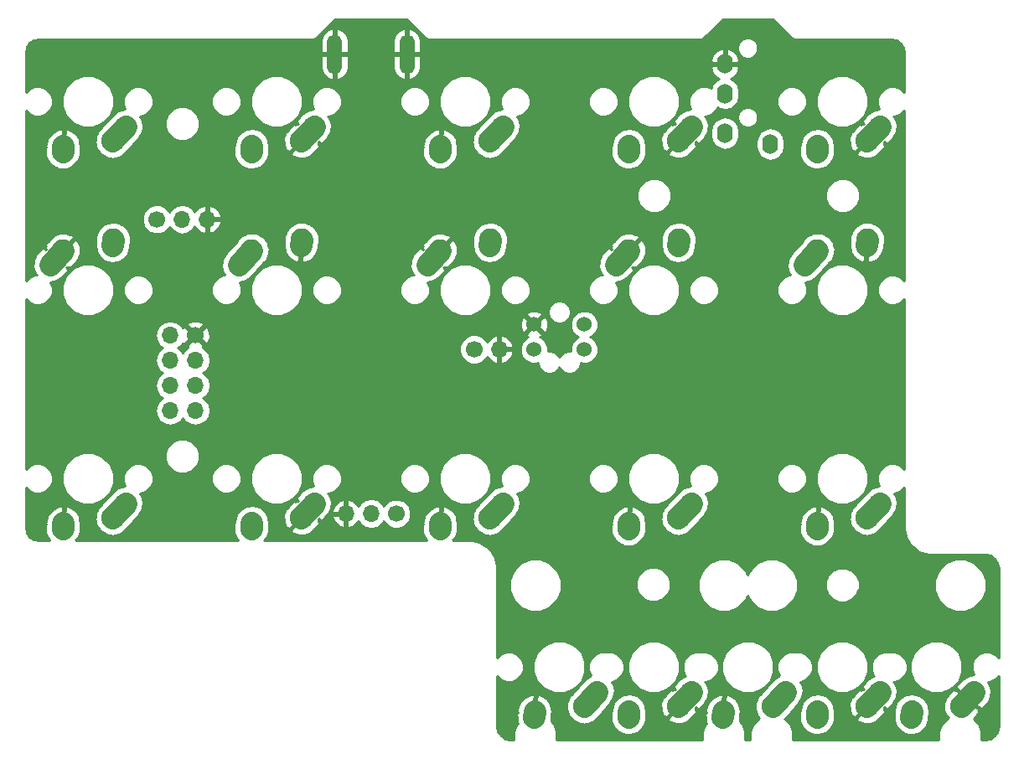
<source format=gtl>
G04 #@! TF.FileFunction,Copper,L1,Top,Signal*
%FSLAX46Y46*%
G04 Gerber Fmt 4.6, Leading zero omitted, Abs format (unit mm)*
G04 Created by KiCad (PCBNEW 4.0.7) date 06/11/18 00:32:22*
%MOMM*%
%LPD*%
G01*
G04 APERTURE LIST*
%ADD10C,0.100000*%
%ADD11O,1.500000X4.000000*%
%ADD12O,1.600000X2.000000*%
%ADD13C,1.700000*%
%ADD14O,1.700000X1.700000*%
%ADD15C,1.524000*%
%ADD16C,2.250000*%
%ADD17C,2.250000*%
%ADD18C,0.381000*%
%ADD19C,0.254000*%
G04 APERTURE END LIST*
D10*
D11*
X77320000Y-40460000D03*
X84620000Y-40460000D03*
D12*
X121350000Y-49550000D03*
X116750000Y-48450000D03*
X116750000Y-41450000D03*
X116750000Y-44450000D03*
D13*
X63240000Y-68880000D03*
D14*
X60700000Y-68880000D03*
X63240000Y-71420000D03*
X60700000Y-71420000D03*
X63240000Y-73960000D03*
X60700000Y-73960000D03*
X63240000Y-76500000D03*
X60700000Y-76500000D03*
D13*
X83540000Y-86900000D03*
D14*
X81000000Y-86900000D03*
X78460000Y-86900000D03*
D13*
X59360000Y-57150000D03*
D14*
X61900000Y-57150000D03*
X64440000Y-57150000D03*
D13*
X91400000Y-70300000D03*
D14*
X93940000Y-70300000D03*
D15*
X102552500Y-67786250D03*
X97472500Y-67786250D03*
X102552500Y-70326250D03*
X97472500Y-70326250D03*
D16*
X49887500Y-49743750D02*
X49847500Y-50323750D01*
D17*
X49847500Y-50323750D03*
D16*
X56197500Y-47783750D02*
X54887498Y-49243750D01*
D17*
X54887500Y-49243750D03*
D16*
X68937500Y-49743750D02*
X68897500Y-50323750D01*
D17*
X68897500Y-50323750D03*
D16*
X75247500Y-47783750D02*
X73937498Y-49243750D01*
D17*
X73937500Y-49243750D03*
D16*
X87987500Y-49743750D02*
X87947500Y-50323750D01*
D17*
X87947500Y-50323750D03*
D16*
X94297500Y-47783750D02*
X92987498Y-49243750D01*
D17*
X92987500Y-49243750D03*
D16*
X107037500Y-49743750D02*
X106997500Y-50323750D01*
D17*
X106997500Y-50323750D03*
D16*
X113347500Y-47783750D02*
X112037498Y-49243750D01*
D17*
X112037500Y-49243750D03*
D16*
X126087500Y-49743750D02*
X126047500Y-50323750D01*
D17*
X126047500Y-50323750D03*
D16*
X132397500Y-47783750D02*
X131087498Y-49243750D01*
D17*
X131087500Y-49243750D03*
D16*
X54887500Y-59793750D02*
X54927500Y-59213750D01*
D17*
X54927500Y-59213750D03*
D16*
X48577500Y-61753750D02*
X49887502Y-60293750D01*
D17*
X49887500Y-60293750D03*
D16*
X73937500Y-59793750D02*
X73977500Y-59213750D01*
D17*
X73977500Y-59213750D03*
D16*
X67627500Y-61753750D02*
X68937502Y-60293750D01*
D17*
X68937500Y-60293750D03*
D16*
X92987500Y-59793750D02*
X93027500Y-59213750D01*
D17*
X93027500Y-59213750D03*
D16*
X86677500Y-61753750D02*
X87987502Y-60293750D01*
D17*
X87987500Y-60293750D03*
D16*
X112037500Y-59793750D02*
X112077500Y-59213750D01*
D17*
X112077500Y-59213750D03*
D16*
X105727500Y-61753750D02*
X107037502Y-60293750D01*
D17*
X107037500Y-60293750D03*
D16*
X131087500Y-59793750D02*
X131127500Y-59213750D01*
D17*
X131127500Y-59213750D03*
D16*
X124777500Y-61753750D02*
X126087502Y-60293750D01*
D17*
X126087500Y-60293750D03*
D16*
X49887500Y-87843750D02*
X49847500Y-88423750D01*
D17*
X49847500Y-88423750D03*
D16*
X56197500Y-85883750D02*
X54887498Y-87343750D01*
D17*
X54887500Y-87343750D03*
D16*
X68937500Y-87843750D02*
X68897500Y-88423750D01*
D17*
X68897500Y-88423750D03*
D16*
X75247500Y-85883750D02*
X73937498Y-87343750D01*
D17*
X73937500Y-87343750D03*
D16*
X87987500Y-87843750D02*
X87947500Y-88423750D01*
D17*
X87947500Y-88423750D03*
D16*
X94297500Y-85883750D02*
X92987498Y-87343750D01*
D17*
X92987500Y-87343750D03*
D16*
X107037500Y-87843750D02*
X106997500Y-88423750D01*
D17*
X106997500Y-88423750D03*
D16*
X113347500Y-85883750D02*
X112037498Y-87343750D01*
D17*
X112037500Y-87343750D03*
D16*
X126087500Y-87843750D02*
X126047500Y-88423750D01*
D17*
X126047500Y-88423750D03*
D16*
X132397500Y-85883750D02*
X131087498Y-87343750D01*
D17*
X131087500Y-87343750D03*
D16*
X97512500Y-106893750D02*
X97472500Y-107473750D01*
D17*
X97472500Y-107473750D03*
D16*
X103822500Y-104933750D02*
X102512498Y-106393750D01*
D17*
X102512500Y-106393750D03*
D16*
X116562500Y-106893750D02*
X116522500Y-107473750D01*
D17*
X116522500Y-107473750D03*
D16*
X122872500Y-104933750D02*
X121562498Y-106393750D01*
D17*
X121562500Y-106393750D03*
D16*
X135612500Y-106893750D02*
X135572500Y-107473750D01*
D17*
X135572500Y-107473750D03*
D16*
X141922500Y-104933750D02*
X140612498Y-106393750D01*
D17*
X140612500Y-106393750D03*
D16*
X107037500Y-106893750D02*
X106997500Y-107473750D01*
D17*
X106997500Y-107473750D03*
D16*
X113347500Y-104933750D02*
X112037498Y-106393750D01*
D17*
X112037500Y-106393750D03*
D16*
X126087500Y-106893750D02*
X126047500Y-107473750D01*
D17*
X126047500Y-107473750D03*
D16*
X132397500Y-104933750D02*
X131087498Y-106393750D01*
D17*
X131087500Y-106393750D03*
D18*
X140433750Y-104933750D02*
X140000000Y-104500000D01*
X141922500Y-104933750D02*
X140433750Y-104933750D01*
X141922500Y-106122500D02*
X142700000Y-106900000D01*
X141922500Y-104933750D02*
X141922500Y-106122500D01*
D19*
G36*
X86327954Y-38752046D02*
X86558295Y-38905954D01*
X86830000Y-38960000D01*
X114250000Y-38960000D01*
X114521705Y-38905954D01*
X114752046Y-38752046D01*
X116544092Y-36960000D01*
X121555908Y-36960000D01*
X123347954Y-38752046D01*
X123578295Y-38905954D01*
X123850000Y-38960000D01*
X133516502Y-38960000D01*
X134074003Y-39076672D01*
X134488478Y-39359621D01*
X134763124Y-39779646D01*
X134870000Y-40346363D01*
X134870000Y-44311022D01*
X134523963Y-43964380D01*
X133969175Y-43734012D01*
X133368460Y-43733488D01*
X132813271Y-43962888D01*
X132388130Y-44387287D01*
X132157762Y-44942075D01*
X132157238Y-45542790D01*
X132359391Y-46032037D01*
X131751573Y-46141645D01*
X131172335Y-46513829D01*
X130517334Y-47243829D01*
X130794075Y-47492138D01*
X130682049Y-47495675D01*
X130501181Y-47570593D01*
X130347703Y-47432883D01*
X129692703Y-48162882D01*
X129642985Y-48262499D01*
X129564727Y-48294371D01*
X129317330Y-48949379D01*
X129339425Y-49649201D01*
X129564727Y-50193129D01*
X129620591Y-50215880D01*
X129645115Y-50252278D01*
X129926965Y-50347002D01*
X131082505Y-49059150D01*
X131087500Y-49064145D01*
X131791462Y-48360183D01*
X131935198Y-48489152D01*
X131921841Y-48504038D01*
X131966630Y-48544225D01*
X131786762Y-48724093D01*
X131752211Y-48693092D01*
X131092494Y-49428349D01*
X131087500Y-49423355D01*
X130024158Y-50486697D01*
X130138121Y-50766523D01*
X130365751Y-50852499D01*
X130383094Y-50861632D01*
X130399227Y-50865143D01*
X130793129Y-51013920D01*
X131046152Y-51005931D01*
X131055850Y-51008042D01*
X131072096Y-51005112D01*
X131492951Y-50991825D01*
X132036879Y-50766523D01*
X132078608Y-50664061D01*
X132312663Y-50513671D01*
X132594515Y-50199547D01*
X132610273Y-50193129D01*
X132617543Y-50173882D01*
X132967664Y-49783671D01*
X132816242Y-49647806D01*
X132857670Y-49538121D01*
X132851353Y-49338053D01*
X133137295Y-49594617D01*
X133792295Y-48864618D01*
X134099753Y-48248576D01*
X134148058Y-47561769D01*
X133929856Y-46908757D01*
X133839883Y-46775222D01*
X133776279Y-46753846D01*
X133966540Y-46754012D01*
X134521729Y-46524612D01*
X134870000Y-46176949D01*
X134870000Y-63361022D01*
X134523963Y-63014380D01*
X133969175Y-62784012D01*
X133368460Y-62783488D01*
X132813271Y-63012888D01*
X132388130Y-63437287D01*
X132157762Y-63992075D01*
X132157238Y-64592790D01*
X132386638Y-65147979D01*
X132811037Y-65573120D01*
X133365825Y-65803488D01*
X133966540Y-65804012D01*
X134521729Y-65574612D01*
X134870000Y-65226949D01*
X134870000Y-82411022D01*
X134523963Y-82064380D01*
X133969175Y-81834012D01*
X133368460Y-81833488D01*
X132813271Y-82062888D01*
X132388130Y-82487287D01*
X132157762Y-83042075D01*
X132157238Y-83642790D01*
X132340664Y-84086714D01*
X132338193Y-84086360D01*
X131672899Y-84256554D01*
X131123379Y-84668391D01*
X129809804Y-86132372D01*
X129596315Y-86345489D01*
X129446330Y-86706692D01*
X129391571Y-86799100D01*
X129382942Y-86859348D01*
X129327807Y-86992129D01*
X129327586Y-87245869D01*
X129294214Y-87478881D01*
X129327269Y-87608096D01*
X129327196Y-87692300D01*
X129383945Y-87829644D01*
X129464408Y-88144175D01*
X129574731Y-88291381D01*
X129594575Y-88339407D01*
X129659367Y-88404312D01*
X129876244Y-88693695D01*
X130052524Y-88798156D01*
X130089239Y-88834935D01*
X130173942Y-88870107D01*
X130467024Y-89043783D01*
X130658108Y-89071150D01*
X130735879Y-89103443D01*
X130884497Y-89103573D01*
X131146805Y-89141140D01*
X131292266Y-89103929D01*
X131436050Y-89104054D01*
X131670575Y-89007150D01*
X131812099Y-88970946D01*
X131878335Y-88921306D01*
X132083157Y-88836675D01*
X132359965Y-88560349D01*
X132361619Y-88559110D01*
X132365159Y-88555165D01*
X132578685Y-88342011D01*
X132597870Y-88295807D01*
X133743339Y-87019180D01*
X134093427Y-86428401D01*
X134190784Y-85748619D01*
X134020590Y-85083326D01*
X133848654Y-84853909D01*
X133966540Y-84854012D01*
X134521729Y-84624612D01*
X134870000Y-84276949D01*
X134870000Y-88300000D01*
X134883055Y-88365631D01*
X134882299Y-88441578D01*
X135027647Y-89212295D01*
X135131109Y-89469278D01*
X135560334Y-90125704D01*
X135680136Y-90247913D01*
X135754264Y-90323531D01*
X136402020Y-90765734D01*
X136580763Y-90841864D01*
X136656893Y-90874289D01*
X137424564Y-91034945D01*
X137497986Y-91035675D01*
X137570000Y-91050000D01*
X143046502Y-91050000D01*
X143604003Y-91166672D01*
X144018478Y-91449621D01*
X144293124Y-91869646D01*
X144400000Y-92436363D01*
X144400000Y-101466031D01*
X144048963Y-101114380D01*
X143494175Y-100884012D01*
X142893460Y-100883488D01*
X142338271Y-101112888D01*
X141913130Y-101537287D01*
X141682762Y-102092075D01*
X141682238Y-102692790D01*
X141884391Y-103182037D01*
X141276573Y-103291645D01*
X140697335Y-103663829D01*
X140042334Y-104393829D01*
X140319075Y-104642138D01*
X140207049Y-104645675D01*
X140026181Y-104720593D01*
X139872703Y-104582883D01*
X139217703Y-105312882D01*
X139167985Y-105412499D01*
X139089727Y-105444371D01*
X138842330Y-106099379D01*
X138864425Y-106799201D01*
X139089727Y-107343129D01*
X139145591Y-107365880D01*
X139170115Y-107402278D01*
X139360410Y-107466232D01*
X139255566Y-107571076D01*
X139267961Y-107583471D01*
X138696256Y-108154178D01*
X138366876Y-108947414D01*
X138366175Y-109750000D01*
X123634176Y-109750000D01*
X123634874Y-108951183D01*
X123306878Y-108157373D01*
X122972390Y-107822300D01*
X124287196Y-107822300D01*
X124369508Y-108021511D01*
X124376222Y-108073884D01*
X124429785Y-108167392D01*
X124554575Y-108469407D01*
X124667694Y-108582724D01*
X124717553Y-108669765D01*
X124879545Y-108794944D01*
X125049239Y-108964935D01*
X125157931Y-109010068D01*
X125260936Y-109089665D01*
X125517326Y-109159301D01*
X125695879Y-109233443D01*
X125790608Y-109233526D01*
X125923645Y-109269659D01*
X126202716Y-109233885D01*
X126396050Y-109234054D01*
X126483600Y-109197879D01*
X126604790Y-109182344D01*
X126821168Y-109058399D01*
X127043157Y-108966675D01*
X127126448Y-108883529D01*
X127200671Y-108841013D01*
X127307416Y-108702877D01*
X127538685Y-108472011D01*
X127600087Y-108324137D01*
X127620571Y-108297630D01*
X127638491Y-108231651D01*
X127807193Y-107825371D01*
X127807446Y-107535142D01*
X127846093Y-106974761D01*
X127758778Y-106293617D01*
X127647516Y-106099379D01*
X129317330Y-106099379D01*
X129339425Y-106799201D01*
X129564727Y-107343129D01*
X129620591Y-107365880D01*
X129645115Y-107402278D01*
X129926965Y-107497002D01*
X131082505Y-106209150D01*
X131087500Y-106214145D01*
X131791462Y-105510183D01*
X131935198Y-105639152D01*
X131921841Y-105654038D01*
X131966630Y-105694225D01*
X131786762Y-105874093D01*
X131752211Y-105843092D01*
X131092494Y-106578349D01*
X131087500Y-106573355D01*
X130024158Y-107636697D01*
X130138121Y-107916523D01*
X130365751Y-108002499D01*
X130383094Y-108011632D01*
X130399227Y-108015143D01*
X130793129Y-108163920D01*
X131046152Y-108155931D01*
X131055850Y-108158042D01*
X131072096Y-108155112D01*
X131492951Y-108141825D01*
X132036879Y-107916523D01*
X132075252Y-107822300D01*
X133812196Y-107822300D01*
X133894508Y-108021511D01*
X133901222Y-108073884D01*
X133954785Y-108167392D01*
X134079575Y-108469407D01*
X134192694Y-108582724D01*
X134242553Y-108669765D01*
X134404545Y-108794944D01*
X134574239Y-108964935D01*
X134682931Y-109010068D01*
X134785936Y-109089665D01*
X135042326Y-109159301D01*
X135220879Y-109233443D01*
X135315608Y-109233526D01*
X135448645Y-109269659D01*
X135727716Y-109233885D01*
X135921050Y-109234054D01*
X136008600Y-109197879D01*
X136129790Y-109182344D01*
X136346168Y-109058399D01*
X136568157Y-108966675D01*
X136651448Y-108883529D01*
X136725671Y-108841013D01*
X136832416Y-108702877D01*
X137063685Y-108472011D01*
X137125087Y-108324137D01*
X137145571Y-108297630D01*
X137163491Y-108231651D01*
X137332193Y-107825371D01*
X137332446Y-107535142D01*
X137371093Y-106974761D01*
X137283778Y-106293617D01*
X136942447Y-105697735D01*
X136399064Y-105277835D01*
X135736355Y-105097841D01*
X135055210Y-105185156D01*
X134459329Y-105526487D01*
X134039429Y-106069870D01*
X133859435Y-106732579D01*
X133836506Y-107065056D01*
X133812807Y-107122129D01*
X133812196Y-107822300D01*
X132075252Y-107822300D01*
X132078608Y-107814061D01*
X132312663Y-107663671D01*
X132594515Y-107349547D01*
X132610273Y-107343129D01*
X132617543Y-107323882D01*
X132967664Y-106933671D01*
X132816242Y-106797806D01*
X132857670Y-106688121D01*
X132851353Y-106488053D01*
X133137295Y-106744617D01*
X133792295Y-106014618D01*
X134099753Y-105398576D01*
X134148058Y-104711769D01*
X133929856Y-104058757D01*
X133839883Y-103925222D01*
X133776279Y-103903846D01*
X133966540Y-103904012D01*
X134521729Y-103674612D01*
X134946870Y-103250213D01*
X135086321Y-102914376D01*
X135483145Y-102914376D01*
X135882528Y-103880957D01*
X136621404Y-104621123D01*
X137587285Y-105022192D01*
X138633126Y-105023105D01*
X139599707Y-104623722D01*
X140339873Y-103884846D01*
X140740942Y-102918965D01*
X140741855Y-101873124D01*
X140342472Y-100906543D01*
X139603596Y-100166377D01*
X138637715Y-99765308D01*
X137591874Y-99764395D01*
X136625293Y-100163778D01*
X135885127Y-100902654D01*
X135484058Y-101868535D01*
X135483145Y-102914376D01*
X135086321Y-102914376D01*
X135177238Y-102695425D01*
X135177762Y-102094710D01*
X134948362Y-101539521D01*
X134523963Y-101114380D01*
X133969175Y-100884012D01*
X133368460Y-100883488D01*
X133350643Y-100890850D01*
X133334175Y-100884012D01*
X132733460Y-100883488D01*
X132178271Y-101112888D01*
X131753130Y-101537287D01*
X131522762Y-102092075D01*
X131522238Y-102692790D01*
X131751638Y-103247979D01*
X131788568Y-103284974D01*
X131751573Y-103291645D01*
X131172335Y-103663829D01*
X130517334Y-104393829D01*
X130794075Y-104642138D01*
X130682049Y-104645675D01*
X130501181Y-104720593D01*
X130347703Y-104582883D01*
X129692703Y-105312882D01*
X129642985Y-105412499D01*
X129564727Y-105444371D01*
X129317330Y-106099379D01*
X127647516Y-106099379D01*
X127417447Y-105697735D01*
X126874064Y-105277835D01*
X126211355Y-105097841D01*
X125530210Y-105185156D01*
X124934329Y-105526487D01*
X124514429Y-106069870D01*
X124334435Y-106732579D01*
X124311506Y-107065056D01*
X124287807Y-107122129D01*
X124287196Y-107822300D01*
X122972390Y-107822300D01*
X122797822Y-107647427D01*
X122834965Y-107610349D01*
X122836619Y-107609110D01*
X122840159Y-107605165D01*
X123053685Y-107392011D01*
X123072870Y-107345807D01*
X124218339Y-106069180D01*
X124568427Y-105478401D01*
X124665784Y-104798619D01*
X124495590Y-104133326D01*
X124323654Y-103903909D01*
X124441540Y-103904012D01*
X124996729Y-103674612D01*
X125421870Y-103250213D01*
X125561321Y-102914376D01*
X125958145Y-102914376D01*
X126357528Y-103880957D01*
X127096404Y-104621123D01*
X128062285Y-105022192D01*
X129108126Y-105023105D01*
X130074707Y-104623722D01*
X130814873Y-103884846D01*
X131215942Y-102918965D01*
X131216855Y-101873124D01*
X130817472Y-100906543D01*
X130078596Y-100166377D01*
X129112715Y-99765308D01*
X128066874Y-99764395D01*
X127100293Y-100163778D01*
X126360127Y-100902654D01*
X125959058Y-101868535D01*
X125958145Y-102914376D01*
X125561321Y-102914376D01*
X125652238Y-102695425D01*
X125652762Y-102094710D01*
X125423362Y-101539521D01*
X124998963Y-101114380D01*
X124444175Y-100884012D01*
X123843460Y-100883488D01*
X123825643Y-100890850D01*
X123809175Y-100884012D01*
X123208460Y-100883488D01*
X122653271Y-101112888D01*
X122228130Y-101537287D01*
X121997762Y-102092075D01*
X121997238Y-102692790D01*
X122226638Y-103247979D01*
X122257199Y-103278593D01*
X122147899Y-103306554D01*
X121598379Y-103718391D01*
X120284804Y-105182372D01*
X120071315Y-105395489D01*
X119921330Y-105756692D01*
X119866571Y-105849100D01*
X119857942Y-105909348D01*
X119802807Y-106042129D01*
X119802586Y-106295869D01*
X119769214Y-106528881D01*
X119802269Y-106658096D01*
X119802196Y-106742300D01*
X119858945Y-106879644D01*
X119939408Y-107194175D01*
X120049731Y-107341381D01*
X120069575Y-107389407D01*
X120134367Y-107454312D01*
X120225514Y-107575931D01*
X119646256Y-108154178D01*
X119316876Y-108947414D01*
X119316175Y-109750000D01*
X118808176Y-109750000D01*
X118808874Y-108951183D01*
X118480878Y-108157373D01*
X118237670Y-107913740D01*
X118292670Y-107768121D01*
X118284414Y-107506613D01*
X118289591Y-107431541D01*
X118282027Y-107431019D01*
X118273971Y-107175861D01*
X118307067Y-107178143D01*
X118327067Y-106888143D01*
X118190602Y-106213299D01*
X117806272Y-105642047D01*
X117232590Y-105261356D01*
X117079518Y-105211402D01*
X116799022Y-105310064D01*
X116771785Y-105705003D01*
X116516626Y-105713059D01*
X116545624Y-105292588D01*
X116281328Y-105156354D01*
X116122846Y-105184822D01*
X115502335Y-105483154D01*
X115043224Y-105996237D01*
X114815409Y-106645959D01*
X114795409Y-106935959D01*
X114843029Y-106939243D01*
X114752330Y-107179379D01*
X114760586Y-107440884D01*
X114757933Y-107479357D01*
X114762517Y-107502024D01*
X114774425Y-107879201D01*
X114868412Y-108106106D01*
X114820256Y-108154178D01*
X114490876Y-108947414D01*
X114490175Y-109750000D01*
X99758176Y-109750000D01*
X99758874Y-108951183D01*
X99430878Y-108157373D01*
X99187670Y-107913740D01*
X99242670Y-107768121D01*
X99234414Y-107506613D01*
X99239591Y-107431541D01*
X99232027Y-107431019D01*
X99223971Y-107175861D01*
X99257067Y-107178143D01*
X99277067Y-106888143D01*
X99204419Y-106528881D01*
X100719214Y-106528881D01*
X100752269Y-106658096D01*
X100752196Y-106742300D01*
X100808945Y-106879644D01*
X100889408Y-107194175D01*
X100999731Y-107341381D01*
X101019575Y-107389407D01*
X101084367Y-107454312D01*
X101301244Y-107743695D01*
X101477524Y-107848156D01*
X101514239Y-107884935D01*
X101598942Y-107920107D01*
X101892024Y-108093783D01*
X102083108Y-108121150D01*
X102160879Y-108153443D01*
X102309497Y-108153573D01*
X102571805Y-108191140D01*
X102717266Y-108153929D01*
X102861050Y-108154054D01*
X103095575Y-108057150D01*
X103237099Y-108020946D01*
X103303335Y-107971306D01*
X103508157Y-107886675D01*
X103572644Y-107822300D01*
X105237196Y-107822300D01*
X105319508Y-108021511D01*
X105326222Y-108073884D01*
X105379785Y-108167392D01*
X105504575Y-108469407D01*
X105617694Y-108582724D01*
X105667553Y-108669765D01*
X105829545Y-108794944D01*
X105999239Y-108964935D01*
X106107931Y-109010068D01*
X106210936Y-109089665D01*
X106467326Y-109159301D01*
X106645879Y-109233443D01*
X106740608Y-109233526D01*
X106873645Y-109269659D01*
X107152716Y-109233885D01*
X107346050Y-109234054D01*
X107433600Y-109197879D01*
X107554790Y-109182344D01*
X107771168Y-109058399D01*
X107993157Y-108966675D01*
X108076448Y-108883529D01*
X108150671Y-108841013D01*
X108257416Y-108702877D01*
X108488685Y-108472011D01*
X108550087Y-108324137D01*
X108570571Y-108297630D01*
X108588491Y-108231651D01*
X108757193Y-107825371D01*
X108757446Y-107535142D01*
X108796093Y-106974761D01*
X108708778Y-106293617D01*
X108597516Y-106099379D01*
X110267330Y-106099379D01*
X110289425Y-106799201D01*
X110514727Y-107343129D01*
X110570591Y-107365880D01*
X110595115Y-107402278D01*
X110876965Y-107497002D01*
X112032505Y-106209150D01*
X112037500Y-106214145D01*
X112741462Y-105510183D01*
X112885198Y-105639152D01*
X112871841Y-105654038D01*
X112916630Y-105694225D01*
X112736762Y-105874093D01*
X112702211Y-105843092D01*
X112042494Y-106578349D01*
X112037500Y-106573355D01*
X110974158Y-107636697D01*
X111088121Y-107916523D01*
X111315751Y-108002499D01*
X111333094Y-108011632D01*
X111349227Y-108015143D01*
X111743129Y-108163920D01*
X111996152Y-108155931D01*
X112005850Y-108158042D01*
X112022096Y-108155112D01*
X112442951Y-108141825D01*
X112986879Y-107916523D01*
X113028608Y-107814061D01*
X113262663Y-107663671D01*
X113544515Y-107349547D01*
X113560273Y-107343129D01*
X113567543Y-107323882D01*
X113917664Y-106933671D01*
X113766242Y-106797806D01*
X113807670Y-106688121D01*
X113801353Y-106488053D01*
X114087295Y-106744617D01*
X114742295Y-106014618D01*
X115049753Y-105398576D01*
X115098058Y-104711769D01*
X114879856Y-104058757D01*
X114789883Y-103925222D01*
X114726279Y-103903846D01*
X114916540Y-103904012D01*
X115471729Y-103674612D01*
X115896870Y-103250213D01*
X116036321Y-102914376D01*
X116433145Y-102914376D01*
X116832528Y-103880957D01*
X117571404Y-104621123D01*
X118537285Y-105022192D01*
X119583126Y-105023105D01*
X120549707Y-104623722D01*
X121289873Y-103884846D01*
X121690942Y-102918965D01*
X121691855Y-101873124D01*
X121292472Y-100906543D01*
X120553596Y-100166377D01*
X119587715Y-99765308D01*
X118541874Y-99764395D01*
X117575293Y-100163778D01*
X116835127Y-100902654D01*
X116434058Y-101868535D01*
X116433145Y-102914376D01*
X116036321Y-102914376D01*
X116127238Y-102695425D01*
X116127762Y-102094710D01*
X115898362Y-101539521D01*
X115473963Y-101114380D01*
X114919175Y-100884012D01*
X114318460Y-100883488D01*
X114300643Y-100890850D01*
X114284175Y-100884012D01*
X113683460Y-100883488D01*
X113128271Y-101112888D01*
X112703130Y-101537287D01*
X112472762Y-102092075D01*
X112472238Y-102692790D01*
X112701638Y-103247979D01*
X112738568Y-103284974D01*
X112701573Y-103291645D01*
X112122335Y-103663829D01*
X111467334Y-104393829D01*
X111744075Y-104642138D01*
X111632049Y-104645675D01*
X111451181Y-104720593D01*
X111297703Y-104582883D01*
X110642703Y-105312882D01*
X110592985Y-105412499D01*
X110514727Y-105444371D01*
X110267330Y-106099379D01*
X108597516Y-106099379D01*
X108367447Y-105697735D01*
X107824064Y-105277835D01*
X107161355Y-105097841D01*
X106480210Y-105185156D01*
X105884329Y-105526487D01*
X105464429Y-106069870D01*
X105284435Y-106732579D01*
X105261506Y-107065056D01*
X105237807Y-107122129D01*
X105237196Y-107822300D01*
X103572644Y-107822300D01*
X103784965Y-107610349D01*
X103786619Y-107609110D01*
X103790159Y-107605165D01*
X104003685Y-107392011D01*
X104022870Y-107345807D01*
X105168339Y-106069180D01*
X105518427Y-105478401D01*
X105615784Y-104798619D01*
X105445590Y-104133326D01*
X105273654Y-103903909D01*
X105391540Y-103904012D01*
X105946729Y-103674612D01*
X106371870Y-103250213D01*
X106511321Y-102914376D01*
X106908145Y-102914376D01*
X107307528Y-103880957D01*
X108046404Y-104621123D01*
X109012285Y-105022192D01*
X110058126Y-105023105D01*
X111024707Y-104623722D01*
X111764873Y-103884846D01*
X112165942Y-102918965D01*
X112166855Y-101873124D01*
X111767472Y-100906543D01*
X111028596Y-100166377D01*
X110062715Y-99765308D01*
X109016874Y-99764395D01*
X108050293Y-100163778D01*
X107310127Y-100902654D01*
X106909058Y-101868535D01*
X106908145Y-102914376D01*
X106511321Y-102914376D01*
X106602238Y-102695425D01*
X106602762Y-102094710D01*
X106373362Y-101539521D01*
X105948963Y-101114380D01*
X105394175Y-100884012D01*
X104793460Y-100883488D01*
X104775643Y-100890850D01*
X104759175Y-100884012D01*
X104158460Y-100883488D01*
X103603271Y-101112888D01*
X103178130Y-101537287D01*
X102947762Y-102092075D01*
X102947238Y-102692790D01*
X103176638Y-103247979D01*
X103207199Y-103278593D01*
X103097899Y-103306554D01*
X102548379Y-103718391D01*
X101234804Y-105182372D01*
X101021315Y-105395489D01*
X100871330Y-105756692D01*
X100816571Y-105849100D01*
X100807942Y-105909348D01*
X100752807Y-106042129D01*
X100752586Y-106295869D01*
X100719214Y-106528881D01*
X99204419Y-106528881D01*
X99140602Y-106213299D01*
X98756272Y-105642047D01*
X98182590Y-105261356D01*
X98029518Y-105211402D01*
X97749022Y-105310064D01*
X97721785Y-105705003D01*
X97466626Y-105713059D01*
X97495624Y-105292588D01*
X97231328Y-105156354D01*
X97072846Y-105184822D01*
X96452335Y-105483154D01*
X95993224Y-105996237D01*
X95765409Y-106645959D01*
X95745409Y-106935959D01*
X95793029Y-106939243D01*
X95702330Y-107179379D01*
X95710586Y-107440884D01*
X95707933Y-107479357D01*
X95712517Y-107502024D01*
X95724425Y-107879201D01*
X95818412Y-108106106D01*
X95770256Y-108154178D01*
X95440876Y-108947414D01*
X95440175Y-109750000D01*
X95083498Y-109750000D01*
X94525997Y-109633328D01*
X94111523Y-109350380D01*
X93836876Y-108930354D01*
X93730000Y-108363638D01*
X93730000Y-103326478D01*
X94076037Y-103673120D01*
X94630825Y-103903488D01*
X95231540Y-103904012D01*
X95786729Y-103674612D01*
X96211870Y-103250213D01*
X96351321Y-102914376D01*
X97383145Y-102914376D01*
X97782528Y-103880957D01*
X98521404Y-104621123D01*
X99487285Y-105022192D01*
X100533126Y-105023105D01*
X101499707Y-104623722D01*
X102239873Y-103884846D01*
X102640942Y-102918965D01*
X102641855Y-101873124D01*
X102242472Y-100906543D01*
X101503596Y-100166377D01*
X100537715Y-99765308D01*
X99491874Y-99764395D01*
X98525293Y-100163778D01*
X97785127Y-100902654D01*
X97384058Y-101868535D01*
X97383145Y-102914376D01*
X96351321Y-102914376D01*
X96442238Y-102695425D01*
X96442762Y-102094710D01*
X96213362Y-101539521D01*
X95788963Y-101114380D01*
X95234175Y-100884012D01*
X94633460Y-100883488D01*
X94078271Y-101112888D01*
X93730000Y-101460551D01*
X93730000Y-94659376D01*
X94970145Y-94659376D01*
X95369528Y-95625957D01*
X96108404Y-96366123D01*
X97074285Y-96767192D01*
X98120126Y-96768105D01*
X99086707Y-96368722D01*
X99826873Y-95629846D01*
X100227942Y-94663965D01*
X100228178Y-94393599D01*
X107764699Y-94393599D01*
X108028281Y-95031515D01*
X108515918Y-95520004D01*
X109153373Y-95784699D01*
X109843599Y-95785301D01*
X110481515Y-95521719D01*
X110970004Y-95034082D01*
X111125595Y-94659376D01*
X114020145Y-94659376D01*
X114419528Y-95625957D01*
X115158404Y-96366123D01*
X116124285Y-96767192D01*
X117170126Y-96768105D01*
X118136707Y-96368722D01*
X118876873Y-95629846D01*
X119062461Y-95182901D01*
X119245528Y-95625957D01*
X119984404Y-96366123D01*
X120950285Y-96767192D01*
X121996126Y-96768105D01*
X122962707Y-96368722D01*
X123702873Y-95629846D01*
X124103942Y-94663965D01*
X124104134Y-94443599D01*
X126864699Y-94443599D01*
X127128281Y-95081515D01*
X127615918Y-95570004D01*
X128253373Y-95834699D01*
X128943599Y-95835301D01*
X129581515Y-95571719D01*
X130070004Y-95084082D01*
X130246357Y-94659376D01*
X137896145Y-94659376D01*
X138295528Y-95625957D01*
X139034404Y-96366123D01*
X140000285Y-96767192D01*
X141046126Y-96768105D01*
X142012707Y-96368722D01*
X142752873Y-95629846D01*
X143153942Y-94663965D01*
X143154855Y-93618124D01*
X142755472Y-92651543D01*
X142016596Y-91911377D01*
X141050715Y-91510308D01*
X140004874Y-91509395D01*
X139038293Y-91908778D01*
X138298127Y-92647654D01*
X137897058Y-93613535D01*
X137896145Y-94659376D01*
X130246357Y-94659376D01*
X130334699Y-94446627D01*
X130335301Y-93756401D01*
X130071719Y-93118485D01*
X129584082Y-92629996D01*
X128946627Y-92365301D01*
X128256401Y-92364699D01*
X127618485Y-92628281D01*
X127129996Y-93115918D01*
X126865301Y-93753373D01*
X126864699Y-94443599D01*
X124104134Y-94443599D01*
X124104855Y-93618124D01*
X123705472Y-92651543D01*
X122966596Y-91911377D01*
X122000715Y-91510308D01*
X120954874Y-91509395D01*
X119988293Y-91908778D01*
X119248127Y-92647654D01*
X119062539Y-93094599D01*
X118879472Y-92651543D01*
X118140596Y-91911377D01*
X117174715Y-91510308D01*
X116128874Y-91509395D01*
X115162293Y-91908778D01*
X114422127Y-92647654D01*
X114021058Y-93613535D01*
X114020145Y-94659376D01*
X111125595Y-94659376D01*
X111234699Y-94396627D01*
X111235301Y-93706401D01*
X110971719Y-93068485D01*
X110484082Y-92579996D01*
X109846627Y-92315301D01*
X109156401Y-92314699D01*
X108518485Y-92578281D01*
X108029996Y-93065918D01*
X107765301Y-93703373D01*
X107764699Y-94393599D01*
X100228178Y-94393599D01*
X100228855Y-93618124D01*
X99829472Y-92651543D01*
X99090596Y-91911377D01*
X98124715Y-91510308D01*
X97078874Y-91509395D01*
X96112293Y-91908778D01*
X95372127Y-92647654D01*
X94971058Y-93613535D01*
X94970145Y-94659376D01*
X93730000Y-94659376D01*
X93730000Y-92380000D01*
X93716945Y-92314369D01*
X93717701Y-92238422D01*
X93572353Y-91467706D01*
X93566774Y-91453848D01*
X93468891Y-91210722D01*
X93039666Y-90554296D01*
X92845736Y-90356469D01*
X92197980Y-89914267D01*
X92179552Y-89906418D01*
X91943107Y-89805711D01*
X91175436Y-89645055D01*
X91102014Y-89644325D01*
X91030000Y-89630000D01*
X89275510Y-89630000D01*
X89304434Y-89601076D01*
X89257972Y-89554614D01*
X89391750Y-89405108D01*
X89470273Y-89373129D01*
X89717670Y-88718121D01*
X89709414Y-88456613D01*
X89714591Y-88381541D01*
X89707027Y-88381019D01*
X89698971Y-88125861D01*
X89732067Y-88128143D01*
X89752067Y-87838143D01*
X89679419Y-87478881D01*
X91194214Y-87478881D01*
X91227269Y-87608096D01*
X91227196Y-87692300D01*
X91283945Y-87829644D01*
X91364408Y-88144175D01*
X91474731Y-88291381D01*
X91494575Y-88339407D01*
X91559367Y-88404312D01*
X91776244Y-88693695D01*
X91952524Y-88798156D01*
X91989239Y-88834935D01*
X92073942Y-88870107D01*
X92367024Y-89043783D01*
X92558108Y-89071150D01*
X92635879Y-89103443D01*
X92784497Y-89103573D01*
X93046805Y-89141140D01*
X93192266Y-89103929D01*
X93336050Y-89104054D01*
X93570575Y-89007150D01*
X93712099Y-88970946D01*
X93778335Y-88921306D01*
X93983157Y-88836675D01*
X94259965Y-88560349D01*
X94261619Y-88559110D01*
X94265159Y-88555165D01*
X94478685Y-88342011D01*
X94497870Y-88295807D01*
X94647199Y-88129379D01*
X105227330Y-88129379D01*
X105235586Y-88390884D01*
X105232933Y-88429357D01*
X105237517Y-88452024D01*
X105249425Y-88829201D01*
X105474727Y-89373129D01*
X105578862Y-89415539D01*
X105753728Y-89675453D01*
X106005866Y-89842770D01*
X106048121Y-89946523D01*
X106312952Y-90046550D01*
X106327410Y-90056144D01*
X106407892Y-90082409D01*
X106703129Y-90193920D01*
X106964627Y-90185664D01*
X107003109Y-90188318D01*
X107003376Y-90184440D01*
X107402951Y-90171825D01*
X107946879Y-89946523D01*
X107976714Y-89873266D01*
X108057665Y-89834346D01*
X108441750Y-89405108D01*
X108520273Y-89373129D01*
X108767670Y-88718121D01*
X108759414Y-88456613D01*
X108764591Y-88381541D01*
X108757027Y-88381019D01*
X108748971Y-88125861D01*
X108782067Y-88128143D01*
X108802067Y-87838143D01*
X108729419Y-87478881D01*
X110244214Y-87478881D01*
X110277269Y-87608096D01*
X110277196Y-87692300D01*
X110333945Y-87829644D01*
X110414408Y-88144175D01*
X110524731Y-88291381D01*
X110544575Y-88339407D01*
X110609367Y-88404312D01*
X110826244Y-88693695D01*
X111002524Y-88798156D01*
X111039239Y-88834935D01*
X111123942Y-88870107D01*
X111417024Y-89043783D01*
X111608108Y-89071150D01*
X111685879Y-89103443D01*
X111834497Y-89103573D01*
X112096805Y-89141140D01*
X112242266Y-89103929D01*
X112386050Y-89104054D01*
X112620575Y-89007150D01*
X112762099Y-88970946D01*
X112828335Y-88921306D01*
X113033157Y-88836675D01*
X113309965Y-88560349D01*
X113311619Y-88559110D01*
X113315159Y-88555165D01*
X113528685Y-88342011D01*
X113547870Y-88295807D01*
X113697199Y-88129379D01*
X124277330Y-88129379D01*
X124285586Y-88390884D01*
X124282933Y-88429357D01*
X124287517Y-88452024D01*
X124299425Y-88829201D01*
X124524727Y-89373129D01*
X124628862Y-89415539D01*
X124803728Y-89675453D01*
X125055866Y-89842770D01*
X125098121Y-89946523D01*
X125362952Y-90046550D01*
X125377410Y-90056144D01*
X125457892Y-90082409D01*
X125753129Y-90193920D01*
X126014627Y-90185664D01*
X126053109Y-90188318D01*
X126053376Y-90184440D01*
X126452951Y-90171825D01*
X126996879Y-89946523D01*
X127026714Y-89873266D01*
X127107665Y-89834346D01*
X127491750Y-89405108D01*
X127570273Y-89373129D01*
X127817670Y-88718121D01*
X127809414Y-88456613D01*
X127814591Y-88381541D01*
X127807027Y-88381019D01*
X127798971Y-88125861D01*
X127832067Y-88128143D01*
X127852067Y-87838143D01*
X127715602Y-87163299D01*
X127331272Y-86592047D01*
X126757590Y-86211356D01*
X126604518Y-86161402D01*
X126324022Y-86260064D01*
X126296785Y-86655003D01*
X126041626Y-86663059D01*
X126070624Y-86242588D01*
X125806328Y-86106354D01*
X125647846Y-86134822D01*
X125027335Y-86433154D01*
X124568224Y-86946237D01*
X124340409Y-87595959D01*
X124320409Y-87885959D01*
X124368029Y-87889243D01*
X124277330Y-88129379D01*
X113697199Y-88129379D01*
X114693339Y-87019180D01*
X115043427Y-86428401D01*
X115140784Y-85748619D01*
X114970590Y-85083326D01*
X114798654Y-84853909D01*
X114916540Y-84854012D01*
X115471729Y-84624612D01*
X115896870Y-84200213D01*
X116127238Y-83645425D01*
X116127240Y-83642790D01*
X121997238Y-83642790D01*
X122226638Y-84197979D01*
X122651037Y-84623120D01*
X123205825Y-84853488D01*
X123806540Y-84854012D01*
X124361729Y-84624612D01*
X124786870Y-84200213D01*
X124926321Y-83864376D01*
X125958145Y-83864376D01*
X126357528Y-84830957D01*
X127096404Y-85571123D01*
X128062285Y-85972192D01*
X129108126Y-85973105D01*
X130074707Y-85573722D01*
X130814873Y-84834846D01*
X131215942Y-83868965D01*
X131216855Y-82823124D01*
X130817472Y-81856543D01*
X130078596Y-81116377D01*
X129112715Y-80715308D01*
X128066874Y-80714395D01*
X127100293Y-81113778D01*
X126360127Y-81852654D01*
X125959058Y-82818535D01*
X125958145Y-83864376D01*
X124926321Y-83864376D01*
X125017238Y-83645425D01*
X125017762Y-83044710D01*
X124788362Y-82489521D01*
X124363963Y-82064380D01*
X123809175Y-81834012D01*
X123208460Y-81833488D01*
X122653271Y-82062888D01*
X122228130Y-82487287D01*
X121997762Y-83042075D01*
X121997238Y-83642790D01*
X116127240Y-83642790D01*
X116127762Y-83044710D01*
X115898362Y-82489521D01*
X115473963Y-82064380D01*
X114919175Y-81834012D01*
X114318460Y-81833488D01*
X113763271Y-82062888D01*
X113338130Y-82487287D01*
X113107762Y-83042075D01*
X113107238Y-83642790D01*
X113290664Y-84086714D01*
X113288193Y-84086360D01*
X112622899Y-84256554D01*
X112073379Y-84668391D01*
X110759804Y-86132372D01*
X110546315Y-86345489D01*
X110396330Y-86706692D01*
X110341571Y-86799100D01*
X110332942Y-86859348D01*
X110277807Y-86992129D01*
X110277586Y-87245869D01*
X110244214Y-87478881D01*
X108729419Y-87478881D01*
X108665602Y-87163299D01*
X108281272Y-86592047D01*
X107707590Y-86211356D01*
X107554518Y-86161402D01*
X107274022Y-86260064D01*
X107246785Y-86655003D01*
X106991626Y-86663059D01*
X107020624Y-86242588D01*
X106756328Y-86106354D01*
X106597846Y-86134822D01*
X105977335Y-86433154D01*
X105518224Y-86946237D01*
X105290409Y-87595959D01*
X105270409Y-87885959D01*
X105318029Y-87889243D01*
X105227330Y-88129379D01*
X94647199Y-88129379D01*
X95643339Y-87019180D01*
X95993427Y-86428401D01*
X96090784Y-85748619D01*
X95920590Y-85083326D01*
X95748654Y-84853909D01*
X95866540Y-84854012D01*
X96421729Y-84624612D01*
X96846870Y-84200213D01*
X97077238Y-83645425D01*
X97077240Y-83642790D01*
X102947238Y-83642790D01*
X103176638Y-84197979D01*
X103601037Y-84623120D01*
X104155825Y-84853488D01*
X104756540Y-84854012D01*
X105311729Y-84624612D01*
X105736870Y-84200213D01*
X105876321Y-83864376D01*
X106908145Y-83864376D01*
X107307528Y-84830957D01*
X108046404Y-85571123D01*
X109012285Y-85972192D01*
X110058126Y-85973105D01*
X111024707Y-85573722D01*
X111764873Y-84834846D01*
X112165942Y-83868965D01*
X112166855Y-82823124D01*
X111767472Y-81856543D01*
X111028596Y-81116377D01*
X110062715Y-80715308D01*
X109016874Y-80714395D01*
X108050293Y-81113778D01*
X107310127Y-81852654D01*
X106909058Y-82818535D01*
X106908145Y-83864376D01*
X105876321Y-83864376D01*
X105967238Y-83645425D01*
X105967762Y-83044710D01*
X105738362Y-82489521D01*
X105313963Y-82064380D01*
X104759175Y-81834012D01*
X104158460Y-81833488D01*
X103603271Y-82062888D01*
X103178130Y-82487287D01*
X102947762Y-83042075D01*
X102947238Y-83642790D01*
X97077240Y-83642790D01*
X97077762Y-83044710D01*
X96848362Y-82489521D01*
X96423963Y-82064380D01*
X95869175Y-81834012D01*
X95268460Y-81833488D01*
X94713271Y-82062888D01*
X94288130Y-82487287D01*
X94057762Y-83042075D01*
X94057238Y-83642790D01*
X94240664Y-84086714D01*
X94238193Y-84086360D01*
X93572899Y-84256554D01*
X93023379Y-84668391D01*
X91709804Y-86132372D01*
X91496315Y-86345489D01*
X91346330Y-86706692D01*
X91291571Y-86799100D01*
X91282942Y-86859348D01*
X91227807Y-86992129D01*
X91227586Y-87245869D01*
X91194214Y-87478881D01*
X89679419Y-87478881D01*
X89615602Y-87163299D01*
X89231272Y-86592047D01*
X88657590Y-86211356D01*
X88504518Y-86161402D01*
X88224022Y-86260064D01*
X88196785Y-86655003D01*
X87941626Y-86663059D01*
X87970624Y-86242588D01*
X87706328Y-86106354D01*
X87547846Y-86134822D01*
X86927335Y-86433154D01*
X86468224Y-86946237D01*
X86240409Y-87595959D01*
X86220409Y-87885959D01*
X86268029Y-87889243D01*
X86177330Y-88129379D01*
X86185586Y-88390884D01*
X86182933Y-88429357D01*
X86187517Y-88452024D01*
X86199425Y-88829201D01*
X86424727Y-89373129D01*
X86528862Y-89415539D01*
X86628301Y-89563341D01*
X86590566Y-89601076D01*
X86619490Y-89630000D01*
X70180333Y-89630000D01*
X70388685Y-89422011D01*
X70450087Y-89274137D01*
X70470571Y-89247630D01*
X70488491Y-89181651D01*
X70657193Y-88775371D01*
X70657446Y-88485142D01*
X70696093Y-87924761D01*
X70608778Y-87243617D01*
X70497516Y-87049379D01*
X72167330Y-87049379D01*
X72189425Y-87749201D01*
X72414727Y-88293129D01*
X72470591Y-88315880D01*
X72495115Y-88352278D01*
X72776965Y-88447002D01*
X73932505Y-87159150D01*
X73937500Y-87164145D01*
X74641462Y-86460183D01*
X74785198Y-86589152D01*
X74771841Y-86604038D01*
X74816630Y-86644225D01*
X74636762Y-86824093D01*
X74602211Y-86793092D01*
X73942494Y-87528349D01*
X73937500Y-87523355D01*
X72874158Y-88586697D01*
X72988121Y-88866523D01*
X73215751Y-88952499D01*
X73233094Y-88961632D01*
X73249227Y-88965143D01*
X73643129Y-89113920D01*
X73896152Y-89105931D01*
X73905850Y-89108042D01*
X73922096Y-89105112D01*
X74342951Y-89091825D01*
X74886879Y-88866523D01*
X74928608Y-88764061D01*
X75162663Y-88613671D01*
X75444515Y-88299547D01*
X75460273Y-88293129D01*
X75467543Y-88273882D01*
X75817664Y-87883671D01*
X75666242Y-87747806D01*
X75707670Y-87638121D01*
X75701353Y-87438053D01*
X75987295Y-87694617D01*
X76380048Y-87256892D01*
X77018514Y-87256892D01*
X77264817Y-87781358D01*
X77693076Y-88171645D01*
X78103110Y-88341476D01*
X78333000Y-88220155D01*
X78333000Y-87027000D01*
X77139181Y-87027000D01*
X77018514Y-87256892D01*
X76380048Y-87256892D01*
X76642295Y-86964618D01*
X76852664Y-86543108D01*
X77018514Y-86543108D01*
X77139181Y-86773000D01*
X78333000Y-86773000D01*
X78333000Y-85579845D01*
X78587000Y-85579845D01*
X78587000Y-86773000D01*
X78607000Y-86773000D01*
X78607000Y-87027000D01*
X78587000Y-87027000D01*
X78587000Y-88220155D01*
X78816890Y-88341476D01*
X79226924Y-88171645D01*
X79655183Y-87781358D01*
X79722298Y-87638447D01*
X79949946Y-87979147D01*
X80431715Y-88301054D01*
X81000000Y-88414093D01*
X81568285Y-88301054D01*
X82050054Y-87979147D01*
X82253385Y-87674840D01*
X82280344Y-87740086D01*
X82697717Y-88158188D01*
X83243319Y-88384742D01*
X83834089Y-88385257D01*
X84380086Y-88159656D01*
X84798188Y-87742283D01*
X85024742Y-87196681D01*
X85025257Y-86605911D01*
X84799656Y-86059914D01*
X84382283Y-85641812D01*
X83836681Y-85415258D01*
X83245911Y-85414743D01*
X82699914Y-85640344D01*
X82281812Y-86057717D01*
X82253645Y-86125550D01*
X82050054Y-85820853D01*
X81568285Y-85498946D01*
X81000000Y-85385907D01*
X80431715Y-85498946D01*
X79949946Y-85820853D01*
X79722298Y-86161553D01*
X79655183Y-86018642D01*
X79226924Y-85628355D01*
X78816890Y-85458524D01*
X78587000Y-85579845D01*
X78333000Y-85579845D01*
X78103110Y-85458524D01*
X77693076Y-85628355D01*
X77264817Y-86018642D01*
X77018514Y-86543108D01*
X76852664Y-86543108D01*
X76949753Y-86348576D01*
X76998058Y-85661769D01*
X76779856Y-85008757D01*
X76689883Y-84875222D01*
X76626279Y-84853846D01*
X76816540Y-84854012D01*
X77371729Y-84624612D01*
X77796870Y-84200213D01*
X78027238Y-83645425D01*
X78027240Y-83642790D01*
X83897238Y-83642790D01*
X84126638Y-84197979D01*
X84551037Y-84623120D01*
X85105825Y-84853488D01*
X85706540Y-84854012D01*
X86261729Y-84624612D01*
X86686870Y-84200213D01*
X86826321Y-83864376D01*
X87858145Y-83864376D01*
X88257528Y-84830957D01*
X88996404Y-85571123D01*
X89962285Y-85972192D01*
X91008126Y-85973105D01*
X91974707Y-85573722D01*
X92714873Y-84834846D01*
X93115942Y-83868965D01*
X93116855Y-82823124D01*
X92717472Y-81856543D01*
X91978596Y-81116377D01*
X91012715Y-80715308D01*
X89966874Y-80714395D01*
X89000293Y-81113778D01*
X88260127Y-81852654D01*
X87859058Y-82818535D01*
X87858145Y-83864376D01*
X86826321Y-83864376D01*
X86917238Y-83645425D01*
X86917762Y-83044710D01*
X86688362Y-82489521D01*
X86263963Y-82064380D01*
X85709175Y-81834012D01*
X85108460Y-81833488D01*
X84553271Y-82062888D01*
X84128130Y-82487287D01*
X83897762Y-83042075D01*
X83897238Y-83642790D01*
X78027240Y-83642790D01*
X78027762Y-83044710D01*
X77798362Y-82489521D01*
X77373963Y-82064380D01*
X76819175Y-81834012D01*
X76218460Y-81833488D01*
X75663271Y-82062888D01*
X75238130Y-82487287D01*
X75007762Y-83042075D01*
X75007238Y-83642790D01*
X75209391Y-84132037D01*
X74601573Y-84241645D01*
X74022335Y-84613829D01*
X73367334Y-85343829D01*
X73644075Y-85592138D01*
X73532049Y-85595675D01*
X73351181Y-85670593D01*
X73197703Y-85532883D01*
X72542703Y-86262882D01*
X72492985Y-86362499D01*
X72414727Y-86394371D01*
X72167330Y-87049379D01*
X70497516Y-87049379D01*
X70267447Y-86647735D01*
X69724064Y-86227835D01*
X69061355Y-86047841D01*
X68380210Y-86135156D01*
X67784329Y-86476487D01*
X67364429Y-87019870D01*
X67184435Y-87682579D01*
X67161506Y-88015056D01*
X67137807Y-88072129D01*
X67137196Y-88772300D01*
X67219508Y-88971511D01*
X67226222Y-89023884D01*
X67279785Y-89117392D01*
X67404575Y-89419407D01*
X67517694Y-89532724D01*
X67567553Y-89619765D01*
X67580798Y-89630000D01*
X51175510Y-89630000D01*
X51204434Y-89601076D01*
X51157972Y-89554614D01*
X51291750Y-89405108D01*
X51370273Y-89373129D01*
X51617670Y-88718121D01*
X51609414Y-88456613D01*
X51614591Y-88381541D01*
X51607027Y-88381019D01*
X51598971Y-88125861D01*
X51632067Y-88128143D01*
X51652067Y-87838143D01*
X51579419Y-87478881D01*
X53094214Y-87478881D01*
X53127269Y-87608096D01*
X53127196Y-87692300D01*
X53183945Y-87829644D01*
X53264408Y-88144175D01*
X53374731Y-88291381D01*
X53394575Y-88339407D01*
X53459367Y-88404312D01*
X53676244Y-88693695D01*
X53852524Y-88798156D01*
X53889239Y-88834935D01*
X53973942Y-88870107D01*
X54267024Y-89043783D01*
X54458108Y-89071150D01*
X54535879Y-89103443D01*
X54684497Y-89103573D01*
X54946805Y-89141140D01*
X55092266Y-89103929D01*
X55236050Y-89104054D01*
X55470575Y-89007150D01*
X55612099Y-88970946D01*
X55678335Y-88921306D01*
X55883157Y-88836675D01*
X56159965Y-88560349D01*
X56161619Y-88559110D01*
X56165159Y-88555165D01*
X56378685Y-88342011D01*
X56397870Y-88295807D01*
X57543339Y-87019180D01*
X57893427Y-86428401D01*
X57990784Y-85748619D01*
X57820590Y-85083326D01*
X57648654Y-84853909D01*
X57766540Y-84854012D01*
X58321729Y-84624612D01*
X58746870Y-84200213D01*
X58977238Y-83645425D01*
X58977240Y-83642790D01*
X64847238Y-83642790D01*
X65076638Y-84197979D01*
X65501037Y-84623120D01*
X66055825Y-84853488D01*
X66656540Y-84854012D01*
X67211729Y-84624612D01*
X67636870Y-84200213D01*
X67776321Y-83864376D01*
X68808145Y-83864376D01*
X69207528Y-84830957D01*
X69946404Y-85571123D01*
X70912285Y-85972192D01*
X71958126Y-85973105D01*
X72924707Y-85573722D01*
X73664873Y-84834846D01*
X74065942Y-83868965D01*
X74066855Y-82823124D01*
X73667472Y-81856543D01*
X72928596Y-81116377D01*
X71962715Y-80715308D01*
X70916874Y-80714395D01*
X69950293Y-81113778D01*
X69210127Y-81852654D01*
X68809058Y-82818535D01*
X68808145Y-83864376D01*
X67776321Y-83864376D01*
X67867238Y-83645425D01*
X67867762Y-83044710D01*
X67638362Y-82489521D01*
X67213963Y-82064380D01*
X66659175Y-81834012D01*
X66058460Y-81833488D01*
X65503271Y-82062888D01*
X65078130Y-82487287D01*
X64847762Y-83042075D01*
X64847238Y-83642790D01*
X58977240Y-83642790D01*
X58977762Y-83044710D01*
X58748362Y-82489521D01*
X58323963Y-82064380D01*
X57769175Y-81834012D01*
X57168460Y-81833488D01*
X56613271Y-82062888D01*
X56188130Y-82487287D01*
X55957762Y-83042075D01*
X55957238Y-83642790D01*
X56140664Y-84086714D01*
X56138193Y-84086360D01*
X55472899Y-84256554D01*
X54923379Y-84668391D01*
X53609804Y-86132372D01*
X53396315Y-86345489D01*
X53246330Y-86706692D01*
X53191571Y-86799100D01*
X53182942Y-86859348D01*
X53127807Y-86992129D01*
X53127586Y-87245869D01*
X53094214Y-87478881D01*
X51579419Y-87478881D01*
X51515602Y-87163299D01*
X51131272Y-86592047D01*
X50557590Y-86211356D01*
X50404518Y-86161402D01*
X50124022Y-86260064D01*
X50096785Y-86655003D01*
X49841626Y-86663059D01*
X49870624Y-86242588D01*
X49606328Y-86106354D01*
X49447846Y-86134822D01*
X48827335Y-86433154D01*
X48368224Y-86946237D01*
X48140409Y-87595959D01*
X48120409Y-87885959D01*
X48168029Y-87889243D01*
X48077330Y-88129379D01*
X48085586Y-88390884D01*
X48082933Y-88429357D01*
X48087517Y-88452024D01*
X48099425Y-88829201D01*
X48324727Y-89373129D01*
X48428862Y-89415539D01*
X48528301Y-89563341D01*
X48490566Y-89601076D01*
X48519490Y-89630000D01*
X47453498Y-89630000D01*
X46895997Y-89513328D01*
X46481523Y-89230380D01*
X46206876Y-88810354D01*
X46100000Y-88243638D01*
X46100000Y-84271469D01*
X46451037Y-84623120D01*
X47005825Y-84853488D01*
X47606540Y-84854012D01*
X48161729Y-84624612D01*
X48586870Y-84200213D01*
X48726321Y-83864376D01*
X49758145Y-83864376D01*
X50157528Y-84830957D01*
X50896404Y-85571123D01*
X51862285Y-85972192D01*
X52908126Y-85973105D01*
X53874707Y-85573722D01*
X54614873Y-84834846D01*
X55015942Y-83868965D01*
X55016855Y-82823124D01*
X54617472Y-81856543D01*
X54205248Y-81443599D01*
X60164699Y-81443599D01*
X60428281Y-82081515D01*
X60915918Y-82570004D01*
X61553373Y-82834699D01*
X62243599Y-82835301D01*
X62881515Y-82571719D01*
X63370004Y-82084082D01*
X63634699Y-81446627D01*
X63635301Y-80756401D01*
X63371719Y-80118485D01*
X62884082Y-79629996D01*
X62246627Y-79365301D01*
X61556401Y-79364699D01*
X60918485Y-79628281D01*
X60429996Y-80115918D01*
X60165301Y-80753373D01*
X60164699Y-81443599D01*
X54205248Y-81443599D01*
X53878596Y-81116377D01*
X52912715Y-80715308D01*
X51866874Y-80714395D01*
X50900293Y-81113778D01*
X50160127Y-81852654D01*
X49759058Y-82818535D01*
X49758145Y-83864376D01*
X48726321Y-83864376D01*
X48817238Y-83645425D01*
X48817762Y-83044710D01*
X48588362Y-82489521D01*
X48163963Y-82064380D01*
X47609175Y-81834012D01*
X47008460Y-81833488D01*
X46453271Y-82062888D01*
X46100000Y-82415542D01*
X46100000Y-68880000D01*
X59185907Y-68880000D01*
X59298946Y-69448285D01*
X59620853Y-69930054D01*
X59950026Y-70150000D01*
X59620853Y-70369946D01*
X59298946Y-70851715D01*
X59185907Y-71420000D01*
X59298946Y-71988285D01*
X59620853Y-72470054D01*
X59950026Y-72690000D01*
X59620853Y-72909946D01*
X59298946Y-73391715D01*
X59185907Y-73960000D01*
X59298946Y-74528285D01*
X59620853Y-75010054D01*
X59950026Y-75230000D01*
X59620853Y-75449946D01*
X59298946Y-75931715D01*
X59185907Y-76500000D01*
X59298946Y-77068285D01*
X59620853Y-77550054D01*
X60102622Y-77871961D01*
X60670907Y-77985000D01*
X60729093Y-77985000D01*
X61297378Y-77871961D01*
X61779147Y-77550054D01*
X61970000Y-77264422D01*
X62160853Y-77550054D01*
X62642622Y-77871961D01*
X63210907Y-77985000D01*
X63269093Y-77985000D01*
X63837378Y-77871961D01*
X64319147Y-77550054D01*
X64641054Y-77068285D01*
X64754093Y-76500000D01*
X64641054Y-75931715D01*
X64319147Y-75449946D01*
X63989974Y-75230000D01*
X64319147Y-75010054D01*
X64641054Y-74528285D01*
X64754093Y-73960000D01*
X64641054Y-73391715D01*
X64319147Y-72909946D01*
X63989974Y-72690000D01*
X64319147Y-72470054D01*
X64641054Y-71988285D01*
X64754093Y-71420000D01*
X64641054Y-70851715D01*
X64468915Y-70594089D01*
X89914743Y-70594089D01*
X90140344Y-71140086D01*
X90557717Y-71558188D01*
X91103319Y-71784742D01*
X91694089Y-71785257D01*
X92240086Y-71559656D01*
X92658188Y-71142283D01*
X92690229Y-71065120D01*
X92744817Y-71181358D01*
X93173076Y-71571645D01*
X93583110Y-71741476D01*
X93813000Y-71620155D01*
X93813000Y-70427000D01*
X94067000Y-70427000D01*
X94067000Y-71620155D01*
X94296890Y-71741476D01*
X94706924Y-71571645D01*
X95135183Y-71181358D01*
X95381486Y-70656892D01*
X95353153Y-70602911D01*
X96075258Y-70602911D01*
X96287490Y-71116553D01*
X96680130Y-71509879D01*
X97193400Y-71723007D01*
X97749161Y-71723492D01*
X97868672Y-71674111D01*
X97868545Y-71819591D01*
X98039874Y-72234240D01*
X98356841Y-72551761D01*
X98771191Y-72723814D01*
X99219841Y-72724205D01*
X99634490Y-72552876D01*
X99952011Y-72235909D01*
X100012436Y-72090389D01*
X100071874Y-72234240D01*
X100388841Y-72551761D01*
X100803191Y-72723814D01*
X101251841Y-72724205D01*
X101666490Y-72552876D01*
X101984011Y-72235909D01*
X102156064Y-71821559D01*
X102156192Y-71674338D01*
X102273400Y-71723007D01*
X102829161Y-71723492D01*
X103342803Y-71511260D01*
X103736129Y-71118620D01*
X103949257Y-70605350D01*
X103949742Y-70049589D01*
X103737510Y-69535947D01*
X103344870Y-69142621D01*
X103136988Y-69056301D01*
X103342803Y-68971260D01*
X103736129Y-68578620D01*
X103949257Y-68065350D01*
X103949742Y-67509589D01*
X103737510Y-66995947D01*
X103344870Y-66602621D01*
X102831600Y-66389493D01*
X102275839Y-66389008D01*
X101762197Y-66601240D01*
X101368871Y-66993880D01*
X101155743Y-67507150D01*
X101155258Y-68062911D01*
X101367490Y-68576553D01*
X101760130Y-68969879D01*
X101968012Y-69056199D01*
X101762197Y-69141240D01*
X101368871Y-69533880D01*
X101155743Y-70047150D01*
X101155375Y-70468600D01*
X100805159Y-70468295D01*
X100390510Y-70639624D01*
X100072989Y-70956591D01*
X100012564Y-71102111D01*
X99953126Y-70958260D01*
X99636159Y-70640739D01*
X99221809Y-70468686D01*
X98869377Y-70468379D01*
X98869742Y-70049589D01*
X98657510Y-69535947D01*
X98264870Y-69142621D01*
X98072773Y-69062855D01*
X98203643Y-69008647D01*
X98273108Y-68766463D01*
X97472500Y-67965855D01*
X96671892Y-68766463D01*
X96741357Y-69008647D01*
X96881818Y-69058759D01*
X96682197Y-69141240D01*
X96288871Y-69533880D01*
X96075743Y-70047150D01*
X96075258Y-70602911D01*
X95353153Y-70602911D01*
X95260819Y-70427000D01*
X94067000Y-70427000D01*
X93813000Y-70427000D01*
X93793000Y-70427000D01*
X93793000Y-70173000D01*
X93813000Y-70173000D01*
X93813000Y-68979845D01*
X94067000Y-68979845D01*
X94067000Y-70173000D01*
X95260819Y-70173000D01*
X95381486Y-69943108D01*
X95135183Y-69418642D01*
X94706924Y-69028355D01*
X94296890Y-68858524D01*
X94067000Y-68979845D01*
X93813000Y-68979845D01*
X93583110Y-68858524D01*
X93173076Y-69028355D01*
X92744817Y-69418642D01*
X92690443Y-69534424D01*
X92659656Y-69459914D01*
X92242283Y-69041812D01*
X91696681Y-68815258D01*
X91105911Y-68814743D01*
X90559914Y-69040344D01*
X90141812Y-69457717D01*
X89915258Y-70003319D01*
X89914743Y-70594089D01*
X64468915Y-70594089D01*
X64319147Y-70369946D01*
X64024730Y-70173223D01*
X64104353Y-69923958D01*
X63240000Y-69059605D01*
X62375647Y-69923958D01*
X62455270Y-70173223D01*
X62160853Y-70369946D01*
X61970000Y-70655578D01*
X61779147Y-70369946D01*
X61449974Y-70150000D01*
X61779147Y-69930054D01*
X61954732Y-69667271D01*
X62196042Y-69744353D01*
X63060395Y-68880000D01*
X63419605Y-68880000D01*
X64283958Y-69744353D01*
X64535259Y-69664080D01*
X64736718Y-69108721D01*
X64710315Y-68518542D01*
X64535259Y-68095920D01*
X64283958Y-68015647D01*
X63419605Y-68880000D01*
X63060395Y-68880000D01*
X62196042Y-68015647D01*
X61954732Y-68092729D01*
X61783221Y-67836042D01*
X62375647Y-67836042D01*
X63240000Y-68700395D01*
X64104353Y-67836042D01*
X64024080Y-67584741D01*
X64007019Y-67578552D01*
X96063356Y-67578552D01*
X96091138Y-68133618D01*
X96250103Y-68517393D01*
X96492287Y-68586858D01*
X97292895Y-67786250D01*
X97652105Y-67786250D01*
X98452713Y-68586858D01*
X98694897Y-68517393D01*
X98881644Y-67993948D01*
X98853862Y-67438882D01*
X98694897Y-67055107D01*
X98452713Y-66985642D01*
X97652105Y-67786250D01*
X97292895Y-67786250D01*
X96492287Y-66985642D01*
X96250103Y-67055107D01*
X96063356Y-67578552D01*
X64007019Y-67578552D01*
X63468721Y-67383282D01*
X62878542Y-67409685D01*
X62455920Y-67584741D01*
X62375647Y-67836042D01*
X61783221Y-67836042D01*
X61779147Y-67829946D01*
X61297378Y-67508039D01*
X60729093Y-67395000D01*
X60670907Y-67395000D01*
X60102622Y-67508039D01*
X59620853Y-67829946D01*
X59298946Y-68311715D01*
X59185907Y-68880000D01*
X46100000Y-68880000D01*
X46100000Y-65221469D01*
X46451037Y-65573120D01*
X47005825Y-65803488D01*
X47606540Y-65804012D01*
X48161729Y-65574612D01*
X48586870Y-65150213D01*
X48726321Y-64814376D01*
X49758145Y-64814376D01*
X50157528Y-65780957D01*
X50896404Y-66521123D01*
X51862285Y-66922192D01*
X52908126Y-66923105D01*
X53874707Y-66523722D01*
X54614873Y-65784846D01*
X55015942Y-64818965D01*
X55016139Y-64592790D01*
X55957238Y-64592790D01*
X56186638Y-65147979D01*
X56611037Y-65573120D01*
X57165825Y-65803488D01*
X57766540Y-65804012D01*
X58321729Y-65574612D01*
X58746870Y-65150213D01*
X58977238Y-64595425D01*
X58977240Y-64592790D01*
X64847238Y-64592790D01*
X65076638Y-65147979D01*
X65501037Y-65573120D01*
X66055825Y-65803488D01*
X66656540Y-65804012D01*
X67211729Y-65574612D01*
X67636870Y-65150213D01*
X67776321Y-64814376D01*
X68808145Y-64814376D01*
X69207528Y-65780957D01*
X69946404Y-66521123D01*
X70912285Y-66922192D01*
X71958126Y-66923105D01*
X72924707Y-66523722D01*
X73664873Y-65784846D01*
X74065942Y-64818965D01*
X74066139Y-64592790D01*
X75007238Y-64592790D01*
X75236638Y-65147979D01*
X75661037Y-65573120D01*
X76215825Y-65803488D01*
X76816540Y-65804012D01*
X77371729Y-65574612D01*
X77796870Y-65150213D01*
X78027238Y-64595425D01*
X78027240Y-64592790D01*
X83897238Y-64592790D01*
X84126638Y-65147979D01*
X84551037Y-65573120D01*
X85105825Y-65803488D01*
X85706540Y-65804012D01*
X86261729Y-65574612D01*
X86686870Y-65150213D01*
X86826321Y-64814376D01*
X87858145Y-64814376D01*
X88257528Y-65780957D01*
X88996404Y-66521123D01*
X89962285Y-66922192D01*
X91008126Y-66923105D01*
X91291452Y-66806037D01*
X96671892Y-66806037D01*
X97472500Y-67606645D01*
X98273108Y-66806037D01*
X98254122Y-66739843D01*
X98883274Y-66739843D01*
X99054797Y-67154959D01*
X99372121Y-67472837D01*
X99786937Y-67645084D01*
X100236093Y-67645476D01*
X100651209Y-67473953D01*
X100969087Y-67156629D01*
X101141334Y-66741813D01*
X101141726Y-66292657D01*
X100970203Y-65877541D01*
X100652879Y-65559663D01*
X100238063Y-65387416D01*
X99788907Y-65387024D01*
X99373791Y-65558547D01*
X99055913Y-65875871D01*
X98883666Y-66290687D01*
X98883274Y-66739843D01*
X98254122Y-66739843D01*
X98203643Y-66563853D01*
X97680198Y-66377106D01*
X97125132Y-66404888D01*
X96741357Y-66563853D01*
X96671892Y-66806037D01*
X91291452Y-66806037D01*
X91974707Y-66523722D01*
X92714873Y-65784846D01*
X93115942Y-64818965D01*
X93116139Y-64592790D01*
X94057238Y-64592790D01*
X94286638Y-65147979D01*
X94711037Y-65573120D01*
X95265825Y-65803488D01*
X95866540Y-65804012D01*
X96421729Y-65574612D01*
X96846870Y-65150213D01*
X97077238Y-64595425D01*
X97077240Y-64592790D01*
X102947238Y-64592790D01*
X103176638Y-65147979D01*
X103601037Y-65573120D01*
X104155825Y-65803488D01*
X104756540Y-65804012D01*
X105311729Y-65574612D01*
X105736870Y-65150213D01*
X105876321Y-64814376D01*
X106908145Y-64814376D01*
X107307528Y-65780957D01*
X108046404Y-66521123D01*
X109012285Y-66922192D01*
X110058126Y-66923105D01*
X111024707Y-66523722D01*
X111764873Y-65784846D01*
X112165942Y-64818965D01*
X112166139Y-64592790D01*
X113107238Y-64592790D01*
X113336638Y-65147979D01*
X113761037Y-65573120D01*
X114315825Y-65803488D01*
X114916540Y-65804012D01*
X115471729Y-65574612D01*
X115896870Y-65150213D01*
X116127238Y-64595425D01*
X116127240Y-64592790D01*
X121997238Y-64592790D01*
X122226638Y-65147979D01*
X122651037Y-65573120D01*
X123205825Y-65803488D01*
X123806540Y-65804012D01*
X124361729Y-65574612D01*
X124786870Y-65150213D01*
X124926321Y-64814376D01*
X125958145Y-64814376D01*
X126357528Y-65780957D01*
X127096404Y-66521123D01*
X128062285Y-66922192D01*
X129108126Y-66923105D01*
X130074707Y-66523722D01*
X130814873Y-65784846D01*
X131215942Y-64818965D01*
X131216855Y-63773124D01*
X130817472Y-62806543D01*
X130078596Y-62066377D01*
X129112715Y-61665308D01*
X128066874Y-61664395D01*
X127100293Y-62063778D01*
X126360127Y-62802654D01*
X125959058Y-63768535D01*
X125958145Y-64814376D01*
X124926321Y-64814376D01*
X125017238Y-64595425D01*
X125017762Y-63994710D01*
X124834336Y-63550786D01*
X124836807Y-63551140D01*
X125502101Y-63380946D01*
X126051621Y-62969110D01*
X127365196Y-61505128D01*
X127578685Y-61292011D01*
X127728668Y-60930810D01*
X127783429Y-60838401D01*
X127792058Y-60778151D01*
X127847193Y-60645371D01*
X127847414Y-60391631D01*
X127880786Y-60158619D01*
X127847731Y-60029404D01*
X127847804Y-59945200D01*
X127791054Y-59807855D01*
X127788881Y-59799357D01*
X129322933Y-59799357D01*
X129459398Y-60474201D01*
X129843728Y-61045453D01*
X130417410Y-61426144D01*
X130570482Y-61476098D01*
X130850978Y-61377436D01*
X130878215Y-60982497D01*
X131133374Y-60974441D01*
X131104376Y-61394912D01*
X131368672Y-61531146D01*
X131527154Y-61502678D01*
X132147665Y-61204346D01*
X132606776Y-60691263D01*
X132834591Y-60041541D01*
X132854591Y-59751541D01*
X132806971Y-59748257D01*
X132897670Y-59508121D01*
X132889414Y-59246616D01*
X132892067Y-59208143D01*
X132887483Y-59185476D01*
X132875575Y-58808299D01*
X132650273Y-58264371D01*
X132546138Y-58221961D01*
X132371272Y-57962047D01*
X132119134Y-57794730D01*
X132076879Y-57690977D01*
X131812048Y-57590950D01*
X131797590Y-57581356D01*
X131717108Y-57555091D01*
X131421871Y-57443580D01*
X131160373Y-57451836D01*
X131121891Y-57449182D01*
X131121624Y-57453060D01*
X130722049Y-57465675D01*
X130178121Y-57690977D01*
X130148286Y-57764234D01*
X130067335Y-57803154D01*
X129683250Y-58232392D01*
X129604727Y-58264371D01*
X129357330Y-58919379D01*
X129365586Y-59180887D01*
X129360409Y-59255959D01*
X129367973Y-59256481D01*
X129376029Y-59511639D01*
X129342933Y-59509357D01*
X129322933Y-59799357D01*
X127788881Y-59799357D01*
X127710592Y-59493326D01*
X127600270Y-59346121D01*
X127580425Y-59298093D01*
X127515630Y-59233184D01*
X127298755Y-58943805D01*
X127122477Y-58839345D01*
X127085761Y-58802565D01*
X127001056Y-58767393D01*
X126707976Y-58593717D01*
X126516892Y-58566350D01*
X126439121Y-58534057D01*
X126290503Y-58533927D01*
X126028195Y-58496360D01*
X125882734Y-58533571D01*
X125738950Y-58533446D01*
X125504425Y-58630350D01*
X125362901Y-58666554D01*
X125296665Y-58716194D01*
X125091843Y-58800825D01*
X124815031Y-59077155D01*
X124813381Y-59078391D01*
X124809850Y-59082326D01*
X124596315Y-59295489D01*
X124577129Y-59341694D01*
X123431661Y-60618320D01*
X123081573Y-61209100D01*
X122984216Y-61888881D01*
X123154410Y-62554175D01*
X123326345Y-62783591D01*
X123208460Y-62783488D01*
X122653271Y-63012888D01*
X122228130Y-63437287D01*
X121997762Y-63992075D01*
X121997238Y-64592790D01*
X116127240Y-64592790D01*
X116127762Y-63994710D01*
X115898362Y-63439521D01*
X115473963Y-63014380D01*
X114919175Y-62784012D01*
X114318460Y-62783488D01*
X113763271Y-63012888D01*
X113338130Y-63437287D01*
X113107762Y-63992075D01*
X113107238Y-64592790D01*
X112166139Y-64592790D01*
X112166855Y-63773124D01*
X111767472Y-62806543D01*
X111028596Y-62066377D01*
X110062715Y-61665308D01*
X109016874Y-61664395D01*
X108050293Y-62063778D01*
X107310127Y-62802654D01*
X106909058Y-63768535D01*
X106908145Y-64814376D01*
X105876321Y-64814376D01*
X105967238Y-64595425D01*
X105967762Y-63994710D01*
X105765609Y-63505463D01*
X106373427Y-63395855D01*
X106952665Y-63023671D01*
X107607666Y-62293671D01*
X107330925Y-62045362D01*
X107442951Y-62041825D01*
X107623819Y-61966907D01*
X107777297Y-62104617D01*
X108432297Y-61374618D01*
X108482015Y-61275001D01*
X108560273Y-61243129D01*
X108807670Y-60588121D01*
X108785575Y-59888299D01*
X108712856Y-59712739D01*
X110278907Y-59712739D01*
X110366222Y-60393884D01*
X110707553Y-60989765D01*
X111250936Y-61409665D01*
X111913645Y-61589659D01*
X112594790Y-61502344D01*
X113190671Y-61161013D01*
X113610571Y-60617630D01*
X113790565Y-59954921D01*
X113813494Y-59622444D01*
X113837193Y-59565371D01*
X113837804Y-58865200D01*
X113755491Y-58665988D01*
X113748778Y-58613617D01*
X113695216Y-58520111D01*
X113570425Y-58218093D01*
X113457305Y-58104776D01*
X113407447Y-58017735D01*
X113245455Y-57892556D01*
X113075761Y-57722565D01*
X112967069Y-57677432D01*
X112864064Y-57597835D01*
X112607674Y-57528199D01*
X112429121Y-57454057D01*
X112334392Y-57453974D01*
X112201355Y-57417841D01*
X111922284Y-57453615D01*
X111728950Y-57453446D01*
X111641400Y-57489621D01*
X111520210Y-57505156D01*
X111303832Y-57629101D01*
X111081843Y-57720825D01*
X110998552Y-57803971D01*
X110924329Y-57846487D01*
X110817584Y-57984623D01*
X110586315Y-58215489D01*
X110524913Y-58363363D01*
X110504429Y-58389870D01*
X110486509Y-58455849D01*
X110317807Y-58862129D01*
X110317554Y-59152358D01*
X110278907Y-59712739D01*
X108712856Y-59712739D01*
X108560273Y-59344371D01*
X108504409Y-59321620D01*
X108479885Y-59285222D01*
X108198035Y-59190498D01*
X107042495Y-60478350D01*
X107037500Y-60473355D01*
X106333538Y-61177317D01*
X106189802Y-61048348D01*
X106203159Y-61033462D01*
X106158370Y-60993275D01*
X106338238Y-60813407D01*
X106372789Y-60844408D01*
X107032506Y-60109151D01*
X107037500Y-60114145D01*
X108100842Y-59050803D01*
X107986879Y-58770977D01*
X107759249Y-58685001D01*
X107741906Y-58675868D01*
X107725773Y-58672357D01*
X107331871Y-58523580D01*
X107078848Y-58531569D01*
X107069150Y-58529458D01*
X107052904Y-58532388D01*
X106632049Y-58545675D01*
X106088121Y-58770977D01*
X106046392Y-58873439D01*
X105812337Y-59023829D01*
X105530485Y-59337953D01*
X105514727Y-59344371D01*
X105507457Y-59363618D01*
X105157336Y-59753829D01*
X105308758Y-59889694D01*
X105267330Y-59999379D01*
X105273647Y-60199447D01*
X104987705Y-59942883D01*
X104332705Y-60672882D01*
X104025247Y-61288924D01*
X103976942Y-61975731D01*
X104195144Y-62628743D01*
X104285117Y-62762278D01*
X104348721Y-62783654D01*
X104158460Y-62783488D01*
X103603271Y-63012888D01*
X103178130Y-63437287D01*
X102947762Y-63992075D01*
X102947238Y-64592790D01*
X97077240Y-64592790D01*
X97077762Y-63994710D01*
X96848362Y-63439521D01*
X96423963Y-63014380D01*
X95869175Y-62784012D01*
X95268460Y-62783488D01*
X94713271Y-63012888D01*
X94288130Y-63437287D01*
X94057762Y-63992075D01*
X94057238Y-64592790D01*
X93116139Y-64592790D01*
X93116855Y-63773124D01*
X92717472Y-62806543D01*
X91978596Y-62066377D01*
X91012715Y-61665308D01*
X89966874Y-61664395D01*
X89000293Y-62063778D01*
X88260127Y-62802654D01*
X87859058Y-63768535D01*
X87858145Y-64814376D01*
X86826321Y-64814376D01*
X86917238Y-64595425D01*
X86917762Y-63994710D01*
X86715609Y-63505463D01*
X87323427Y-63395855D01*
X87902665Y-63023671D01*
X88557666Y-62293671D01*
X88280925Y-62045362D01*
X88392951Y-62041825D01*
X88573819Y-61966907D01*
X88727297Y-62104617D01*
X89382297Y-61374618D01*
X89432015Y-61275001D01*
X89510273Y-61243129D01*
X89757670Y-60588121D01*
X89735575Y-59888299D01*
X89662856Y-59712739D01*
X91228907Y-59712739D01*
X91316222Y-60393884D01*
X91657553Y-60989765D01*
X92200936Y-61409665D01*
X92863645Y-61589659D01*
X93544790Y-61502344D01*
X94140671Y-61161013D01*
X94560571Y-60617630D01*
X94740565Y-59954921D01*
X94763494Y-59622444D01*
X94787193Y-59565371D01*
X94787804Y-58865200D01*
X94705491Y-58665988D01*
X94698778Y-58613617D01*
X94645216Y-58520111D01*
X94520425Y-58218093D01*
X94407305Y-58104776D01*
X94357447Y-58017735D01*
X94195455Y-57892556D01*
X94025761Y-57722565D01*
X93917069Y-57677432D01*
X93814064Y-57597835D01*
X93557674Y-57528199D01*
X93379121Y-57454057D01*
X93284392Y-57453974D01*
X93151355Y-57417841D01*
X92872284Y-57453615D01*
X92678950Y-57453446D01*
X92591400Y-57489621D01*
X92470210Y-57505156D01*
X92253832Y-57629101D01*
X92031843Y-57720825D01*
X91948552Y-57803971D01*
X91874329Y-57846487D01*
X91767584Y-57984623D01*
X91536315Y-58215489D01*
X91474913Y-58363363D01*
X91454429Y-58389870D01*
X91436509Y-58455849D01*
X91267807Y-58862129D01*
X91267554Y-59152358D01*
X91228907Y-59712739D01*
X89662856Y-59712739D01*
X89510273Y-59344371D01*
X89454409Y-59321620D01*
X89429885Y-59285222D01*
X89148035Y-59190498D01*
X87992495Y-60478350D01*
X87987500Y-60473355D01*
X87283538Y-61177317D01*
X87139802Y-61048348D01*
X87153159Y-61033462D01*
X87108370Y-60993275D01*
X87288238Y-60813407D01*
X87322789Y-60844408D01*
X87982506Y-60109151D01*
X87987500Y-60114145D01*
X89050842Y-59050803D01*
X88936879Y-58770977D01*
X88709249Y-58685001D01*
X88691906Y-58675868D01*
X88675773Y-58672357D01*
X88281871Y-58523580D01*
X88028848Y-58531569D01*
X88019150Y-58529458D01*
X88002904Y-58532388D01*
X87582049Y-58545675D01*
X87038121Y-58770977D01*
X86996392Y-58873439D01*
X86762337Y-59023829D01*
X86480485Y-59337953D01*
X86464727Y-59344371D01*
X86457457Y-59363618D01*
X86107336Y-59753829D01*
X86258758Y-59889694D01*
X86217330Y-59999379D01*
X86223647Y-60199447D01*
X85937705Y-59942883D01*
X85282705Y-60672882D01*
X84975247Y-61288924D01*
X84926942Y-61975731D01*
X85145144Y-62628743D01*
X85235117Y-62762278D01*
X85298721Y-62783654D01*
X85108460Y-62783488D01*
X84553271Y-63012888D01*
X84128130Y-63437287D01*
X83897762Y-63992075D01*
X83897238Y-64592790D01*
X78027240Y-64592790D01*
X78027762Y-63994710D01*
X77798362Y-63439521D01*
X77373963Y-63014380D01*
X76819175Y-62784012D01*
X76218460Y-62783488D01*
X75663271Y-63012888D01*
X75238130Y-63437287D01*
X75007762Y-63992075D01*
X75007238Y-64592790D01*
X74066139Y-64592790D01*
X74066855Y-63773124D01*
X73667472Y-62806543D01*
X72928596Y-62066377D01*
X71962715Y-61665308D01*
X70916874Y-61664395D01*
X69950293Y-62063778D01*
X69210127Y-62802654D01*
X68809058Y-63768535D01*
X68808145Y-64814376D01*
X67776321Y-64814376D01*
X67867238Y-64595425D01*
X67867762Y-63994710D01*
X67684336Y-63550786D01*
X67686807Y-63551140D01*
X68352101Y-63380946D01*
X68901621Y-62969110D01*
X70215196Y-61505128D01*
X70428685Y-61292011D01*
X70578668Y-60930810D01*
X70633429Y-60838401D01*
X70642058Y-60778151D01*
X70697193Y-60645371D01*
X70697414Y-60391631D01*
X70730786Y-60158619D01*
X70697731Y-60029404D01*
X70697804Y-59945200D01*
X70641054Y-59807855D01*
X70638881Y-59799357D01*
X72172933Y-59799357D01*
X72309398Y-60474201D01*
X72693728Y-61045453D01*
X73267410Y-61426144D01*
X73420482Y-61476098D01*
X73700978Y-61377436D01*
X73728215Y-60982497D01*
X73983374Y-60974441D01*
X73954376Y-61394912D01*
X74218672Y-61531146D01*
X74377154Y-61502678D01*
X74997665Y-61204346D01*
X75456776Y-60691263D01*
X75684591Y-60041541D01*
X75704591Y-59751541D01*
X75656971Y-59748257D01*
X75747670Y-59508121D01*
X75739414Y-59246616D01*
X75742067Y-59208143D01*
X75737483Y-59185476D01*
X75725575Y-58808299D01*
X75500273Y-58264371D01*
X75396138Y-58221961D01*
X75221272Y-57962047D01*
X74969134Y-57794730D01*
X74926879Y-57690977D01*
X74662048Y-57590950D01*
X74647590Y-57581356D01*
X74567108Y-57555091D01*
X74271871Y-57443580D01*
X74010373Y-57451836D01*
X73971891Y-57449182D01*
X73971624Y-57453060D01*
X73572049Y-57465675D01*
X73028121Y-57690977D01*
X72998286Y-57764234D01*
X72917335Y-57803154D01*
X72533250Y-58232392D01*
X72454727Y-58264371D01*
X72207330Y-58919379D01*
X72215586Y-59180887D01*
X72210409Y-59255959D01*
X72217973Y-59256481D01*
X72226029Y-59511639D01*
X72192933Y-59509357D01*
X72172933Y-59799357D01*
X70638881Y-59799357D01*
X70560592Y-59493326D01*
X70450270Y-59346121D01*
X70430425Y-59298093D01*
X70365630Y-59233184D01*
X70148755Y-58943805D01*
X69972477Y-58839345D01*
X69935761Y-58802565D01*
X69851056Y-58767393D01*
X69557976Y-58593717D01*
X69366892Y-58566350D01*
X69289121Y-58534057D01*
X69140503Y-58533927D01*
X68878195Y-58496360D01*
X68732734Y-58533571D01*
X68588950Y-58533446D01*
X68354425Y-58630350D01*
X68212901Y-58666554D01*
X68146665Y-58716194D01*
X67941843Y-58800825D01*
X67665031Y-59077155D01*
X67663381Y-59078391D01*
X67659850Y-59082326D01*
X67446315Y-59295489D01*
X67427129Y-59341694D01*
X66281661Y-60618320D01*
X65931573Y-61209100D01*
X65834216Y-61888881D01*
X66004410Y-62554175D01*
X66176345Y-62783591D01*
X66058460Y-62783488D01*
X65503271Y-63012888D01*
X65078130Y-63437287D01*
X64847762Y-63992075D01*
X64847238Y-64592790D01*
X58977240Y-64592790D01*
X58977762Y-63994710D01*
X58748362Y-63439521D01*
X58323963Y-63014380D01*
X57769175Y-62784012D01*
X57168460Y-62783488D01*
X56613271Y-63012888D01*
X56188130Y-63437287D01*
X55957762Y-63992075D01*
X55957238Y-64592790D01*
X55016139Y-64592790D01*
X55016855Y-63773124D01*
X54617472Y-62806543D01*
X53878596Y-62066377D01*
X52912715Y-61665308D01*
X51866874Y-61664395D01*
X50900293Y-62063778D01*
X50160127Y-62802654D01*
X49759058Y-63768535D01*
X49758145Y-64814376D01*
X48726321Y-64814376D01*
X48817238Y-64595425D01*
X48817762Y-63994710D01*
X48615609Y-63505463D01*
X49223427Y-63395855D01*
X49802665Y-63023671D01*
X50457666Y-62293671D01*
X50180925Y-62045362D01*
X50292951Y-62041825D01*
X50473819Y-61966907D01*
X50627297Y-62104617D01*
X51282297Y-61374618D01*
X51332015Y-61275001D01*
X51410273Y-61243129D01*
X51657670Y-60588121D01*
X51635575Y-59888299D01*
X51562856Y-59712739D01*
X53128907Y-59712739D01*
X53216222Y-60393884D01*
X53557553Y-60989765D01*
X54100936Y-61409665D01*
X54763645Y-61589659D01*
X55444790Y-61502344D01*
X56040671Y-61161013D01*
X56460571Y-60617630D01*
X56640565Y-59954921D01*
X56663494Y-59622444D01*
X56687193Y-59565371D01*
X56687804Y-58865200D01*
X56605491Y-58665988D01*
X56598778Y-58613617D01*
X56545216Y-58520111D01*
X56420425Y-58218093D01*
X56307305Y-58104776D01*
X56257447Y-58017735D01*
X56095455Y-57892556D01*
X55925761Y-57722565D01*
X55817069Y-57677432D01*
X55714064Y-57597835D01*
X55457674Y-57528199D01*
X55279121Y-57454057D01*
X55184392Y-57453974D01*
X55147997Y-57444089D01*
X57874743Y-57444089D01*
X58100344Y-57990086D01*
X58517717Y-58408188D01*
X59063319Y-58634742D01*
X59654089Y-58635257D01*
X60200086Y-58409656D01*
X60618188Y-57992283D01*
X60646355Y-57924450D01*
X60849946Y-58229147D01*
X61331715Y-58551054D01*
X61900000Y-58664093D01*
X62468285Y-58551054D01*
X62950054Y-58229147D01*
X63177702Y-57888447D01*
X63244817Y-58031358D01*
X63673076Y-58421645D01*
X64083110Y-58591476D01*
X64313000Y-58470155D01*
X64313000Y-57277000D01*
X64567000Y-57277000D01*
X64567000Y-58470155D01*
X64796890Y-58591476D01*
X65206924Y-58421645D01*
X65635183Y-58031358D01*
X65881486Y-57506892D01*
X65760819Y-57277000D01*
X64567000Y-57277000D01*
X64313000Y-57277000D01*
X64293000Y-57277000D01*
X64293000Y-57023000D01*
X64313000Y-57023000D01*
X64313000Y-55829845D01*
X64567000Y-55829845D01*
X64567000Y-57023000D01*
X65760819Y-57023000D01*
X65881486Y-56793108D01*
X65635183Y-56268642D01*
X65206924Y-55878355D01*
X64796890Y-55708524D01*
X64567000Y-55829845D01*
X64313000Y-55829845D01*
X64083110Y-55708524D01*
X63673076Y-55878355D01*
X63244817Y-56268642D01*
X63177702Y-56411553D01*
X62950054Y-56070853D01*
X62468285Y-55748946D01*
X61900000Y-55635907D01*
X61331715Y-55748946D01*
X60849946Y-56070853D01*
X60646615Y-56375160D01*
X60619656Y-56309914D01*
X60202283Y-55891812D01*
X59656681Y-55665258D01*
X59065911Y-55664743D01*
X58519914Y-55890344D01*
X58101812Y-56307717D01*
X57875258Y-56853319D01*
X57874743Y-57444089D01*
X55147997Y-57444089D01*
X55051355Y-57417841D01*
X54772284Y-57453615D01*
X54578950Y-57453446D01*
X54491400Y-57489621D01*
X54370210Y-57505156D01*
X54153832Y-57629101D01*
X53931843Y-57720825D01*
X53848552Y-57803971D01*
X53774329Y-57846487D01*
X53667584Y-57984623D01*
X53436315Y-58215489D01*
X53374913Y-58363363D01*
X53354429Y-58389870D01*
X53336509Y-58455849D01*
X53167807Y-58862129D01*
X53167554Y-59152358D01*
X53128907Y-59712739D01*
X51562856Y-59712739D01*
X51410273Y-59344371D01*
X51354409Y-59321620D01*
X51329885Y-59285222D01*
X51048035Y-59190498D01*
X49892495Y-60478350D01*
X49887500Y-60473355D01*
X49183538Y-61177317D01*
X49039802Y-61048348D01*
X49053159Y-61033462D01*
X49008370Y-60993275D01*
X49188238Y-60813407D01*
X49222789Y-60844408D01*
X49882506Y-60109151D01*
X49887500Y-60114145D01*
X50950842Y-59050803D01*
X50836879Y-58770977D01*
X50609249Y-58685001D01*
X50591906Y-58675868D01*
X50575773Y-58672357D01*
X50181871Y-58523580D01*
X49928848Y-58531569D01*
X49919150Y-58529458D01*
X49902904Y-58532388D01*
X49482049Y-58545675D01*
X48938121Y-58770977D01*
X48896392Y-58873439D01*
X48662337Y-59023829D01*
X48380485Y-59337953D01*
X48364727Y-59344371D01*
X48357457Y-59363618D01*
X48007336Y-59753829D01*
X48158758Y-59889694D01*
X48117330Y-59999379D01*
X48123647Y-60199447D01*
X47837705Y-59942883D01*
X47182705Y-60672882D01*
X46875247Y-61288924D01*
X46826942Y-61975731D01*
X47045144Y-62628743D01*
X47135117Y-62762278D01*
X47198721Y-62783654D01*
X47008460Y-62783488D01*
X46453271Y-63012888D01*
X46100000Y-63365542D01*
X46100000Y-55093599D01*
X107864699Y-55093599D01*
X108128281Y-55731515D01*
X108615918Y-56220004D01*
X109253373Y-56484699D01*
X109943599Y-56485301D01*
X110581515Y-56221719D01*
X111070004Y-55734082D01*
X111334699Y-55096627D01*
X111334701Y-55093599D01*
X126914699Y-55093599D01*
X127178281Y-55731515D01*
X127665918Y-56220004D01*
X128303373Y-56484699D01*
X128993599Y-56485301D01*
X129631515Y-56221719D01*
X130120004Y-55734082D01*
X130384699Y-55096627D01*
X130385301Y-54406401D01*
X130121719Y-53768485D01*
X129634082Y-53279996D01*
X128996627Y-53015301D01*
X128306401Y-53014699D01*
X127668485Y-53278281D01*
X127179996Y-53765918D01*
X126915301Y-54403373D01*
X126914699Y-55093599D01*
X111334701Y-55093599D01*
X111335301Y-54406401D01*
X111071719Y-53768485D01*
X110584082Y-53279996D01*
X109946627Y-53015301D01*
X109256401Y-53014699D01*
X108618485Y-53278281D01*
X108129996Y-53765918D01*
X107865301Y-54403373D01*
X107864699Y-55093599D01*
X46100000Y-55093599D01*
X46100000Y-50029379D01*
X48077330Y-50029379D01*
X48085586Y-50290884D01*
X48082933Y-50329357D01*
X48087517Y-50352024D01*
X48099425Y-50729201D01*
X48324727Y-51273129D01*
X48428862Y-51315539D01*
X48603728Y-51575453D01*
X48855866Y-51742770D01*
X48898121Y-51846523D01*
X49162952Y-51946550D01*
X49177410Y-51956144D01*
X49257892Y-51982409D01*
X49553129Y-52093920D01*
X49814627Y-52085664D01*
X49853109Y-52088318D01*
X49853376Y-52084440D01*
X50252951Y-52071825D01*
X50796879Y-51846523D01*
X50826714Y-51773266D01*
X50907665Y-51734346D01*
X51291750Y-51305108D01*
X51370273Y-51273129D01*
X51617670Y-50618121D01*
X51609414Y-50356613D01*
X51614591Y-50281541D01*
X51607027Y-50281019D01*
X51598971Y-50025861D01*
X51632067Y-50028143D01*
X51652067Y-49738143D01*
X51579419Y-49378881D01*
X53094214Y-49378881D01*
X53127269Y-49508096D01*
X53127196Y-49592300D01*
X53183945Y-49729644D01*
X53264408Y-50044175D01*
X53374731Y-50191381D01*
X53394575Y-50239407D01*
X53459367Y-50304312D01*
X53676244Y-50593695D01*
X53852524Y-50698156D01*
X53889239Y-50734935D01*
X53973942Y-50770107D01*
X54267024Y-50943783D01*
X54458108Y-50971150D01*
X54535879Y-51003443D01*
X54684497Y-51003573D01*
X54946805Y-51041140D01*
X55092266Y-51003929D01*
X55236050Y-51004054D01*
X55470575Y-50907150D01*
X55612099Y-50870946D01*
X55678335Y-50821306D01*
X55883157Y-50736675D01*
X55947644Y-50672300D01*
X67137196Y-50672300D01*
X67219508Y-50871511D01*
X67226222Y-50923884D01*
X67279785Y-51017392D01*
X67404575Y-51319407D01*
X67517694Y-51432724D01*
X67567553Y-51519765D01*
X67729545Y-51644944D01*
X67899239Y-51814935D01*
X68007931Y-51860068D01*
X68110936Y-51939665D01*
X68367326Y-52009301D01*
X68545879Y-52083443D01*
X68640608Y-52083526D01*
X68773645Y-52119659D01*
X69052716Y-52083885D01*
X69246050Y-52084054D01*
X69333600Y-52047879D01*
X69454790Y-52032344D01*
X69671168Y-51908399D01*
X69893157Y-51816675D01*
X69976448Y-51733529D01*
X70050671Y-51691013D01*
X70157416Y-51552877D01*
X70388685Y-51322011D01*
X70450087Y-51174137D01*
X70470571Y-51147630D01*
X70488491Y-51081651D01*
X70657193Y-50675371D01*
X70657446Y-50385142D01*
X70696093Y-49824761D01*
X70608778Y-49143617D01*
X70497516Y-48949379D01*
X72167330Y-48949379D01*
X72189425Y-49649201D01*
X72414727Y-50193129D01*
X72470591Y-50215880D01*
X72495115Y-50252278D01*
X72776965Y-50347002D01*
X73932505Y-49059150D01*
X73937500Y-49064145D01*
X74641462Y-48360183D01*
X74785198Y-48489152D01*
X74771841Y-48504038D01*
X74816630Y-48544225D01*
X74636762Y-48724093D01*
X74602211Y-48693092D01*
X73942494Y-49428349D01*
X73937500Y-49423355D01*
X72874158Y-50486697D01*
X72988121Y-50766523D01*
X73215751Y-50852499D01*
X73233094Y-50861632D01*
X73249227Y-50865143D01*
X73643129Y-51013920D01*
X73896152Y-51005931D01*
X73905850Y-51008042D01*
X73922096Y-51005112D01*
X74342951Y-50991825D01*
X74886879Y-50766523D01*
X74928608Y-50664061D01*
X75162663Y-50513671D01*
X75444515Y-50199547D01*
X75460273Y-50193129D01*
X75467543Y-50173882D01*
X75597199Y-50029379D01*
X86177330Y-50029379D01*
X86185586Y-50290884D01*
X86182933Y-50329357D01*
X86187517Y-50352024D01*
X86199425Y-50729201D01*
X86424727Y-51273129D01*
X86528862Y-51315539D01*
X86703728Y-51575453D01*
X86955866Y-51742770D01*
X86998121Y-51846523D01*
X87262952Y-51946550D01*
X87277410Y-51956144D01*
X87357892Y-51982409D01*
X87653129Y-52093920D01*
X87914627Y-52085664D01*
X87953109Y-52088318D01*
X87953376Y-52084440D01*
X88352951Y-52071825D01*
X88896879Y-51846523D01*
X88926714Y-51773266D01*
X89007665Y-51734346D01*
X89391750Y-51305108D01*
X89470273Y-51273129D01*
X89717670Y-50618121D01*
X89709414Y-50356613D01*
X89714591Y-50281541D01*
X89707027Y-50281019D01*
X89698971Y-50025861D01*
X89732067Y-50028143D01*
X89752067Y-49738143D01*
X89679419Y-49378881D01*
X91194214Y-49378881D01*
X91227269Y-49508096D01*
X91227196Y-49592300D01*
X91283945Y-49729644D01*
X91364408Y-50044175D01*
X91474731Y-50191381D01*
X91494575Y-50239407D01*
X91559367Y-50304312D01*
X91776244Y-50593695D01*
X91952524Y-50698156D01*
X91989239Y-50734935D01*
X92073942Y-50770107D01*
X92367024Y-50943783D01*
X92558108Y-50971150D01*
X92635879Y-51003443D01*
X92784497Y-51003573D01*
X93046805Y-51041140D01*
X93192266Y-51003929D01*
X93336050Y-51004054D01*
X93570575Y-50907150D01*
X93712099Y-50870946D01*
X93778335Y-50821306D01*
X93983157Y-50736675D01*
X94047644Y-50672300D01*
X105237196Y-50672300D01*
X105319508Y-50871511D01*
X105326222Y-50923884D01*
X105379785Y-51017392D01*
X105504575Y-51319407D01*
X105617694Y-51432724D01*
X105667553Y-51519765D01*
X105829545Y-51644944D01*
X105999239Y-51814935D01*
X106107931Y-51860068D01*
X106210936Y-51939665D01*
X106467326Y-52009301D01*
X106645879Y-52083443D01*
X106740608Y-52083526D01*
X106873645Y-52119659D01*
X107152716Y-52083885D01*
X107346050Y-52084054D01*
X107433600Y-52047879D01*
X107554790Y-52032344D01*
X107771168Y-51908399D01*
X107993157Y-51816675D01*
X108076448Y-51733529D01*
X108150671Y-51691013D01*
X108257416Y-51552877D01*
X108488685Y-51322011D01*
X108550087Y-51174137D01*
X108570571Y-51147630D01*
X108588491Y-51081651D01*
X108757193Y-50675371D01*
X108757446Y-50385142D01*
X108796093Y-49824761D01*
X108708778Y-49143617D01*
X108597516Y-48949379D01*
X110267330Y-48949379D01*
X110289425Y-49649201D01*
X110514727Y-50193129D01*
X110570591Y-50215880D01*
X110595115Y-50252278D01*
X110876965Y-50347002D01*
X112032505Y-49059150D01*
X112037500Y-49064145D01*
X112741462Y-48360183D01*
X112885198Y-48489152D01*
X112871841Y-48504038D01*
X112916630Y-48544225D01*
X112736762Y-48724093D01*
X112702211Y-48693092D01*
X112042494Y-49428349D01*
X112037500Y-49423355D01*
X110974158Y-50486697D01*
X111088121Y-50766523D01*
X111315751Y-50852499D01*
X111333094Y-50861632D01*
X111349227Y-50865143D01*
X111743129Y-51013920D01*
X111996152Y-51005931D01*
X112005850Y-51008042D01*
X112022096Y-51005112D01*
X112442951Y-50991825D01*
X112986879Y-50766523D01*
X113028608Y-50664061D01*
X113262663Y-50513671D01*
X113544515Y-50199547D01*
X113560273Y-50193129D01*
X113567543Y-50173882D01*
X113917664Y-49783671D01*
X113766242Y-49647806D01*
X113807670Y-49538121D01*
X113801353Y-49338053D01*
X114087295Y-49594617D01*
X114742295Y-48864618D01*
X115049753Y-48248576D01*
X115051905Y-48217968D01*
X115315000Y-48217968D01*
X115315000Y-48682032D01*
X115424233Y-49231183D01*
X115735302Y-49696730D01*
X116200849Y-50007799D01*
X116750000Y-50117032D01*
X117299151Y-50007799D01*
X117764698Y-49696730D01*
X118017779Y-49317968D01*
X119915000Y-49317968D01*
X119915000Y-49782032D01*
X120024233Y-50331183D01*
X120335302Y-50796730D01*
X120800849Y-51107799D01*
X121350000Y-51217032D01*
X121899151Y-51107799D01*
X122364698Y-50796730D01*
X122447839Y-50672300D01*
X124287196Y-50672300D01*
X124369508Y-50871511D01*
X124376222Y-50923884D01*
X124429785Y-51017392D01*
X124554575Y-51319407D01*
X124667694Y-51432724D01*
X124717553Y-51519765D01*
X124879545Y-51644944D01*
X125049239Y-51814935D01*
X125157931Y-51860068D01*
X125260936Y-51939665D01*
X125517326Y-52009301D01*
X125695879Y-52083443D01*
X125790608Y-52083526D01*
X125923645Y-52119659D01*
X126202716Y-52083885D01*
X126396050Y-52084054D01*
X126483600Y-52047879D01*
X126604790Y-52032344D01*
X126821168Y-51908399D01*
X127043157Y-51816675D01*
X127126448Y-51733529D01*
X127200671Y-51691013D01*
X127307416Y-51552877D01*
X127538685Y-51322011D01*
X127600087Y-51174137D01*
X127620571Y-51147630D01*
X127638491Y-51081651D01*
X127807193Y-50675371D01*
X127807446Y-50385142D01*
X127846093Y-49824761D01*
X127758778Y-49143617D01*
X127417447Y-48547735D01*
X126874064Y-48127835D01*
X126211355Y-47947841D01*
X125530210Y-48035156D01*
X124934329Y-48376487D01*
X124514429Y-48919870D01*
X124334435Y-49582579D01*
X124311506Y-49915056D01*
X124287807Y-49972129D01*
X124287196Y-50672300D01*
X122447839Y-50672300D01*
X122675767Y-50331183D01*
X122785000Y-49782032D01*
X122785000Y-49317968D01*
X122675767Y-48768817D01*
X122364698Y-48303270D01*
X121899151Y-47992201D01*
X121350000Y-47882968D01*
X120800849Y-47992201D01*
X120335302Y-48303270D01*
X120024233Y-48768817D01*
X119915000Y-49317968D01*
X118017779Y-49317968D01*
X118075767Y-49231183D01*
X118185000Y-48682032D01*
X118185000Y-48217968D01*
X118075767Y-47668817D01*
X117764698Y-47203270D01*
X117542754Y-47054971D01*
X118014821Y-47054971D01*
X118172058Y-47435515D01*
X118462954Y-47726919D01*
X118843223Y-47884820D01*
X119254971Y-47885179D01*
X119635515Y-47727942D01*
X119926919Y-47437046D01*
X120084820Y-47056777D01*
X120085179Y-46645029D01*
X119927942Y-46264485D01*
X119637046Y-45973081D01*
X119256777Y-45815180D01*
X118845029Y-45814821D01*
X118464485Y-45972058D01*
X118173081Y-46262954D01*
X118015180Y-46643223D01*
X118014821Y-47054971D01*
X117542754Y-47054971D01*
X117299151Y-46892201D01*
X116750000Y-46782968D01*
X116200849Y-46892201D01*
X115735302Y-47203270D01*
X115424233Y-47668817D01*
X115315000Y-48217968D01*
X115051905Y-48217968D01*
X115098058Y-47561769D01*
X114879856Y-46908757D01*
X114789883Y-46775222D01*
X114726279Y-46753846D01*
X114916540Y-46754012D01*
X115471729Y-46524612D01*
X115896870Y-46100213D01*
X115992931Y-45868872D01*
X116200849Y-46007799D01*
X116750000Y-46117032D01*
X117299151Y-46007799D01*
X117764698Y-45696730D01*
X117867557Y-45542790D01*
X121997238Y-45542790D01*
X122226638Y-46097979D01*
X122651037Y-46523120D01*
X123205825Y-46753488D01*
X123806540Y-46754012D01*
X124361729Y-46524612D01*
X124786870Y-46100213D01*
X124926321Y-45764376D01*
X125958145Y-45764376D01*
X126357528Y-46730957D01*
X127096404Y-47471123D01*
X128062285Y-47872192D01*
X129108126Y-47873105D01*
X130074707Y-47473722D01*
X130814873Y-46734846D01*
X131215942Y-45768965D01*
X131216855Y-44723124D01*
X130817472Y-43756543D01*
X130078596Y-43016377D01*
X129112715Y-42615308D01*
X128066874Y-42614395D01*
X127100293Y-43013778D01*
X126360127Y-43752654D01*
X125959058Y-44718535D01*
X125958145Y-45764376D01*
X124926321Y-45764376D01*
X125017238Y-45545425D01*
X125017762Y-44944710D01*
X124788362Y-44389521D01*
X124363963Y-43964380D01*
X123809175Y-43734012D01*
X123208460Y-43733488D01*
X122653271Y-43962888D01*
X122228130Y-44387287D01*
X121997762Y-44942075D01*
X121997238Y-45542790D01*
X117867557Y-45542790D01*
X118075767Y-45231183D01*
X118185000Y-44682032D01*
X118185000Y-44217968D01*
X118075767Y-43668817D01*
X117764698Y-43203270D01*
X117353343Y-42928411D01*
X117654424Y-42770637D01*
X118014428Y-42339226D01*
X118181934Y-41802886D01*
X118029471Y-41577000D01*
X116877000Y-41577000D01*
X116877000Y-41597000D01*
X116623000Y-41597000D01*
X116623000Y-41577000D01*
X115470529Y-41577000D01*
X115318066Y-41802886D01*
X115485572Y-42339226D01*
X115845576Y-42770637D01*
X116146657Y-42928411D01*
X115735302Y-43203270D01*
X115424233Y-43668817D01*
X115373721Y-43922756D01*
X114919175Y-43734012D01*
X114318460Y-43733488D01*
X113763271Y-43962888D01*
X113338130Y-44387287D01*
X113107762Y-44942075D01*
X113107238Y-45542790D01*
X113309391Y-46032037D01*
X112701573Y-46141645D01*
X112122335Y-46513829D01*
X111467334Y-47243829D01*
X111744075Y-47492138D01*
X111632049Y-47495675D01*
X111451181Y-47570593D01*
X111297703Y-47432883D01*
X110642703Y-48162882D01*
X110592985Y-48262499D01*
X110514727Y-48294371D01*
X110267330Y-48949379D01*
X108597516Y-48949379D01*
X108367447Y-48547735D01*
X107824064Y-48127835D01*
X107161355Y-47947841D01*
X106480210Y-48035156D01*
X105884329Y-48376487D01*
X105464429Y-48919870D01*
X105284435Y-49582579D01*
X105261506Y-49915056D01*
X105237807Y-49972129D01*
X105237196Y-50672300D01*
X94047644Y-50672300D01*
X94259965Y-50460349D01*
X94261619Y-50459110D01*
X94265159Y-50455165D01*
X94478685Y-50242011D01*
X94497870Y-50195807D01*
X95643339Y-48919180D01*
X95993427Y-48328401D01*
X96090784Y-47648619D01*
X95920590Y-46983326D01*
X95748654Y-46753909D01*
X95866540Y-46754012D01*
X96421729Y-46524612D01*
X96846870Y-46100213D01*
X97077238Y-45545425D01*
X97077240Y-45542790D01*
X102947238Y-45542790D01*
X103176638Y-46097979D01*
X103601037Y-46523120D01*
X104155825Y-46753488D01*
X104756540Y-46754012D01*
X105311729Y-46524612D01*
X105736870Y-46100213D01*
X105876321Y-45764376D01*
X106908145Y-45764376D01*
X107307528Y-46730957D01*
X108046404Y-47471123D01*
X109012285Y-47872192D01*
X110058126Y-47873105D01*
X111024707Y-47473722D01*
X111764873Y-46734846D01*
X112165942Y-45768965D01*
X112166855Y-44723124D01*
X111767472Y-43756543D01*
X111028596Y-43016377D01*
X110062715Y-42615308D01*
X109016874Y-42614395D01*
X108050293Y-43013778D01*
X107310127Y-43752654D01*
X106909058Y-44718535D01*
X106908145Y-45764376D01*
X105876321Y-45764376D01*
X105967238Y-45545425D01*
X105967762Y-44944710D01*
X105738362Y-44389521D01*
X105313963Y-43964380D01*
X104759175Y-43734012D01*
X104158460Y-43733488D01*
X103603271Y-43962888D01*
X103178130Y-44387287D01*
X102947762Y-44942075D01*
X102947238Y-45542790D01*
X97077240Y-45542790D01*
X97077762Y-44944710D01*
X96848362Y-44389521D01*
X96423963Y-43964380D01*
X95869175Y-43734012D01*
X95268460Y-43733488D01*
X94713271Y-43962888D01*
X94288130Y-44387287D01*
X94057762Y-44942075D01*
X94057238Y-45542790D01*
X94240664Y-45986714D01*
X94238193Y-45986360D01*
X93572899Y-46156554D01*
X93023379Y-46568391D01*
X91709804Y-48032372D01*
X91496315Y-48245489D01*
X91346330Y-48606692D01*
X91291571Y-48699100D01*
X91282942Y-48759348D01*
X91227807Y-48892129D01*
X91227586Y-49145869D01*
X91194214Y-49378881D01*
X89679419Y-49378881D01*
X89615602Y-49063299D01*
X89231272Y-48492047D01*
X88657590Y-48111356D01*
X88504518Y-48061402D01*
X88224022Y-48160064D01*
X88196785Y-48555003D01*
X87941626Y-48563059D01*
X87970624Y-48142588D01*
X87706328Y-48006354D01*
X87547846Y-48034822D01*
X86927335Y-48333154D01*
X86468224Y-48846237D01*
X86240409Y-49495959D01*
X86220409Y-49785959D01*
X86268029Y-49789243D01*
X86177330Y-50029379D01*
X75597199Y-50029379D01*
X75817664Y-49783671D01*
X75666242Y-49647806D01*
X75707670Y-49538121D01*
X75701353Y-49338053D01*
X75987295Y-49594617D01*
X76642295Y-48864618D01*
X76949753Y-48248576D01*
X76998058Y-47561769D01*
X76779856Y-46908757D01*
X76689883Y-46775222D01*
X76626279Y-46753846D01*
X76816540Y-46754012D01*
X77371729Y-46524612D01*
X77796870Y-46100213D01*
X78027238Y-45545425D01*
X78027240Y-45542790D01*
X83897238Y-45542790D01*
X84126638Y-46097979D01*
X84551037Y-46523120D01*
X85105825Y-46753488D01*
X85706540Y-46754012D01*
X86261729Y-46524612D01*
X86686870Y-46100213D01*
X86826321Y-45764376D01*
X87858145Y-45764376D01*
X88257528Y-46730957D01*
X88996404Y-47471123D01*
X89962285Y-47872192D01*
X91008126Y-47873105D01*
X91974707Y-47473722D01*
X92714873Y-46734846D01*
X93115942Y-45768965D01*
X93116855Y-44723124D01*
X92717472Y-43756543D01*
X91978596Y-43016377D01*
X91012715Y-42615308D01*
X89966874Y-42614395D01*
X89000293Y-43013778D01*
X88260127Y-43752654D01*
X87859058Y-44718535D01*
X87858145Y-45764376D01*
X86826321Y-45764376D01*
X86917238Y-45545425D01*
X86917762Y-44944710D01*
X86688362Y-44389521D01*
X86263963Y-43964380D01*
X85709175Y-43734012D01*
X85108460Y-43733488D01*
X84553271Y-43962888D01*
X84128130Y-44387287D01*
X83897762Y-44942075D01*
X83897238Y-45542790D01*
X78027240Y-45542790D01*
X78027762Y-44944710D01*
X77798362Y-44389521D01*
X77373963Y-43964380D01*
X76819175Y-43734012D01*
X76218460Y-43733488D01*
X75663271Y-43962888D01*
X75238130Y-44387287D01*
X75007762Y-44942075D01*
X75007238Y-45542790D01*
X75209391Y-46032037D01*
X74601573Y-46141645D01*
X74022335Y-46513829D01*
X73367334Y-47243829D01*
X73644075Y-47492138D01*
X73532049Y-47495675D01*
X73351181Y-47570593D01*
X73197703Y-47432883D01*
X72542703Y-48162882D01*
X72492985Y-48262499D01*
X72414727Y-48294371D01*
X72167330Y-48949379D01*
X70497516Y-48949379D01*
X70267447Y-48547735D01*
X69724064Y-48127835D01*
X69061355Y-47947841D01*
X68380210Y-48035156D01*
X67784329Y-48376487D01*
X67364429Y-48919870D01*
X67184435Y-49582579D01*
X67161506Y-49915056D01*
X67137807Y-49972129D01*
X67137196Y-50672300D01*
X55947644Y-50672300D01*
X56159965Y-50460349D01*
X56161619Y-50459110D01*
X56165159Y-50455165D01*
X56378685Y-50242011D01*
X56397870Y-50195807D01*
X57543339Y-48919180D01*
X57893427Y-48328401D01*
X57962859Y-47843599D01*
X60164699Y-47843599D01*
X60428281Y-48481515D01*
X60915918Y-48970004D01*
X61553373Y-49234699D01*
X62243599Y-49235301D01*
X62881515Y-48971719D01*
X63370004Y-48484082D01*
X63634699Y-47846627D01*
X63635301Y-47156401D01*
X63371719Y-46518485D01*
X62884082Y-46029996D01*
X62246627Y-45765301D01*
X61556401Y-45764699D01*
X60918485Y-46028281D01*
X60429996Y-46515918D01*
X60165301Y-47153373D01*
X60164699Y-47843599D01*
X57962859Y-47843599D01*
X57990784Y-47648619D01*
X57820590Y-46983326D01*
X57648654Y-46753909D01*
X57766540Y-46754012D01*
X58321729Y-46524612D01*
X58746870Y-46100213D01*
X58977238Y-45545425D01*
X58977240Y-45542790D01*
X64847238Y-45542790D01*
X65076638Y-46097979D01*
X65501037Y-46523120D01*
X66055825Y-46753488D01*
X66656540Y-46754012D01*
X67211729Y-46524612D01*
X67636870Y-46100213D01*
X67776321Y-45764376D01*
X68808145Y-45764376D01*
X69207528Y-46730957D01*
X69946404Y-47471123D01*
X70912285Y-47872192D01*
X71958126Y-47873105D01*
X72924707Y-47473722D01*
X73664873Y-46734846D01*
X74065942Y-45768965D01*
X74066855Y-44723124D01*
X73667472Y-43756543D01*
X72928596Y-43016377D01*
X71962715Y-42615308D01*
X70916874Y-42614395D01*
X69950293Y-43013778D01*
X69210127Y-43752654D01*
X68809058Y-44718535D01*
X68808145Y-45764376D01*
X67776321Y-45764376D01*
X67867238Y-45545425D01*
X67867762Y-44944710D01*
X67638362Y-44389521D01*
X67213963Y-43964380D01*
X66659175Y-43734012D01*
X66058460Y-43733488D01*
X65503271Y-43962888D01*
X65078130Y-44387287D01*
X64847762Y-44942075D01*
X64847238Y-45542790D01*
X58977240Y-45542790D01*
X58977762Y-44944710D01*
X58748362Y-44389521D01*
X58323963Y-43964380D01*
X57769175Y-43734012D01*
X57168460Y-43733488D01*
X56613271Y-43962888D01*
X56188130Y-44387287D01*
X55957762Y-44942075D01*
X55957238Y-45542790D01*
X56140664Y-45986714D01*
X56138193Y-45986360D01*
X55472899Y-46156554D01*
X54923379Y-46568391D01*
X53609804Y-48032372D01*
X53396315Y-48245489D01*
X53246330Y-48606692D01*
X53191571Y-48699100D01*
X53182942Y-48759348D01*
X53127807Y-48892129D01*
X53127586Y-49145869D01*
X53094214Y-49378881D01*
X51579419Y-49378881D01*
X51515602Y-49063299D01*
X51131272Y-48492047D01*
X50557590Y-48111356D01*
X50404518Y-48061402D01*
X50124022Y-48160064D01*
X50096785Y-48555003D01*
X49841626Y-48563059D01*
X49870624Y-48142588D01*
X49606328Y-48006354D01*
X49447846Y-48034822D01*
X48827335Y-48333154D01*
X48368224Y-48846237D01*
X48140409Y-49495959D01*
X48120409Y-49785959D01*
X48168029Y-49789243D01*
X48077330Y-50029379D01*
X46100000Y-50029379D01*
X46100000Y-46171469D01*
X46451037Y-46523120D01*
X47005825Y-46753488D01*
X47606540Y-46754012D01*
X48161729Y-46524612D01*
X48586870Y-46100213D01*
X48726321Y-45764376D01*
X49758145Y-45764376D01*
X50157528Y-46730957D01*
X50896404Y-47471123D01*
X51862285Y-47872192D01*
X52908126Y-47873105D01*
X53874707Y-47473722D01*
X54614873Y-46734846D01*
X55015942Y-45768965D01*
X55016855Y-44723124D01*
X54617472Y-43756543D01*
X53878596Y-43016377D01*
X52912715Y-42615308D01*
X51866874Y-42614395D01*
X50900293Y-43013778D01*
X50160127Y-43752654D01*
X49759058Y-44718535D01*
X49758145Y-45764376D01*
X48726321Y-45764376D01*
X48817238Y-45545425D01*
X48817762Y-44944710D01*
X48588362Y-44389521D01*
X48163963Y-43964380D01*
X47609175Y-43734012D01*
X47008460Y-43733488D01*
X46453271Y-43962888D01*
X46100000Y-44315542D01*
X46100000Y-40587000D01*
X75935000Y-40587000D01*
X75935000Y-41837000D01*
X76089028Y-42357349D01*
X76430460Y-42779145D01*
X76907316Y-43038173D01*
X76978815Y-43052318D01*
X77193000Y-42929656D01*
X77193000Y-40587000D01*
X77447000Y-40587000D01*
X77447000Y-42929656D01*
X77661185Y-43052318D01*
X77732684Y-43038173D01*
X78209540Y-42779145D01*
X78550972Y-42357349D01*
X78705000Y-41837000D01*
X78705000Y-40587000D01*
X83235000Y-40587000D01*
X83235000Y-41837000D01*
X83389028Y-42357349D01*
X83730460Y-42779145D01*
X84207316Y-43038173D01*
X84278815Y-43052318D01*
X84493000Y-42929656D01*
X84493000Y-40587000D01*
X84747000Y-40587000D01*
X84747000Y-42929656D01*
X84961185Y-43052318D01*
X85032684Y-43038173D01*
X85509540Y-42779145D01*
X85850972Y-42357349D01*
X86005000Y-41837000D01*
X86005000Y-41097114D01*
X115318066Y-41097114D01*
X115470529Y-41323000D01*
X116623000Y-41323000D01*
X116623000Y-39980085D01*
X116877000Y-39980085D01*
X116877000Y-41323000D01*
X118029471Y-41323000D01*
X118181934Y-41097114D01*
X118014428Y-40560774D01*
X117654424Y-40129363D01*
X117512462Y-40054971D01*
X118014821Y-40054971D01*
X118172058Y-40435515D01*
X118462954Y-40726919D01*
X118843223Y-40884820D01*
X119254971Y-40885179D01*
X119635515Y-40727942D01*
X119926919Y-40437046D01*
X120084820Y-40056777D01*
X120085179Y-39645029D01*
X119927942Y-39264485D01*
X119637046Y-38973081D01*
X119256777Y-38815180D01*
X118845029Y-38814821D01*
X118464485Y-38972058D01*
X118173081Y-39262954D01*
X118015180Y-39643223D01*
X118014821Y-40054971D01*
X117512462Y-40054971D01*
X117156730Y-39868558D01*
X117099039Y-39858096D01*
X116877000Y-39980085D01*
X116623000Y-39980085D01*
X116400961Y-39858096D01*
X116343270Y-39868558D01*
X115845576Y-40129363D01*
X115485572Y-40560774D01*
X115318066Y-41097114D01*
X86005000Y-41097114D01*
X86005000Y-40587000D01*
X84747000Y-40587000D01*
X84493000Y-40587000D01*
X83235000Y-40587000D01*
X78705000Y-40587000D01*
X77447000Y-40587000D01*
X77193000Y-40587000D01*
X75935000Y-40587000D01*
X46100000Y-40587000D01*
X46100000Y-40313498D01*
X46216672Y-39755997D01*
X46499621Y-39341522D01*
X46894987Y-39083000D01*
X75935000Y-39083000D01*
X75935000Y-40333000D01*
X77193000Y-40333000D01*
X77193000Y-37990344D01*
X77447000Y-37990344D01*
X77447000Y-40333000D01*
X78705000Y-40333000D01*
X78705000Y-39083000D01*
X83235000Y-39083000D01*
X83235000Y-40333000D01*
X84493000Y-40333000D01*
X84493000Y-37990344D01*
X84747000Y-37990344D01*
X84747000Y-40333000D01*
X86005000Y-40333000D01*
X86005000Y-39083000D01*
X85850972Y-38562651D01*
X85509540Y-38140855D01*
X85032684Y-37881827D01*
X84961185Y-37867682D01*
X84747000Y-37990344D01*
X84493000Y-37990344D01*
X84278815Y-37867682D01*
X84207316Y-37881827D01*
X83730460Y-38140855D01*
X83389028Y-38562651D01*
X83235000Y-39083000D01*
X78705000Y-39083000D01*
X78550972Y-38562651D01*
X78209540Y-38140855D01*
X77732684Y-37881827D01*
X77661185Y-37867682D01*
X77447000Y-37990344D01*
X77193000Y-37990344D01*
X76978815Y-37867682D01*
X76907316Y-37881827D01*
X76430460Y-38140855D01*
X76089028Y-38562651D01*
X75935000Y-39083000D01*
X46894987Y-39083000D01*
X46919646Y-39066876D01*
X47486363Y-38960000D01*
X75110000Y-38960000D01*
X75381705Y-38905954D01*
X75612046Y-38752046D01*
X77404092Y-36960000D01*
X84535908Y-36960000D01*
X86327954Y-38752046D01*
X86327954Y-38752046D01*
G37*
X86327954Y-38752046D02*
X86558295Y-38905954D01*
X86830000Y-38960000D01*
X114250000Y-38960000D01*
X114521705Y-38905954D01*
X114752046Y-38752046D01*
X116544092Y-36960000D01*
X121555908Y-36960000D01*
X123347954Y-38752046D01*
X123578295Y-38905954D01*
X123850000Y-38960000D01*
X133516502Y-38960000D01*
X134074003Y-39076672D01*
X134488478Y-39359621D01*
X134763124Y-39779646D01*
X134870000Y-40346363D01*
X134870000Y-44311022D01*
X134523963Y-43964380D01*
X133969175Y-43734012D01*
X133368460Y-43733488D01*
X132813271Y-43962888D01*
X132388130Y-44387287D01*
X132157762Y-44942075D01*
X132157238Y-45542790D01*
X132359391Y-46032037D01*
X131751573Y-46141645D01*
X131172335Y-46513829D01*
X130517334Y-47243829D01*
X130794075Y-47492138D01*
X130682049Y-47495675D01*
X130501181Y-47570593D01*
X130347703Y-47432883D01*
X129692703Y-48162882D01*
X129642985Y-48262499D01*
X129564727Y-48294371D01*
X129317330Y-48949379D01*
X129339425Y-49649201D01*
X129564727Y-50193129D01*
X129620591Y-50215880D01*
X129645115Y-50252278D01*
X129926965Y-50347002D01*
X131082505Y-49059150D01*
X131087500Y-49064145D01*
X131791462Y-48360183D01*
X131935198Y-48489152D01*
X131921841Y-48504038D01*
X131966630Y-48544225D01*
X131786762Y-48724093D01*
X131752211Y-48693092D01*
X131092494Y-49428349D01*
X131087500Y-49423355D01*
X130024158Y-50486697D01*
X130138121Y-50766523D01*
X130365751Y-50852499D01*
X130383094Y-50861632D01*
X130399227Y-50865143D01*
X130793129Y-51013920D01*
X131046152Y-51005931D01*
X131055850Y-51008042D01*
X131072096Y-51005112D01*
X131492951Y-50991825D01*
X132036879Y-50766523D01*
X132078608Y-50664061D01*
X132312663Y-50513671D01*
X132594515Y-50199547D01*
X132610273Y-50193129D01*
X132617543Y-50173882D01*
X132967664Y-49783671D01*
X132816242Y-49647806D01*
X132857670Y-49538121D01*
X132851353Y-49338053D01*
X133137295Y-49594617D01*
X133792295Y-48864618D01*
X134099753Y-48248576D01*
X134148058Y-47561769D01*
X133929856Y-46908757D01*
X133839883Y-46775222D01*
X133776279Y-46753846D01*
X133966540Y-46754012D01*
X134521729Y-46524612D01*
X134870000Y-46176949D01*
X134870000Y-63361022D01*
X134523963Y-63014380D01*
X133969175Y-62784012D01*
X133368460Y-62783488D01*
X132813271Y-63012888D01*
X132388130Y-63437287D01*
X132157762Y-63992075D01*
X132157238Y-64592790D01*
X132386638Y-65147979D01*
X132811037Y-65573120D01*
X133365825Y-65803488D01*
X133966540Y-65804012D01*
X134521729Y-65574612D01*
X134870000Y-65226949D01*
X134870000Y-82411022D01*
X134523963Y-82064380D01*
X133969175Y-81834012D01*
X133368460Y-81833488D01*
X132813271Y-82062888D01*
X132388130Y-82487287D01*
X132157762Y-83042075D01*
X132157238Y-83642790D01*
X132340664Y-84086714D01*
X132338193Y-84086360D01*
X131672899Y-84256554D01*
X131123379Y-84668391D01*
X129809804Y-86132372D01*
X129596315Y-86345489D01*
X129446330Y-86706692D01*
X129391571Y-86799100D01*
X129382942Y-86859348D01*
X129327807Y-86992129D01*
X129327586Y-87245869D01*
X129294214Y-87478881D01*
X129327269Y-87608096D01*
X129327196Y-87692300D01*
X129383945Y-87829644D01*
X129464408Y-88144175D01*
X129574731Y-88291381D01*
X129594575Y-88339407D01*
X129659367Y-88404312D01*
X129876244Y-88693695D01*
X130052524Y-88798156D01*
X130089239Y-88834935D01*
X130173942Y-88870107D01*
X130467024Y-89043783D01*
X130658108Y-89071150D01*
X130735879Y-89103443D01*
X130884497Y-89103573D01*
X131146805Y-89141140D01*
X131292266Y-89103929D01*
X131436050Y-89104054D01*
X131670575Y-89007150D01*
X131812099Y-88970946D01*
X131878335Y-88921306D01*
X132083157Y-88836675D01*
X132359965Y-88560349D01*
X132361619Y-88559110D01*
X132365159Y-88555165D01*
X132578685Y-88342011D01*
X132597870Y-88295807D01*
X133743339Y-87019180D01*
X134093427Y-86428401D01*
X134190784Y-85748619D01*
X134020590Y-85083326D01*
X133848654Y-84853909D01*
X133966540Y-84854012D01*
X134521729Y-84624612D01*
X134870000Y-84276949D01*
X134870000Y-88300000D01*
X134883055Y-88365631D01*
X134882299Y-88441578D01*
X135027647Y-89212295D01*
X135131109Y-89469278D01*
X135560334Y-90125704D01*
X135680136Y-90247913D01*
X135754264Y-90323531D01*
X136402020Y-90765734D01*
X136580763Y-90841864D01*
X136656893Y-90874289D01*
X137424564Y-91034945D01*
X137497986Y-91035675D01*
X137570000Y-91050000D01*
X143046502Y-91050000D01*
X143604003Y-91166672D01*
X144018478Y-91449621D01*
X144293124Y-91869646D01*
X144400000Y-92436363D01*
X144400000Y-101466031D01*
X144048963Y-101114380D01*
X143494175Y-100884012D01*
X142893460Y-100883488D01*
X142338271Y-101112888D01*
X141913130Y-101537287D01*
X141682762Y-102092075D01*
X141682238Y-102692790D01*
X141884391Y-103182037D01*
X141276573Y-103291645D01*
X140697335Y-103663829D01*
X140042334Y-104393829D01*
X140319075Y-104642138D01*
X140207049Y-104645675D01*
X140026181Y-104720593D01*
X139872703Y-104582883D01*
X139217703Y-105312882D01*
X139167985Y-105412499D01*
X139089727Y-105444371D01*
X138842330Y-106099379D01*
X138864425Y-106799201D01*
X139089727Y-107343129D01*
X139145591Y-107365880D01*
X139170115Y-107402278D01*
X139360410Y-107466232D01*
X139255566Y-107571076D01*
X139267961Y-107583471D01*
X138696256Y-108154178D01*
X138366876Y-108947414D01*
X138366175Y-109750000D01*
X123634176Y-109750000D01*
X123634874Y-108951183D01*
X123306878Y-108157373D01*
X122972390Y-107822300D01*
X124287196Y-107822300D01*
X124369508Y-108021511D01*
X124376222Y-108073884D01*
X124429785Y-108167392D01*
X124554575Y-108469407D01*
X124667694Y-108582724D01*
X124717553Y-108669765D01*
X124879545Y-108794944D01*
X125049239Y-108964935D01*
X125157931Y-109010068D01*
X125260936Y-109089665D01*
X125517326Y-109159301D01*
X125695879Y-109233443D01*
X125790608Y-109233526D01*
X125923645Y-109269659D01*
X126202716Y-109233885D01*
X126396050Y-109234054D01*
X126483600Y-109197879D01*
X126604790Y-109182344D01*
X126821168Y-109058399D01*
X127043157Y-108966675D01*
X127126448Y-108883529D01*
X127200671Y-108841013D01*
X127307416Y-108702877D01*
X127538685Y-108472011D01*
X127600087Y-108324137D01*
X127620571Y-108297630D01*
X127638491Y-108231651D01*
X127807193Y-107825371D01*
X127807446Y-107535142D01*
X127846093Y-106974761D01*
X127758778Y-106293617D01*
X127647516Y-106099379D01*
X129317330Y-106099379D01*
X129339425Y-106799201D01*
X129564727Y-107343129D01*
X129620591Y-107365880D01*
X129645115Y-107402278D01*
X129926965Y-107497002D01*
X131082505Y-106209150D01*
X131087500Y-106214145D01*
X131791462Y-105510183D01*
X131935198Y-105639152D01*
X131921841Y-105654038D01*
X131966630Y-105694225D01*
X131786762Y-105874093D01*
X131752211Y-105843092D01*
X131092494Y-106578349D01*
X131087500Y-106573355D01*
X130024158Y-107636697D01*
X130138121Y-107916523D01*
X130365751Y-108002499D01*
X130383094Y-108011632D01*
X130399227Y-108015143D01*
X130793129Y-108163920D01*
X131046152Y-108155931D01*
X131055850Y-108158042D01*
X131072096Y-108155112D01*
X131492951Y-108141825D01*
X132036879Y-107916523D01*
X132075252Y-107822300D01*
X133812196Y-107822300D01*
X133894508Y-108021511D01*
X133901222Y-108073884D01*
X133954785Y-108167392D01*
X134079575Y-108469407D01*
X134192694Y-108582724D01*
X134242553Y-108669765D01*
X134404545Y-108794944D01*
X134574239Y-108964935D01*
X134682931Y-109010068D01*
X134785936Y-109089665D01*
X135042326Y-109159301D01*
X135220879Y-109233443D01*
X135315608Y-109233526D01*
X135448645Y-109269659D01*
X135727716Y-109233885D01*
X135921050Y-109234054D01*
X136008600Y-109197879D01*
X136129790Y-109182344D01*
X136346168Y-109058399D01*
X136568157Y-108966675D01*
X136651448Y-108883529D01*
X136725671Y-108841013D01*
X136832416Y-108702877D01*
X137063685Y-108472011D01*
X137125087Y-108324137D01*
X137145571Y-108297630D01*
X137163491Y-108231651D01*
X137332193Y-107825371D01*
X137332446Y-107535142D01*
X137371093Y-106974761D01*
X137283778Y-106293617D01*
X136942447Y-105697735D01*
X136399064Y-105277835D01*
X135736355Y-105097841D01*
X135055210Y-105185156D01*
X134459329Y-105526487D01*
X134039429Y-106069870D01*
X133859435Y-106732579D01*
X133836506Y-107065056D01*
X133812807Y-107122129D01*
X133812196Y-107822300D01*
X132075252Y-107822300D01*
X132078608Y-107814061D01*
X132312663Y-107663671D01*
X132594515Y-107349547D01*
X132610273Y-107343129D01*
X132617543Y-107323882D01*
X132967664Y-106933671D01*
X132816242Y-106797806D01*
X132857670Y-106688121D01*
X132851353Y-106488053D01*
X133137295Y-106744617D01*
X133792295Y-106014618D01*
X134099753Y-105398576D01*
X134148058Y-104711769D01*
X133929856Y-104058757D01*
X133839883Y-103925222D01*
X133776279Y-103903846D01*
X133966540Y-103904012D01*
X134521729Y-103674612D01*
X134946870Y-103250213D01*
X135086321Y-102914376D01*
X135483145Y-102914376D01*
X135882528Y-103880957D01*
X136621404Y-104621123D01*
X137587285Y-105022192D01*
X138633126Y-105023105D01*
X139599707Y-104623722D01*
X140339873Y-103884846D01*
X140740942Y-102918965D01*
X140741855Y-101873124D01*
X140342472Y-100906543D01*
X139603596Y-100166377D01*
X138637715Y-99765308D01*
X137591874Y-99764395D01*
X136625293Y-100163778D01*
X135885127Y-100902654D01*
X135484058Y-101868535D01*
X135483145Y-102914376D01*
X135086321Y-102914376D01*
X135177238Y-102695425D01*
X135177762Y-102094710D01*
X134948362Y-101539521D01*
X134523963Y-101114380D01*
X133969175Y-100884012D01*
X133368460Y-100883488D01*
X133350643Y-100890850D01*
X133334175Y-100884012D01*
X132733460Y-100883488D01*
X132178271Y-101112888D01*
X131753130Y-101537287D01*
X131522762Y-102092075D01*
X131522238Y-102692790D01*
X131751638Y-103247979D01*
X131788568Y-103284974D01*
X131751573Y-103291645D01*
X131172335Y-103663829D01*
X130517334Y-104393829D01*
X130794075Y-104642138D01*
X130682049Y-104645675D01*
X130501181Y-104720593D01*
X130347703Y-104582883D01*
X129692703Y-105312882D01*
X129642985Y-105412499D01*
X129564727Y-105444371D01*
X129317330Y-106099379D01*
X127647516Y-106099379D01*
X127417447Y-105697735D01*
X126874064Y-105277835D01*
X126211355Y-105097841D01*
X125530210Y-105185156D01*
X124934329Y-105526487D01*
X124514429Y-106069870D01*
X124334435Y-106732579D01*
X124311506Y-107065056D01*
X124287807Y-107122129D01*
X124287196Y-107822300D01*
X122972390Y-107822300D01*
X122797822Y-107647427D01*
X122834965Y-107610349D01*
X122836619Y-107609110D01*
X122840159Y-107605165D01*
X123053685Y-107392011D01*
X123072870Y-107345807D01*
X124218339Y-106069180D01*
X124568427Y-105478401D01*
X124665784Y-104798619D01*
X124495590Y-104133326D01*
X124323654Y-103903909D01*
X124441540Y-103904012D01*
X124996729Y-103674612D01*
X125421870Y-103250213D01*
X125561321Y-102914376D01*
X125958145Y-102914376D01*
X126357528Y-103880957D01*
X127096404Y-104621123D01*
X128062285Y-105022192D01*
X129108126Y-105023105D01*
X130074707Y-104623722D01*
X130814873Y-103884846D01*
X131215942Y-102918965D01*
X131216855Y-101873124D01*
X130817472Y-100906543D01*
X130078596Y-100166377D01*
X129112715Y-99765308D01*
X128066874Y-99764395D01*
X127100293Y-100163778D01*
X126360127Y-100902654D01*
X125959058Y-101868535D01*
X125958145Y-102914376D01*
X125561321Y-102914376D01*
X125652238Y-102695425D01*
X125652762Y-102094710D01*
X125423362Y-101539521D01*
X124998963Y-101114380D01*
X124444175Y-100884012D01*
X123843460Y-100883488D01*
X123825643Y-100890850D01*
X123809175Y-100884012D01*
X123208460Y-100883488D01*
X122653271Y-101112888D01*
X122228130Y-101537287D01*
X121997762Y-102092075D01*
X121997238Y-102692790D01*
X122226638Y-103247979D01*
X122257199Y-103278593D01*
X122147899Y-103306554D01*
X121598379Y-103718391D01*
X120284804Y-105182372D01*
X120071315Y-105395489D01*
X119921330Y-105756692D01*
X119866571Y-105849100D01*
X119857942Y-105909348D01*
X119802807Y-106042129D01*
X119802586Y-106295869D01*
X119769214Y-106528881D01*
X119802269Y-106658096D01*
X119802196Y-106742300D01*
X119858945Y-106879644D01*
X119939408Y-107194175D01*
X120049731Y-107341381D01*
X120069575Y-107389407D01*
X120134367Y-107454312D01*
X120225514Y-107575931D01*
X119646256Y-108154178D01*
X119316876Y-108947414D01*
X119316175Y-109750000D01*
X118808176Y-109750000D01*
X118808874Y-108951183D01*
X118480878Y-108157373D01*
X118237670Y-107913740D01*
X118292670Y-107768121D01*
X118284414Y-107506613D01*
X118289591Y-107431541D01*
X118282027Y-107431019D01*
X118273971Y-107175861D01*
X118307067Y-107178143D01*
X118327067Y-106888143D01*
X118190602Y-106213299D01*
X117806272Y-105642047D01*
X117232590Y-105261356D01*
X117079518Y-105211402D01*
X116799022Y-105310064D01*
X116771785Y-105705003D01*
X116516626Y-105713059D01*
X116545624Y-105292588D01*
X116281328Y-105156354D01*
X116122846Y-105184822D01*
X115502335Y-105483154D01*
X115043224Y-105996237D01*
X114815409Y-106645959D01*
X114795409Y-106935959D01*
X114843029Y-106939243D01*
X114752330Y-107179379D01*
X114760586Y-107440884D01*
X114757933Y-107479357D01*
X114762517Y-107502024D01*
X114774425Y-107879201D01*
X114868412Y-108106106D01*
X114820256Y-108154178D01*
X114490876Y-108947414D01*
X114490175Y-109750000D01*
X99758176Y-109750000D01*
X99758874Y-108951183D01*
X99430878Y-108157373D01*
X99187670Y-107913740D01*
X99242670Y-107768121D01*
X99234414Y-107506613D01*
X99239591Y-107431541D01*
X99232027Y-107431019D01*
X99223971Y-107175861D01*
X99257067Y-107178143D01*
X99277067Y-106888143D01*
X99204419Y-106528881D01*
X100719214Y-106528881D01*
X100752269Y-106658096D01*
X100752196Y-106742300D01*
X100808945Y-106879644D01*
X100889408Y-107194175D01*
X100999731Y-107341381D01*
X101019575Y-107389407D01*
X101084367Y-107454312D01*
X101301244Y-107743695D01*
X101477524Y-107848156D01*
X101514239Y-107884935D01*
X101598942Y-107920107D01*
X101892024Y-108093783D01*
X102083108Y-108121150D01*
X102160879Y-108153443D01*
X102309497Y-108153573D01*
X102571805Y-108191140D01*
X102717266Y-108153929D01*
X102861050Y-108154054D01*
X103095575Y-108057150D01*
X103237099Y-108020946D01*
X103303335Y-107971306D01*
X103508157Y-107886675D01*
X103572644Y-107822300D01*
X105237196Y-107822300D01*
X105319508Y-108021511D01*
X105326222Y-108073884D01*
X105379785Y-108167392D01*
X105504575Y-108469407D01*
X105617694Y-108582724D01*
X105667553Y-108669765D01*
X105829545Y-108794944D01*
X105999239Y-108964935D01*
X106107931Y-109010068D01*
X106210936Y-109089665D01*
X106467326Y-109159301D01*
X106645879Y-109233443D01*
X106740608Y-109233526D01*
X106873645Y-109269659D01*
X107152716Y-109233885D01*
X107346050Y-109234054D01*
X107433600Y-109197879D01*
X107554790Y-109182344D01*
X107771168Y-109058399D01*
X107993157Y-108966675D01*
X108076448Y-108883529D01*
X108150671Y-108841013D01*
X108257416Y-108702877D01*
X108488685Y-108472011D01*
X108550087Y-108324137D01*
X108570571Y-108297630D01*
X108588491Y-108231651D01*
X108757193Y-107825371D01*
X108757446Y-107535142D01*
X108796093Y-106974761D01*
X108708778Y-106293617D01*
X108597516Y-106099379D01*
X110267330Y-106099379D01*
X110289425Y-106799201D01*
X110514727Y-107343129D01*
X110570591Y-107365880D01*
X110595115Y-107402278D01*
X110876965Y-107497002D01*
X112032505Y-106209150D01*
X112037500Y-106214145D01*
X112741462Y-105510183D01*
X112885198Y-105639152D01*
X112871841Y-105654038D01*
X112916630Y-105694225D01*
X112736762Y-105874093D01*
X112702211Y-105843092D01*
X112042494Y-106578349D01*
X112037500Y-106573355D01*
X110974158Y-107636697D01*
X111088121Y-107916523D01*
X111315751Y-108002499D01*
X111333094Y-108011632D01*
X111349227Y-108015143D01*
X111743129Y-108163920D01*
X111996152Y-108155931D01*
X112005850Y-108158042D01*
X112022096Y-108155112D01*
X112442951Y-108141825D01*
X112986879Y-107916523D01*
X113028608Y-107814061D01*
X113262663Y-107663671D01*
X113544515Y-107349547D01*
X113560273Y-107343129D01*
X113567543Y-107323882D01*
X113917664Y-106933671D01*
X113766242Y-106797806D01*
X113807670Y-106688121D01*
X113801353Y-106488053D01*
X114087295Y-106744617D01*
X114742295Y-106014618D01*
X115049753Y-105398576D01*
X115098058Y-104711769D01*
X114879856Y-104058757D01*
X114789883Y-103925222D01*
X114726279Y-103903846D01*
X114916540Y-103904012D01*
X115471729Y-103674612D01*
X115896870Y-103250213D01*
X116036321Y-102914376D01*
X116433145Y-102914376D01*
X116832528Y-103880957D01*
X117571404Y-104621123D01*
X118537285Y-105022192D01*
X119583126Y-105023105D01*
X120549707Y-104623722D01*
X121289873Y-103884846D01*
X121690942Y-102918965D01*
X121691855Y-101873124D01*
X121292472Y-100906543D01*
X120553596Y-100166377D01*
X119587715Y-99765308D01*
X118541874Y-99764395D01*
X117575293Y-100163778D01*
X116835127Y-100902654D01*
X116434058Y-101868535D01*
X116433145Y-102914376D01*
X116036321Y-102914376D01*
X116127238Y-102695425D01*
X116127762Y-102094710D01*
X115898362Y-101539521D01*
X115473963Y-101114380D01*
X114919175Y-100884012D01*
X114318460Y-100883488D01*
X114300643Y-100890850D01*
X114284175Y-100884012D01*
X113683460Y-100883488D01*
X113128271Y-101112888D01*
X112703130Y-101537287D01*
X112472762Y-102092075D01*
X112472238Y-102692790D01*
X112701638Y-103247979D01*
X112738568Y-103284974D01*
X112701573Y-103291645D01*
X112122335Y-103663829D01*
X111467334Y-104393829D01*
X111744075Y-104642138D01*
X111632049Y-104645675D01*
X111451181Y-104720593D01*
X111297703Y-104582883D01*
X110642703Y-105312882D01*
X110592985Y-105412499D01*
X110514727Y-105444371D01*
X110267330Y-106099379D01*
X108597516Y-106099379D01*
X108367447Y-105697735D01*
X107824064Y-105277835D01*
X107161355Y-105097841D01*
X106480210Y-105185156D01*
X105884329Y-105526487D01*
X105464429Y-106069870D01*
X105284435Y-106732579D01*
X105261506Y-107065056D01*
X105237807Y-107122129D01*
X105237196Y-107822300D01*
X103572644Y-107822300D01*
X103784965Y-107610349D01*
X103786619Y-107609110D01*
X103790159Y-107605165D01*
X104003685Y-107392011D01*
X104022870Y-107345807D01*
X105168339Y-106069180D01*
X105518427Y-105478401D01*
X105615784Y-104798619D01*
X105445590Y-104133326D01*
X105273654Y-103903909D01*
X105391540Y-103904012D01*
X105946729Y-103674612D01*
X106371870Y-103250213D01*
X106511321Y-102914376D01*
X106908145Y-102914376D01*
X107307528Y-103880957D01*
X108046404Y-104621123D01*
X109012285Y-105022192D01*
X110058126Y-105023105D01*
X111024707Y-104623722D01*
X111764873Y-103884846D01*
X112165942Y-102918965D01*
X112166855Y-101873124D01*
X111767472Y-100906543D01*
X111028596Y-100166377D01*
X110062715Y-99765308D01*
X109016874Y-99764395D01*
X108050293Y-100163778D01*
X107310127Y-100902654D01*
X106909058Y-101868535D01*
X106908145Y-102914376D01*
X106511321Y-102914376D01*
X106602238Y-102695425D01*
X106602762Y-102094710D01*
X106373362Y-101539521D01*
X105948963Y-101114380D01*
X105394175Y-100884012D01*
X104793460Y-100883488D01*
X104775643Y-100890850D01*
X104759175Y-100884012D01*
X104158460Y-100883488D01*
X103603271Y-101112888D01*
X103178130Y-101537287D01*
X102947762Y-102092075D01*
X102947238Y-102692790D01*
X103176638Y-103247979D01*
X103207199Y-103278593D01*
X103097899Y-103306554D01*
X102548379Y-103718391D01*
X101234804Y-105182372D01*
X101021315Y-105395489D01*
X100871330Y-105756692D01*
X100816571Y-105849100D01*
X100807942Y-105909348D01*
X100752807Y-106042129D01*
X100752586Y-106295869D01*
X100719214Y-106528881D01*
X99204419Y-106528881D01*
X99140602Y-106213299D01*
X98756272Y-105642047D01*
X98182590Y-105261356D01*
X98029518Y-105211402D01*
X97749022Y-105310064D01*
X97721785Y-105705003D01*
X97466626Y-105713059D01*
X97495624Y-105292588D01*
X97231328Y-105156354D01*
X97072846Y-105184822D01*
X96452335Y-105483154D01*
X95993224Y-105996237D01*
X95765409Y-106645959D01*
X95745409Y-106935959D01*
X95793029Y-106939243D01*
X95702330Y-107179379D01*
X95710586Y-107440884D01*
X95707933Y-107479357D01*
X95712517Y-107502024D01*
X95724425Y-107879201D01*
X95818412Y-108106106D01*
X95770256Y-108154178D01*
X95440876Y-108947414D01*
X95440175Y-109750000D01*
X95083498Y-109750000D01*
X94525997Y-109633328D01*
X94111523Y-109350380D01*
X93836876Y-108930354D01*
X93730000Y-108363638D01*
X93730000Y-103326478D01*
X94076037Y-103673120D01*
X94630825Y-103903488D01*
X95231540Y-103904012D01*
X95786729Y-103674612D01*
X96211870Y-103250213D01*
X96351321Y-102914376D01*
X97383145Y-102914376D01*
X97782528Y-103880957D01*
X98521404Y-104621123D01*
X99487285Y-105022192D01*
X100533126Y-105023105D01*
X101499707Y-104623722D01*
X102239873Y-103884846D01*
X102640942Y-102918965D01*
X102641855Y-101873124D01*
X102242472Y-100906543D01*
X101503596Y-100166377D01*
X100537715Y-99765308D01*
X99491874Y-99764395D01*
X98525293Y-100163778D01*
X97785127Y-100902654D01*
X97384058Y-101868535D01*
X97383145Y-102914376D01*
X96351321Y-102914376D01*
X96442238Y-102695425D01*
X96442762Y-102094710D01*
X96213362Y-101539521D01*
X95788963Y-101114380D01*
X95234175Y-100884012D01*
X94633460Y-100883488D01*
X94078271Y-101112888D01*
X93730000Y-101460551D01*
X93730000Y-94659376D01*
X94970145Y-94659376D01*
X95369528Y-95625957D01*
X96108404Y-96366123D01*
X97074285Y-96767192D01*
X98120126Y-96768105D01*
X99086707Y-96368722D01*
X99826873Y-95629846D01*
X100227942Y-94663965D01*
X100228178Y-94393599D01*
X107764699Y-94393599D01*
X108028281Y-95031515D01*
X108515918Y-95520004D01*
X109153373Y-95784699D01*
X109843599Y-95785301D01*
X110481515Y-95521719D01*
X110970004Y-95034082D01*
X111125595Y-94659376D01*
X114020145Y-94659376D01*
X114419528Y-95625957D01*
X115158404Y-96366123D01*
X116124285Y-96767192D01*
X117170126Y-96768105D01*
X118136707Y-96368722D01*
X118876873Y-95629846D01*
X119062461Y-95182901D01*
X119245528Y-95625957D01*
X119984404Y-96366123D01*
X120950285Y-96767192D01*
X121996126Y-96768105D01*
X122962707Y-96368722D01*
X123702873Y-95629846D01*
X124103942Y-94663965D01*
X124104134Y-94443599D01*
X126864699Y-94443599D01*
X127128281Y-95081515D01*
X127615918Y-95570004D01*
X128253373Y-95834699D01*
X128943599Y-95835301D01*
X129581515Y-95571719D01*
X130070004Y-95084082D01*
X130246357Y-94659376D01*
X137896145Y-94659376D01*
X138295528Y-95625957D01*
X139034404Y-96366123D01*
X140000285Y-96767192D01*
X141046126Y-96768105D01*
X142012707Y-96368722D01*
X142752873Y-95629846D01*
X143153942Y-94663965D01*
X143154855Y-93618124D01*
X142755472Y-92651543D01*
X142016596Y-91911377D01*
X141050715Y-91510308D01*
X140004874Y-91509395D01*
X139038293Y-91908778D01*
X138298127Y-92647654D01*
X137897058Y-93613535D01*
X137896145Y-94659376D01*
X130246357Y-94659376D01*
X130334699Y-94446627D01*
X130335301Y-93756401D01*
X130071719Y-93118485D01*
X129584082Y-92629996D01*
X128946627Y-92365301D01*
X128256401Y-92364699D01*
X127618485Y-92628281D01*
X127129996Y-93115918D01*
X126865301Y-93753373D01*
X126864699Y-94443599D01*
X124104134Y-94443599D01*
X124104855Y-93618124D01*
X123705472Y-92651543D01*
X122966596Y-91911377D01*
X122000715Y-91510308D01*
X120954874Y-91509395D01*
X119988293Y-91908778D01*
X119248127Y-92647654D01*
X119062539Y-93094599D01*
X118879472Y-92651543D01*
X118140596Y-91911377D01*
X117174715Y-91510308D01*
X116128874Y-91509395D01*
X115162293Y-91908778D01*
X114422127Y-92647654D01*
X114021058Y-93613535D01*
X114020145Y-94659376D01*
X111125595Y-94659376D01*
X111234699Y-94396627D01*
X111235301Y-93706401D01*
X110971719Y-93068485D01*
X110484082Y-92579996D01*
X109846627Y-92315301D01*
X109156401Y-92314699D01*
X108518485Y-92578281D01*
X108029996Y-93065918D01*
X107765301Y-93703373D01*
X107764699Y-94393599D01*
X100228178Y-94393599D01*
X100228855Y-93618124D01*
X99829472Y-92651543D01*
X99090596Y-91911377D01*
X98124715Y-91510308D01*
X97078874Y-91509395D01*
X96112293Y-91908778D01*
X95372127Y-92647654D01*
X94971058Y-93613535D01*
X94970145Y-94659376D01*
X93730000Y-94659376D01*
X93730000Y-92380000D01*
X93716945Y-92314369D01*
X93717701Y-92238422D01*
X93572353Y-91467706D01*
X93566774Y-91453848D01*
X93468891Y-91210722D01*
X93039666Y-90554296D01*
X92845736Y-90356469D01*
X92197980Y-89914267D01*
X92179552Y-89906418D01*
X91943107Y-89805711D01*
X91175436Y-89645055D01*
X91102014Y-89644325D01*
X91030000Y-89630000D01*
X89275510Y-89630000D01*
X89304434Y-89601076D01*
X89257972Y-89554614D01*
X89391750Y-89405108D01*
X89470273Y-89373129D01*
X89717670Y-88718121D01*
X89709414Y-88456613D01*
X89714591Y-88381541D01*
X89707027Y-88381019D01*
X89698971Y-88125861D01*
X89732067Y-88128143D01*
X89752067Y-87838143D01*
X89679419Y-87478881D01*
X91194214Y-87478881D01*
X91227269Y-87608096D01*
X91227196Y-87692300D01*
X91283945Y-87829644D01*
X91364408Y-88144175D01*
X91474731Y-88291381D01*
X91494575Y-88339407D01*
X91559367Y-88404312D01*
X91776244Y-88693695D01*
X91952524Y-88798156D01*
X91989239Y-88834935D01*
X92073942Y-88870107D01*
X92367024Y-89043783D01*
X92558108Y-89071150D01*
X92635879Y-89103443D01*
X92784497Y-89103573D01*
X93046805Y-89141140D01*
X93192266Y-89103929D01*
X93336050Y-89104054D01*
X93570575Y-89007150D01*
X93712099Y-88970946D01*
X93778335Y-88921306D01*
X93983157Y-88836675D01*
X94259965Y-88560349D01*
X94261619Y-88559110D01*
X94265159Y-88555165D01*
X94478685Y-88342011D01*
X94497870Y-88295807D01*
X94647199Y-88129379D01*
X105227330Y-88129379D01*
X105235586Y-88390884D01*
X105232933Y-88429357D01*
X105237517Y-88452024D01*
X105249425Y-88829201D01*
X105474727Y-89373129D01*
X105578862Y-89415539D01*
X105753728Y-89675453D01*
X106005866Y-89842770D01*
X106048121Y-89946523D01*
X106312952Y-90046550D01*
X106327410Y-90056144D01*
X106407892Y-90082409D01*
X106703129Y-90193920D01*
X106964627Y-90185664D01*
X107003109Y-90188318D01*
X107003376Y-90184440D01*
X107402951Y-90171825D01*
X107946879Y-89946523D01*
X107976714Y-89873266D01*
X108057665Y-89834346D01*
X108441750Y-89405108D01*
X108520273Y-89373129D01*
X108767670Y-88718121D01*
X108759414Y-88456613D01*
X108764591Y-88381541D01*
X108757027Y-88381019D01*
X108748971Y-88125861D01*
X108782067Y-88128143D01*
X108802067Y-87838143D01*
X108729419Y-87478881D01*
X110244214Y-87478881D01*
X110277269Y-87608096D01*
X110277196Y-87692300D01*
X110333945Y-87829644D01*
X110414408Y-88144175D01*
X110524731Y-88291381D01*
X110544575Y-88339407D01*
X110609367Y-88404312D01*
X110826244Y-88693695D01*
X111002524Y-88798156D01*
X111039239Y-88834935D01*
X111123942Y-88870107D01*
X111417024Y-89043783D01*
X111608108Y-89071150D01*
X111685879Y-89103443D01*
X111834497Y-89103573D01*
X112096805Y-89141140D01*
X112242266Y-89103929D01*
X112386050Y-89104054D01*
X112620575Y-89007150D01*
X112762099Y-88970946D01*
X112828335Y-88921306D01*
X113033157Y-88836675D01*
X113309965Y-88560349D01*
X113311619Y-88559110D01*
X113315159Y-88555165D01*
X113528685Y-88342011D01*
X113547870Y-88295807D01*
X113697199Y-88129379D01*
X124277330Y-88129379D01*
X124285586Y-88390884D01*
X124282933Y-88429357D01*
X124287517Y-88452024D01*
X124299425Y-88829201D01*
X124524727Y-89373129D01*
X124628862Y-89415539D01*
X124803728Y-89675453D01*
X125055866Y-89842770D01*
X125098121Y-89946523D01*
X125362952Y-90046550D01*
X125377410Y-90056144D01*
X125457892Y-90082409D01*
X125753129Y-90193920D01*
X126014627Y-90185664D01*
X126053109Y-90188318D01*
X126053376Y-90184440D01*
X126452951Y-90171825D01*
X126996879Y-89946523D01*
X127026714Y-89873266D01*
X127107665Y-89834346D01*
X127491750Y-89405108D01*
X127570273Y-89373129D01*
X127817670Y-88718121D01*
X127809414Y-88456613D01*
X127814591Y-88381541D01*
X127807027Y-88381019D01*
X127798971Y-88125861D01*
X127832067Y-88128143D01*
X127852067Y-87838143D01*
X127715602Y-87163299D01*
X127331272Y-86592047D01*
X126757590Y-86211356D01*
X126604518Y-86161402D01*
X126324022Y-86260064D01*
X126296785Y-86655003D01*
X126041626Y-86663059D01*
X126070624Y-86242588D01*
X125806328Y-86106354D01*
X125647846Y-86134822D01*
X125027335Y-86433154D01*
X124568224Y-86946237D01*
X124340409Y-87595959D01*
X124320409Y-87885959D01*
X124368029Y-87889243D01*
X124277330Y-88129379D01*
X113697199Y-88129379D01*
X114693339Y-87019180D01*
X115043427Y-86428401D01*
X115140784Y-85748619D01*
X114970590Y-85083326D01*
X114798654Y-84853909D01*
X114916540Y-84854012D01*
X115471729Y-84624612D01*
X115896870Y-84200213D01*
X116127238Y-83645425D01*
X116127240Y-83642790D01*
X121997238Y-83642790D01*
X122226638Y-84197979D01*
X122651037Y-84623120D01*
X123205825Y-84853488D01*
X123806540Y-84854012D01*
X124361729Y-84624612D01*
X124786870Y-84200213D01*
X124926321Y-83864376D01*
X125958145Y-83864376D01*
X126357528Y-84830957D01*
X127096404Y-85571123D01*
X128062285Y-85972192D01*
X129108126Y-85973105D01*
X130074707Y-85573722D01*
X130814873Y-84834846D01*
X131215942Y-83868965D01*
X131216855Y-82823124D01*
X130817472Y-81856543D01*
X130078596Y-81116377D01*
X129112715Y-80715308D01*
X128066874Y-80714395D01*
X127100293Y-81113778D01*
X126360127Y-81852654D01*
X125959058Y-82818535D01*
X125958145Y-83864376D01*
X124926321Y-83864376D01*
X125017238Y-83645425D01*
X125017762Y-83044710D01*
X124788362Y-82489521D01*
X124363963Y-82064380D01*
X123809175Y-81834012D01*
X123208460Y-81833488D01*
X122653271Y-82062888D01*
X122228130Y-82487287D01*
X121997762Y-83042075D01*
X121997238Y-83642790D01*
X116127240Y-83642790D01*
X116127762Y-83044710D01*
X115898362Y-82489521D01*
X115473963Y-82064380D01*
X114919175Y-81834012D01*
X114318460Y-81833488D01*
X113763271Y-82062888D01*
X113338130Y-82487287D01*
X113107762Y-83042075D01*
X113107238Y-83642790D01*
X113290664Y-84086714D01*
X113288193Y-84086360D01*
X112622899Y-84256554D01*
X112073379Y-84668391D01*
X110759804Y-86132372D01*
X110546315Y-86345489D01*
X110396330Y-86706692D01*
X110341571Y-86799100D01*
X110332942Y-86859348D01*
X110277807Y-86992129D01*
X110277586Y-87245869D01*
X110244214Y-87478881D01*
X108729419Y-87478881D01*
X108665602Y-87163299D01*
X108281272Y-86592047D01*
X107707590Y-86211356D01*
X107554518Y-86161402D01*
X107274022Y-86260064D01*
X107246785Y-86655003D01*
X106991626Y-86663059D01*
X107020624Y-86242588D01*
X106756328Y-86106354D01*
X106597846Y-86134822D01*
X105977335Y-86433154D01*
X105518224Y-86946237D01*
X105290409Y-87595959D01*
X105270409Y-87885959D01*
X105318029Y-87889243D01*
X105227330Y-88129379D01*
X94647199Y-88129379D01*
X95643339Y-87019180D01*
X95993427Y-86428401D01*
X96090784Y-85748619D01*
X95920590Y-85083326D01*
X95748654Y-84853909D01*
X95866540Y-84854012D01*
X96421729Y-84624612D01*
X96846870Y-84200213D01*
X97077238Y-83645425D01*
X97077240Y-83642790D01*
X102947238Y-83642790D01*
X103176638Y-84197979D01*
X103601037Y-84623120D01*
X104155825Y-84853488D01*
X104756540Y-84854012D01*
X105311729Y-84624612D01*
X105736870Y-84200213D01*
X105876321Y-83864376D01*
X106908145Y-83864376D01*
X107307528Y-84830957D01*
X108046404Y-85571123D01*
X109012285Y-85972192D01*
X110058126Y-85973105D01*
X111024707Y-85573722D01*
X111764873Y-84834846D01*
X112165942Y-83868965D01*
X112166855Y-82823124D01*
X111767472Y-81856543D01*
X111028596Y-81116377D01*
X110062715Y-80715308D01*
X109016874Y-80714395D01*
X108050293Y-81113778D01*
X107310127Y-81852654D01*
X106909058Y-82818535D01*
X106908145Y-83864376D01*
X105876321Y-83864376D01*
X105967238Y-83645425D01*
X105967762Y-83044710D01*
X105738362Y-82489521D01*
X105313963Y-82064380D01*
X104759175Y-81834012D01*
X104158460Y-81833488D01*
X103603271Y-82062888D01*
X103178130Y-82487287D01*
X102947762Y-83042075D01*
X102947238Y-83642790D01*
X97077240Y-83642790D01*
X97077762Y-83044710D01*
X96848362Y-82489521D01*
X96423963Y-82064380D01*
X95869175Y-81834012D01*
X95268460Y-81833488D01*
X94713271Y-82062888D01*
X94288130Y-82487287D01*
X94057762Y-83042075D01*
X94057238Y-83642790D01*
X94240664Y-84086714D01*
X94238193Y-84086360D01*
X93572899Y-84256554D01*
X93023379Y-84668391D01*
X91709804Y-86132372D01*
X91496315Y-86345489D01*
X91346330Y-86706692D01*
X91291571Y-86799100D01*
X91282942Y-86859348D01*
X91227807Y-86992129D01*
X91227586Y-87245869D01*
X91194214Y-87478881D01*
X89679419Y-87478881D01*
X89615602Y-87163299D01*
X89231272Y-86592047D01*
X88657590Y-86211356D01*
X88504518Y-86161402D01*
X88224022Y-86260064D01*
X88196785Y-86655003D01*
X87941626Y-86663059D01*
X87970624Y-86242588D01*
X87706328Y-86106354D01*
X87547846Y-86134822D01*
X86927335Y-86433154D01*
X86468224Y-86946237D01*
X86240409Y-87595959D01*
X86220409Y-87885959D01*
X86268029Y-87889243D01*
X86177330Y-88129379D01*
X86185586Y-88390884D01*
X86182933Y-88429357D01*
X86187517Y-88452024D01*
X86199425Y-88829201D01*
X86424727Y-89373129D01*
X86528862Y-89415539D01*
X86628301Y-89563341D01*
X86590566Y-89601076D01*
X86619490Y-89630000D01*
X70180333Y-89630000D01*
X70388685Y-89422011D01*
X70450087Y-89274137D01*
X70470571Y-89247630D01*
X70488491Y-89181651D01*
X70657193Y-88775371D01*
X70657446Y-88485142D01*
X70696093Y-87924761D01*
X70608778Y-87243617D01*
X70497516Y-87049379D01*
X72167330Y-87049379D01*
X72189425Y-87749201D01*
X72414727Y-88293129D01*
X72470591Y-88315880D01*
X72495115Y-88352278D01*
X72776965Y-88447002D01*
X73932505Y-87159150D01*
X73937500Y-87164145D01*
X74641462Y-86460183D01*
X74785198Y-86589152D01*
X74771841Y-86604038D01*
X74816630Y-86644225D01*
X74636762Y-86824093D01*
X74602211Y-86793092D01*
X73942494Y-87528349D01*
X73937500Y-87523355D01*
X72874158Y-88586697D01*
X72988121Y-88866523D01*
X73215751Y-88952499D01*
X73233094Y-88961632D01*
X73249227Y-88965143D01*
X73643129Y-89113920D01*
X73896152Y-89105931D01*
X73905850Y-89108042D01*
X73922096Y-89105112D01*
X74342951Y-89091825D01*
X74886879Y-88866523D01*
X74928608Y-88764061D01*
X75162663Y-88613671D01*
X75444515Y-88299547D01*
X75460273Y-88293129D01*
X75467543Y-88273882D01*
X75817664Y-87883671D01*
X75666242Y-87747806D01*
X75707670Y-87638121D01*
X75701353Y-87438053D01*
X75987295Y-87694617D01*
X76380048Y-87256892D01*
X77018514Y-87256892D01*
X77264817Y-87781358D01*
X77693076Y-88171645D01*
X78103110Y-88341476D01*
X78333000Y-88220155D01*
X78333000Y-87027000D01*
X77139181Y-87027000D01*
X77018514Y-87256892D01*
X76380048Y-87256892D01*
X76642295Y-86964618D01*
X76852664Y-86543108D01*
X77018514Y-86543108D01*
X77139181Y-86773000D01*
X78333000Y-86773000D01*
X78333000Y-85579845D01*
X78587000Y-85579845D01*
X78587000Y-86773000D01*
X78607000Y-86773000D01*
X78607000Y-87027000D01*
X78587000Y-87027000D01*
X78587000Y-88220155D01*
X78816890Y-88341476D01*
X79226924Y-88171645D01*
X79655183Y-87781358D01*
X79722298Y-87638447D01*
X79949946Y-87979147D01*
X80431715Y-88301054D01*
X81000000Y-88414093D01*
X81568285Y-88301054D01*
X82050054Y-87979147D01*
X82253385Y-87674840D01*
X82280344Y-87740086D01*
X82697717Y-88158188D01*
X83243319Y-88384742D01*
X83834089Y-88385257D01*
X84380086Y-88159656D01*
X84798188Y-87742283D01*
X85024742Y-87196681D01*
X85025257Y-86605911D01*
X84799656Y-86059914D01*
X84382283Y-85641812D01*
X83836681Y-85415258D01*
X83245911Y-85414743D01*
X82699914Y-85640344D01*
X82281812Y-86057717D01*
X82253645Y-86125550D01*
X82050054Y-85820853D01*
X81568285Y-85498946D01*
X81000000Y-85385907D01*
X80431715Y-85498946D01*
X79949946Y-85820853D01*
X79722298Y-86161553D01*
X79655183Y-86018642D01*
X79226924Y-85628355D01*
X78816890Y-85458524D01*
X78587000Y-85579845D01*
X78333000Y-85579845D01*
X78103110Y-85458524D01*
X77693076Y-85628355D01*
X77264817Y-86018642D01*
X77018514Y-86543108D01*
X76852664Y-86543108D01*
X76949753Y-86348576D01*
X76998058Y-85661769D01*
X76779856Y-85008757D01*
X76689883Y-84875222D01*
X76626279Y-84853846D01*
X76816540Y-84854012D01*
X77371729Y-84624612D01*
X77796870Y-84200213D01*
X78027238Y-83645425D01*
X78027240Y-83642790D01*
X83897238Y-83642790D01*
X84126638Y-84197979D01*
X84551037Y-84623120D01*
X85105825Y-84853488D01*
X85706540Y-84854012D01*
X86261729Y-84624612D01*
X86686870Y-84200213D01*
X86826321Y-83864376D01*
X87858145Y-83864376D01*
X88257528Y-84830957D01*
X88996404Y-85571123D01*
X89962285Y-85972192D01*
X91008126Y-85973105D01*
X91974707Y-85573722D01*
X92714873Y-84834846D01*
X93115942Y-83868965D01*
X93116855Y-82823124D01*
X92717472Y-81856543D01*
X91978596Y-81116377D01*
X91012715Y-80715308D01*
X89966874Y-80714395D01*
X89000293Y-81113778D01*
X88260127Y-81852654D01*
X87859058Y-82818535D01*
X87858145Y-83864376D01*
X86826321Y-83864376D01*
X86917238Y-83645425D01*
X86917762Y-83044710D01*
X86688362Y-82489521D01*
X86263963Y-82064380D01*
X85709175Y-81834012D01*
X85108460Y-81833488D01*
X84553271Y-82062888D01*
X84128130Y-82487287D01*
X83897762Y-83042075D01*
X83897238Y-83642790D01*
X78027240Y-83642790D01*
X78027762Y-83044710D01*
X77798362Y-82489521D01*
X77373963Y-82064380D01*
X76819175Y-81834012D01*
X76218460Y-81833488D01*
X75663271Y-82062888D01*
X75238130Y-82487287D01*
X75007762Y-83042075D01*
X75007238Y-83642790D01*
X75209391Y-84132037D01*
X74601573Y-84241645D01*
X74022335Y-84613829D01*
X73367334Y-85343829D01*
X73644075Y-85592138D01*
X73532049Y-85595675D01*
X73351181Y-85670593D01*
X73197703Y-85532883D01*
X72542703Y-86262882D01*
X72492985Y-86362499D01*
X72414727Y-86394371D01*
X72167330Y-87049379D01*
X70497516Y-87049379D01*
X70267447Y-86647735D01*
X69724064Y-86227835D01*
X69061355Y-86047841D01*
X68380210Y-86135156D01*
X67784329Y-86476487D01*
X67364429Y-87019870D01*
X67184435Y-87682579D01*
X67161506Y-88015056D01*
X67137807Y-88072129D01*
X67137196Y-88772300D01*
X67219508Y-88971511D01*
X67226222Y-89023884D01*
X67279785Y-89117392D01*
X67404575Y-89419407D01*
X67517694Y-89532724D01*
X67567553Y-89619765D01*
X67580798Y-89630000D01*
X51175510Y-89630000D01*
X51204434Y-89601076D01*
X51157972Y-89554614D01*
X51291750Y-89405108D01*
X51370273Y-89373129D01*
X51617670Y-88718121D01*
X51609414Y-88456613D01*
X51614591Y-88381541D01*
X51607027Y-88381019D01*
X51598971Y-88125861D01*
X51632067Y-88128143D01*
X51652067Y-87838143D01*
X51579419Y-87478881D01*
X53094214Y-87478881D01*
X53127269Y-87608096D01*
X53127196Y-87692300D01*
X53183945Y-87829644D01*
X53264408Y-88144175D01*
X53374731Y-88291381D01*
X53394575Y-88339407D01*
X53459367Y-88404312D01*
X53676244Y-88693695D01*
X53852524Y-88798156D01*
X53889239Y-88834935D01*
X53973942Y-88870107D01*
X54267024Y-89043783D01*
X54458108Y-89071150D01*
X54535879Y-89103443D01*
X54684497Y-89103573D01*
X54946805Y-89141140D01*
X55092266Y-89103929D01*
X55236050Y-89104054D01*
X55470575Y-89007150D01*
X55612099Y-88970946D01*
X55678335Y-88921306D01*
X55883157Y-88836675D01*
X56159965Y-88560349D01*
X56161619Y-88559110D01*
X56165159Y-88555165D01*
X56378685Y-88342011D01*
X56397870Y-88295807D01*
X57543339Y-87019180D01*
X57893427Y-86428401D01*
X57990784Y-85748619D01*
X57820590Y-85083326D01*
X57648654Y-84853909D01*
X57766540Y-84854012D01*
X58321729Y-84624612D01*
X58746870Y-84200213D01*
X58977238Y-83645425D01*
X58977240Y-83642790D01*
X64847238Y-83642790D01*
X65076638Y-84197979D01*
X65501037Y-84623120D01*
X66055825Y-84853488D01*
X66656540Y-84854012D01*
X67211729Y-84624612D01*
X67636870Y-84200213D01*
X67776321Y-83864376D01*
X68808145Y-83864376D01*
X69207528Y-84830957D01*
X69946404Y-85571123D01*
X70912285Y-85972192D01*
X71958126Y-85973105D01*
X72924707Y-85573722D01*
X73664873Y-84834846D01*
X74065942Y-83868965D01*
X74066855Y-82823124D01*
X73667472Y-81856543D01*
X72928596Y-81116377D01*
X71962715Y-80715308D01*
X70916874Y-80714395D01*
X69950293Y-81113778D01*
X69210127Y-81852654D01*
X68809058Y-82818535D01*
X68808145Y-83864376D01*
X67776321Y-83864376D01*
X67867238Y-83645425D01*
X67867762Y-83044710D01*
X67638362Y-82489521D01*
X67213963Y-82064380D01*
X66659175Y-81834012D01*
X66058460Y-81833488D01*
X65503271Y-82062888D01*
X65078130Y-82487287D01*
X64847762Y-83042075D01*
X64847238Y-83642790D01*
X58977240Y-83642790D01*
X58977762Y-83044710D01*
X58748362Y-82489521D01*
X58323963Y-82064380D01*
X57769175Y-81834012D01*
X57168460Y-81833488D01*
X56613271Y-82062888D01*
X56188130Y-82487287D01*
X55957762Y-83042075D01*
X55957238Y-83642790D01*
X56140664Y-84086714D01*
X56138193Y-84086360D01*
X55472899Y-84256554D01*
X54923379Y-84668391D01*
X53609804Y-86132372D01*
X53396315Y-86345489D01*
X53246330Y-86706692D01*
X53191571Y-86799100D01*
X53182942Y-86859348D01*
X53127807Y-86992129D01*
X53127586Y-87245869D01*
X53094214Y-87478881D01*
X51579419Y-87478881D01*
X51515602Y-87163299D01*
X51131272Y-86592047D01*
X50557590Y-86211356D01*
X50404518Y-86161402D01*
X50124022Y-86260064D01*
X50096785Y-86655003D01*
X49841626Y-86663059D01*
X49870624Y-86242588D01*
X49606328Y-86106354D01*
X49447846Y-86134822D01*
X48827335Y-86433154D01*
X48368224Y-86946237D01*
X48140409Y-87595959D01*
X48120409Y-87885959D01*
X48168029Y-87889243D01*
X48077330Y-88129379D01*
X48085586Y-88390884D01*
X48082933Y-88429357D01*
X48087517Y-88452024D01*
X48099425Y-88829201D01*
X48324727Y-89373129D01*
X48428862Y-89415539D01*
X48528301Y-89563341D01*
X48490566Y-89601076D01*
X48519490Y-89630000D01*
X47453498Y-89630000D01*
X46895997Y-89513328D01*
X46481523Y-89230380D01*
X46206876Y-88810354D01*
X46100000Y-88243638D01*
X46100000Y-84271469D01*
X46451037Y-84623120D01*
X47005825Y-84853488D01*
X47606540Y-84854012D01*
X48161729Y-84624612D01*
X48586870Y-84200213D01*
X48726321Y-83864376D01*
X49758145Y-83864376D01*
X50157528Y-84830957D01*
X50896404Y-85571123D01*
X51862285Y-85972192D01*
X52908126Y-85973105D01*
X53874707Y-85573722D01*
X54614873Y-84834846D01*
X55015942Y-83868965D01*
X55016855Y-82823124D01*
X54617472Y-81856543D01*
X54205248Y-81443599D01*
X60164699Y-81443599D01*
X60428281Y-82081515D01*
X60915918Y-82570004D01*
X61553373Y-82834699D01*
X62243599Y-82835301D01*
X62881515Y-82571719D01*
X63370004Y-82084082D01*
X63634699Y-81446627D01*
X63635301Y-80756401D01*
X63371719Y-80118485D01*
X62884082Y-79629996D01*
X62246627Y-79365301D01*
X61556401Y-79364699D01*
X60918485Y-79628281D01*
X60429996Y-80115918D01*
X60165301Y-80753373D01*
X60164699Y-81443599D01*
X54205248Y-81443599D01*
X53878596Y-81116377D01*
X52912715Y-80715308D01*
X51866874Y-80714395D01*
X50900293Y-81113778D01*
X50160127Y-81852654D01*
X49759058Y-82818535D01*
X49758145Y-83864376D01*
X48726321Y-83864376D01*
X48817238Y-83645425D01*
X48817762Y-83044710D01*
X48588362Y-82489521D01*
X48163963Y-82064380D01*
X47609175Y-81834012D01*
X47008460Y-81833488D01*
X46453271Y-82062888D01*
X46100000Y-82415542D01*
X46100000Y-68880000D01*
X59185907Y-68880000D01*
X59298946Y-69448285D01*
X59620853Y-69930054D01*
X59950026Y-70150000D01*
X59620853Y-70369946D01*
X59298946Y-70851715D01*
X59185907Y-71420000D01*
X59298946Y-71988285D01*
X59620853Y-72470054D01*
X59950026Y-72690000D01*
X59620853Y-72909946D01*
X59298946Y-73391715D01*
X59185907Y-73960000D01*
X59298946Y-74528285D01*
X59620853Y-75010054D01*
X59950026Y-75230000D01*
X59620853Y-75449946D01*
X59298946Y-75931715D01*
X59185907Y-76500000D01*
X59298946Y-77068285D01*
X59620853Y-77550054D01*
X60102622Y-77871961D01*
X60670907Y-77985000D01*
X60729093Y-77985000D01*
X61297378Y-77871961D01*
X61779147Y-77550054D01*
X61970000Y-77264422D01*
X62160853Y-77550054D01*
X62642622Y-77871961D01*
X63210907Y-77985000D01*
X63269093Y-77985000D01*
X63837378Y-77871961D01*
X64319147Y-77550054D01*
X64641054Y-77068285D01*
X64754093Y-76500000D01*
X64641054Y-75931715D01*
X64319147Y-75449946D01*
X63989974Y-75230000D01*
X64319147Y-75010054D01*
X64641054Y-74528285D01*
X64754093Y-73960000D01*
X64641054Y-73391715D01*
X64319147Y-72909946D01*
X63989974Y-72690000D01*
X64319147Y-72470054D01*
X64641054Y-71988285D01*
X64754093Y-71420000D01*
X64641054Y-70851715D01*
X64468915Y-70594089D01*
X89914743Y-70594089D01*
X90140344Y-71140086D01*
X90557717Y-71558188D01*
X91103319Y-71784742D01*
X91694089Y-71785257D01*
X92240086Y-71559656D01*
X92658188Y-71142283D01*
X92690229Y-71065120D01*
X92744817Y-71181358D01*
X93173076Y-71571645D01*
X93583110Y-71741476D01*
X93813000Y-71620155D01*
X93813000Y-70427000D01*
X94067000Y-70427000D01*
X94067000Y-71620155D01*
X94296890Y-71741476D01*
X94706924Y-71571645D01*
X95135183Y-71181358D01*
X95381486Y-70656892D01*
X95353153Y-70602911D01*
X96075258Y-70602911D01*
X96287490Y-71116553D01*
X96680130Y-71509879D01*
X97193400Y-71723007D01*
X97749161Y-71723492D01*
X97868672Y-71674111D01*
X97868545Y-71819591D01*
X98039874Y-72234240D01*
X98356841Y-72551761D01*
X98771191Y-72723814D01*
X99219841Y-72724205D01*
X99634490Y-72552876D01*
X99952011Y-72235909D01*
X100012436Y-72090389D01*
X100071874Y-72234240D01*
X100388841Y-72551761D01*
X100803191Y-72723814D01*
X101251841Y-72724205D01*
X101666490Y-72552876D01*
X101984011Y-72235909D01*
X102156064Y-71821559D01*
X102156192Y-71674338D01*
X102273400Y-71723007D01*
X102829161Y-71723492D01*
X103342803Y-71511260D01*
X103736129Y-71118620D01*
X103949257Y-70605350D01*
X103949742Y-70049589D01*
X103737510Y-69535947D01*
X103344870Y-69142621D01*
X103136988Y-69056301D01*
X103342803Y-68971260D01*
X103736129Y-68578620D01*
X103949257Y-68065350D01*
X103949742Y-67509589D01*
X103737510Y-66995947D01*
X103344870Y-66602621D01*
X102831600Y-66389493D01*
X102275839Y-66389008D01*
X101762197Y-66601240D01*
X101368871Y-66993880D01*
X101155743Y-67507150D01*
X101155258Y-68062911D01*
X101367490Y-68576553D01*
X101760130Y-68969879D01*
X101968012Y-69056199D01*
X101762197Y-69141240D01*
X101368871Y-69533880D01*
X101155743Y-70047150D01*
X101155375Y-70468600D01*
X100805159Y-70468295D01*
X100390510Y-70639624D01*
X100072989Y-70956591D01*
X100012564Y-71102111D01*
X99953126Y-70958260D01*
X99636159Y-70640739D01*
X99221809Y-70468686D01*
X98869377Y-70468379D01*
X98869742Y-70049589D01*
X98657510Y-69535947D01*
X98264870Y-69142621D01*
X98072773Y-69062855D01*
X98203643Y-69008647D01*
X98273108Y-68766463D01*
X97472500Y-67965855D01*
X96671892Y-68766463D01*
X96741357Y-69008647D01*
X96881818Y-69058759D01*
X96682197Y-69141240D01*
X96288871Y-69533880D01*
X96075743Y-70047150D01*
X96075258Y-70602911D01*
X95353153Y-70602911D01*
X95260819Y-70427000D01*
X94067000Y-70427000D01*
X93813000Y-70427000D01*
X93793000Y-70427000D01*
X93793000Y-70173000D01*
X93813000Y-70173000D01*
X93813000Y-68979845D01*
X94067000Y-68979845D01*
X94067000Y-70173000D01*
X95260819Y-70173000D01*
X95381486Y-69943108D01*
X95135183Y-69418642D01*
X94706924Y-69028355D01*
X94296890Y-68858524D01*
X94067000Y-68979845D01*
X93813000Y-68979845D01*
X93583110Y-68858524D01*
X93173076Y-69028355D01*
X92744817Y-69418642D01*
X92690443Y-69534424D01*
X92659656Y-69459914D01*
X92242283Y-69041812D01*
X91696681Y-68815258D01*
X91105911Y-68814743D01*
X90559914Y-69040344D01*
X90141812Y-69457717D01*
X89915258Y-70003319D01*
X89914743Y-70594089D01*
X64468915Y-70594089D01*
X64319147Y-70369946D01*
X64024730Y-70173223D01*
X64104353Y-69923958D01*
X63240000Y-69059605D01*
X62375647Y-69923958D01*
X62455270Y-70173223D01*
X62160853Y-70369946D01*
X61970000Y-70655578D01*
X61779147Y-70369946D01*
X61449974Y-70150000D01*
X61779147Y-69930054D01*
X61954732Y-69667271D01*
X62196042Y-69744353D01*
X63060395Y-68880000D01*
X63419605Y-68880000D01*
X64283958Y-69744353D01*
X64535259Y-69664080D01*
X64736718Y-69108721D01*
X64710315Y-68518542D01*
X64535259Y-68095920D01*
X64283958Y-68015647D01*
X63419605Y-68880000D01*
X63060395Y-68880000D01*
X62196042Y-68015647D01*
X61954732Y-68092729D01*
X61783221Y-67836042D01*
X62375647Y-67836042D01*
X63240000Y-68700395D01*
X64104353Y-67836042D01*
X64024080Y-67584741D01*
X64007019Y-67578552D01*
X96063356Y-67578552D01*
X96091138Y-68133618D01*
X96250103Y-68517393D01*
X96492287Y-68586858D01*
X97292895Y-67786250D01*
X97652105Y-67786250D01*
X98452713Y-68586858D01*
X98694897Y-68517393D01*
X98881644Y-67993948D01*
X98853862Y-67438882D01*
X98694897Y-67055107D01*
X98452713Y-66985642D01*
X97652105Y-67786250D01*
X97292895Y-67786250D01*
X96492287Y-66985642D01*
X96250103Y-67055107D01*
X96063356Y-67578552D01*
X64007019Y-67578552D01*
X63468721Y-67383282D01*
X62878542Y-67409685D01*
X62455920Y-67584741D01*
X62375647Y-67836042D01*
X61783221Y-67836042D01*
X61779147Y-67829946D01*
X61297378Y-67508039D01*
X60729093Y-67395000D01*
X60670907Y-67395000D01*
X60102622Y-67508039D01*
X59620853Y-67829946D01*
X59298946Y-68311715D01*
X59185907Y-68880000D01*
X46100000Y-68880000D01*
X46100000Y-65221469D01*
X46451037Y-65573120D01*
X47005825Y-65803488D01*
X47606540Y-65804012D01*
X48161729Y-65574612D01*
X48586870Y-65150213D01*
X48726321Y-64814376D01*
X49758145Y-64814376D01*
X50157528Y-65780957D01*
X50896404Y-66521123D01*
X51862285Y-66922192D01*
X52908126Y-66923105D01*
X53874707Y-66523722D01*
X54614873Y-65784846D01*
X55015942Y-64818965D01*
X55016139Y-64592790D01*
X55957238Y-64592790D01*
X56186638Y-65147979D01*
X56611037Y-65573120D01*
X57165825Y-65803488D01*
X57766540Y-65804012D01*
X58321729Y-65574612D01*
X58746870Y-65150213D01*
X58977238Y-64595425D01*
X58977240Y-64592790D01*
X64847238Y-64592790D01*
X65076638Y-65147979D01*
X65501037Y-65573120D01*
X66055825Y-65803488D01*
X66656540Y-65804012D01*
X67211729Y-65574612D01*
X67636870Y-65150213D01*
X67776321Y-64814376D01*
X68808145Y-64814376D01*
X69207528Y-65780957D01*
X69946404Y-66521123D01*
X70912285Y-66922192D01*
X71958126Y-66923105D01*
X72924707Y-66523722D01*
X73664873Y-65784846D01*
X74065942Y-64818965D01*
X74066139Y-64592790D01*
X75007238Y-64592790D01*
X75236638Y-65147979D01*
X75661037Y-65573120D01*
X76215825Y-65803488D01*
X76816540Y-65804012D01*
X77371729Y-65574612D01*
X77796870Y-65150213D01*
X78027238Y-64595425D01*
X78027240Y-64592790D01*
X83897238Y-64592790D01*
X84126638Y-65147979D01*
X84551037Y-65573120D01*
X85105825Y-65803488D01*
X85706540Y-65804012D01*
X86261729Y-65574612D01*
X86686870Y-65150213D01*
X86826321Y-64814376D01*
X87858145Y-64814376D01*
X88257528Y-65780957D01*
X88996404Y-66521123D01*
X89962285Y-66922192D01*
X91008126Y-66923105D01*
X91291452Y-66806037D01*
X96671892Y-66806037D01*
X97472500Y-67606645D01*
X98273108Y-66806037D01*
X98254122Y-66739843D01*
X98883274Y-66739843D01*
X99054797Y-67154959D01*
X99372121Y-67472837D01*
X99786937Y-67645084D01*
X100236093Y-67645476D01*
X100651209Y-67473953D01*
X100969087Y-67156629D01*
X101141334Y-66741813D01*
X101141726Y-66292657D01*
X100970203Y-65877541D01*
X100652879Y-65559663D01*
X100238063Y-65387416D01*
X99788907Y-65387024D01*
X99373791Y-65558547D01*
X99055913Y-65875871D01*
X98883666Y-66290687D01*
X98883274Y-66739843D01*
X98254122Y-66739843D01*
X98203643Y-66563853D01*
X97680198Y-66377106D01*
X97125132Y-66404888D01*
X96741357Y-66563853D01*
X96671892Y-66806037D01*
X91291452Y-66806037D01*
X91974707Y-66523722D01*
X92714873Y-65784846D01*
X93115942Y-64818965D01*
X93116139Y-64592790D01*
X94057238Y-64592790D01*
X94286638Y-65147979D01*
X94711037Y-65573120D01*
X95265825Y-65803488D01*
X95866540Y-65804012D01*
X96421729Y-65574612D01*
X96846870Y-65150213D01*
X97077238Y-64595425D01*
X97077240Y-64592790D01*
X102947238Y-64592790D01*
X103176638Y-65147979D01*
X103601037Y-65573120D01*
X104155825Y-65803488D01*
X104756540Y-65804012D01*
X105311729Y-65574612D01*
X105736870Y-65150213D01*
X105876321Y-64814376D01*
X106908145Y-64814376D01*
X107307528Y-65780957D01*
X108046404Y-66521123D01*
X109012285Y-66922192D01*
X110058126Y-66923105D01*
X111024707Y-66523722D01*
X111764873Y-65784846D01*
X112165942Y-64818965D01*
X112166139Y-64592790D01*
X113107238Y-64592790D01*
X113336638Y-65147979D01*
X113761037Y-65573120D01*
X114315825Y-65803488D01*
X114916540Y-65804012D01*
X115471729Y-65574612D01*
X115896870Y-65150213D01*
X116127238Y-64595425D01*
X116127240Y-64592790D01*
X121997238Y-64592790D01*
X122226638Y-65147979D01*
X122651037Y-65573120D01*
X123205825Y-65803488D01*
X123806540Y-65804012D01*
X124361729Y-65574612D01*
X124786870Y-65150213D01*
X124926321Y-64814376D01*
X125958145Y-64814376D01*
X126357528Y-65780957D01*
X127096404Y-66521123D01*
X128062285Y-66922192D01*
X129108126Y-66923105D01*
X130074707Y-66523722D01*
X130814873Y-65784846D01*
X131215942Y-64818965D01*
X131216855Y-63773124D01*
X130817472Y-62806543D01*
X130078596Y-62066377D01*
X129112715Y-61665308D01*
X128066874Y-61664395D01*
X127100293Y-62063778D01*
X126360127Y-62802654D01*
X125959058Y-63768535D01*
X125958145Y-64814376D01*
X124926321Y-64814376D01*
X125017238Y-64595425D01*
X125017762Y-63994710D01*
X124834336Y-63550786D01*
X124836807Y-63551140D01*
X125502101Y-63380946D01*
X126051621Y-62969110D01*
X127365196Y-61505128D01*
X127578685Y-61292011D01*
X127728668Y-60930810D01*
X127783429Y-60838401D01*
X127792058Y-60778151D01*
X127847193Y-60645371D01*
X127847414Y-60391631D01*
X127880786Y-60158619D01*
X127847731Y-60029404D01*
X127847804Y-59945200D01*
X127791054Y-59807855D01*
X127788881Y-59799357D01*
X129322933Y-59799357D01*
X129459398Y-60474201D01*
X129843728Y-61045453D01*
X130417410Y-61426144D01*
X130570482Y-61476098D01*
X130850978Y-61377436D01*
X130878215Y-60982497D01*
X131133374Y-60974441D01*
X131104376Y-61394912D01*
X131368672Y-61531146D01*
X131527154Y-61502678D01*
X132147665Y-61204346D01*
X132606776Y-60691263D01*
X132834591Y-60041541D01*
X132854591Y-59751541D01*
X132806971Y-59748257D01*
X132897670Y-59508121D01*
X132889414Y-59246616D01*
X132892067Y-59208143D01*
X132887483Y-59185476D01*
X132875575Y-58808299D01*
X132650273Y-58264371D01*
X132546138Y-58221961D01*
X132371272Y-57962047D01*
X132119134Y-57794730D01*
X132076879Y-57690977D01*
X131812048Y-57590950D01*
X131797590Y-57581356D01*
X131717108Y-57555091D01*
X131421871Y-57443580D01*
X131160373Y-57451836D01*
X131121891Y-57449182D01*
X131121624Y-57453060D01*
X130722049Y-57465675D01*
X130178121Y-57690977D01*
X130148286Y-57764234D01*
X130067335Y-57803154D01*
X129683250Y-58232392D01*
X129604727Y-58264371D01*
X129357330Y-58919379D01*
X129365586Y-59180887D01*
X129360409Y-59255959D01*
X129367973Y-59256481D01*
X129376029Y-59511639D01*
X129342933Y-59509357D01*
X129322933Y-59799357D01*
X127788881Y-59799357D01*
X127710592Y-59493326D01*
X127600270Y-59346121D01*
X127580425Y-59298093D01*
X127515630Y-59233184D01*
X127298755Y-58943805D01*
X127122477Y-58839345D01*
X127085761Y-58802565D01*
X127001056Y-58767393D01*
X126707976Y-58593717D01*
X126516892Y-58566350D01*
X126439121Y-58534057D01*
X126290503Y-58533927D01*
X126028195Y-58496360D01*
X125882734Y-58533571D01*
X125738950Y-58533446D01*
X125504425Y-58630350D01*
X125362901Y-58666554D01*
X125296665Y-58716194D01*
X125091843Y-58800825D01*
X124815031Y-59077155D01*
X124813381Y-59078391D01*
X124809850Y-59082326D01*
X124596315Y-59295489D01*
X124577129Y-59341694D01*
X123431661Y-60618320D01*
X123081573Y-61209100D01*
X122984216Y-61888881D01*
X123154410Y-62554175D01*
X123326345Y-62783591D01*
X123208460Y-62783488D01*
X122653271Y-63012888D01*
X122228130Y-63437287D01*
X121997762Y-63992075D01*
X121997238Y-64592790D01*
X116127240Y-64592790D01*
X116127762Y-63994710D01*
X115898362Y-63439521D01*
X115473963Y-63014380D01*
X114919175Y-62784012D01*
X114318460Y-62783488D01*
X113763271Y-63012888D01*
X113338130Y-63437287D01*
X113107762Y-63992075D01*
X113107238Y-64592790D01*
X112166139Y-64592790D01*
X112166855Y-63773124D01*
X111767472Y-62806543D01*
X111028596Y-62066377D01*
X110062715Y-61665308D01*
X109016874Y-61664395D01*
X108050293Y-62063778D01*
X107310127Y-62802654D01*
X106909058Y-63768535D01*
X106908145Y-64814376D01*
X105876321Y-64814376D01*
X105967238Y-64595425D01*
X105967762Y-63994710D01*
X105765609Y-63505463D01*
X106373427Y-63395855D01*
X106952665Y-63023671D01*
X107607666Y-62293671D01*
X107330925Y-62045362D01*
X107442951Y-62041825D01*
X107623819Y-61966907D01*
X107777297Y-62104617D01*
X108432297Y-61374618D01*
X108482015Y-61275001D01*
X108560273Y-61243129D01*
X108807670Y-60588121D01*
X108785575Y-59888299D01*
X108712856Y-59712739D01*
X110278907Y-59712739D01*
X110366222Y-60393884D01*
X110707553Y-60989765D01*
X111250936Y-61409665D01*
X111913645Y-61589659D01*
X112594790Y-61502344D01*
X113190671Y-61161013D01*
X113610571Y-60617630D01*
X113790565Y-59954921D01*
X113813494Y-59622444D01*
X113837193Y-59565371D01*
X113837804Y-58865200D01*
X113755491Y-58665988D01*
X113748778Y-58613617D01*
X113695216Y-58520111D01*
X113570425Y-58218093D01*
X113457305Y-58104776D01*
X113407447Y-58017735D01*
X113245455Y-57892556D01*
X113075761Y-57722565D01*
X112967069Y-57677432D01*
X112864064Y-57597835D01*
X112607674Y-57528199D01*
X112429121Y-57454057D01*
X112334392Y-57453974D01*
X112201355Y-57417841D01*
X111922284Y-57453615D01*
X111728950Y-57453446D01*
X111641400Y-57489621D01*
X111520210Y-57505156D01*
X111303832Y-57629101D01*
X111081843Y-57720825D01*
X110998552Y-57803971D01*
X110924329Y-57846487D01*
X110817584Y-57984623D01*
X110586315Y-58215489D01*
X110524913Y-58363363D01*
X110504429Y-58389870D01*
X110486509Y-58455849D01*
X110317807Y-58862129D01*
X110317554Y-59152358D01*
X110278907Y-59712739D01*
X108712856Y-59712739D01*
X108560273Y-59344371D01*
X108504409Y-59321620D01*
X108479885Y-59285222D01*
X108198035Y-59190498D01*
X107042495Y-60478350D01*
X107037500Y-60473355D01*
X106333538Y-61177317D01*
X106189802Y-61048348D01*
X106203159Y-61033462D01*
X106158370Y-60993275D01*
X106338238Y-60813407D01*
X106372789Y-60844408D01*
X107032506Y-60109151D01*
X107037500Y-60114145D01*
X108100842Y-59050803D01*
X107986879Y-58770977D01*
X107759249Y-58685001D01*
X107741906Y-58675868D01*
X107725773Y-58672357D01*
X107331871Y-58523580D01*
X107078848Y-58531569D01*
X107069150Y-58529458D01*
X107052904Y-58532388D01*
X106632049Y-58545675D01*
X106088121Y-58770977D01*
X106046392Y-58873439D01*
X105812337Y-59023829D01*
X105530485Y-59337953D01*
X105514727Y-59344371D01*
X105507457Y-59363618D01*
X105157336Y-59753829D01*
X105308758Y-59889694D01*
X105267330Y-59999379D01*
X105273647Y-60199447D01*
X104987705Y-59942883D01*
X104332705Y-60672882D01*
X104025247Y-61288924D01*
X103976942Y-61975731D01*
X104195144Y-62628743D01*
X104285117Y-62762278D01*
X104348721Y-62783654D01*
X104158460Y-62783488D01*
X103603271Y-63012888D01*
X103178130Y-63437287D01*
X102947762Y-63992075D01*
X102947238Y-64592790D01*
X97077240Y-64592790D01*
X97077762Y-63994710D01*
X96848362Y-63439521D01*
X96423963Y-63014380D01*
X95869175Y-62784012D01*
X95268460Y-62783488D01*
X94713271Y-63012888D01*
X94288130Y-63437287D01*
X94057762Y-63992075D01*
X94057238Y-64592790D01*
X93116139Y-64592790D01*
X93116855Y-63773124D01*
X92717472Y-62806543D01*
X91978596Y-62066377D01*
X91012715Y-61665308D01*
X89966874Y-61664395D01*
X89000293Y-62063778D01*
X88260127Y-62802654D01*
X87859058Y-63768535D01*
X87858145Y-64814376D01*
X86826321Y-64814376D01*
X86917238Y-64595425D01*
X86917762Y-63994710D01*
X86715609Y-63505463D01*
X87323427Y-63395855D01*
X87902665Y-63023671D01*
X88557666Y-62293671D01*
X88280925Y-62045362D01*
X88392951Y-62041825D01*
X88573819Y-61966907D01*
X88727297Y-62104617D01*
X89382297Y-61374618D01*
X89432015Y-61275001D01*
X89510273Y-61243129D01*
X89757670Y-60588121D01*
X89735575Y-59888299D01*
X89662856Y-59712739D01*
X91228907Y-59712739D01*
X91316222Y-60393884D01*
X91657553Y-60989765D01*
X92200936Y-61409665D01*
X92863645Y-61589659D01*
X93544790Y-61502344D01*
X94140671Y-61161013D01*
X94560571Y-60617630D01*
X94740565Y-59954921D01*
X94763494Y-59622444D01*
X94787193Y-59565371D01*
X94787804Y-58865200D01*
X94705491Y-58665988D01*
X94698778Y-58613617D01*
X94645216Y-58520111D01*
X94520425Y-58218093D01*
X94407305Y-58104776D01*
X94357447Y-58017735D01*
X94195455Y-57892556D01*
X94025761Y-57722565D01*
X93917069Y-57677432D01*
X93814064Y-57597835D01*
X93557674Y-57528199D01*
X93379121Y-57454057D01*
X93284392Y-57453974D01*
X93151355Y-57417841D01*
X92872284Y-57453615D01*
X92678950Y-57453446D01*
X92591400Y-57489621D01*
X92470210Y-57505156D01*
X92253832Y-57629101D01*
X92031843Y-57720825D01*
X91948552Y-57803971D01*
X91874329Y-57846487D01*
X91767584Y-57984623D01*
X91536315Y-58215489D01*
X91474913Y-58363363D01*
X91454429Y-58389870D01*
X91436509Y-58455849D01*
X91267807Y-58862129D01*
X91267554Y-59152358D01*
X91228907Y-59712739D01*
X89662856Y-59712739D01*
X89510273Y-59344371D01*
X89454409Y-59321620D01*
X89429885Y-59285222D01*
X89148035Y-59190498D01*
X87992495Y-60478350D01*
X87987500Y-60473355D01*
X87283538Y-61177317D01*
X87139802Y-61048348D01*
X87153159Y-61033462D01*
X87108370Y-60993275D01*
X87288238Y-60813407D01*
X87322789Y-60844408D01*
X87982506Y-60109151D01*
X87987500Y-60114145D01*
X89050842Y-59050803D01*
X88936879Y-58770977D01*
X88709249Y-58685001D01*
X88691906Y-58675868D01*
X88675773Y-58672357D01*
X88281871Y-58523580D01*
X88028848Y-58531569D01*
X88019150Y-58529458D01*
X88002904Y-58532388D01*
X87582049Y-58545675D01*
X87038121Y-58770977D01*
X86996392Y-58873439D01*
X86762337Y-59023829D01*
X86480485Y-59337953D01*
X86464727Y-59344371D01*
X86457457Y-59363618D01*
X86107336Y-59753829D01*
X86258758Y-59889694D01*
X86217330Y-59999379D01*
X86223647Y-60199447D01*
X85937705Y-59942883D01*
X85282705Y-60672882D01*
X84975247Y-61288924D01*
X84926942Y-61975731D01*
X85145144Y-62628743D01*
X85235117Y-62762278D01*
X85298721Y-62783654D01*
X85108460Y-62783488D01*
X84553271Y-63012888D01*
X84128130Y-63437287D01*
X83897762Y-63992075D01*
X83897238Y-64592790D01*
X78027240Y-64592790D01*
X78027762Y-63994710D01*
X77798362Y-63439521D01*
X77373963Y-63014380D01*
X76819175Y-62784012D01*
X76218460Y-62783488D01*
X75663271Y-63012888D01*
X75238130Y-63437287D01*
X75007762Y-63992075D01*
X75007238Y-64592790D01*
X74066139Y-64592790D01*
X74066855Y-63773124D01*
X73667472Y-62806543D01*
X72928596Y-62066377D01*
X71962715Y-61665308D01*
X70916874Y-61664395D01*
X69950293Y-62063778D01*
X69210127Y-62802654D01*
X68809058Y-63768535D01*
X68808145Y-64814376D01*
X67776321Y-64814376D01*
X67867238Y-64595425D01*
X67867762Y-63994710D01*
X67684336Y-63550786D01*
X67686807Y-63551140D01*
X68352101Y-63380946D01*
X68901621Y-62969110D01*
X70215196Y-61505128D01*
X70428685Y-61292011D01*
X70578668Y-60930810D01*
X70633429Y-60838401D01*
X70642058Y-60778151D01*
X70697193Y-60645371D01*
X70697414Y-60391631D01*
X70730786Y-60158619D01*
X70697731Y-60029404D01*
X70697804Y-59945200D01*
X70641054Y-59807855D01*
X70638881Y-59799357D01*
X72172933Y-59799357D01*
X72309398Y-60474201D01*
X72693728Y-61045453D01*
X73267410Y-61426144D01*
X73420482Y-61476098D01*
X73700978Y-61377436D01*
X73728215Y-60982497D01*
X73983374Y-60974441D01*
X73954376Y-61394912D01*
X74218672Y-61531146D01*
X74377154Y-61502678D01*
X74997665Y-61204346D01*
X75456776Y-60691263D01*
X75684591Y-60041541D01*
X75704591Y-59751541D01*
X75656971Y-59748257D01*
X75747670Y-59508121D01*
X75739414Y-59246616D01*
X75742067Y-59208143D01*
X75737483Y-59185476D01*
X75725575Y-58808299D01*
X75500273Y-58264371D01*
X75396138Y-58221961D01*
X75221272Y-57962047D01*
X74969134Y-57794730D01*
X74926879Y-57690977D01*
X74662048Y-57590950D01*
X74647590Y-57581356D01*
X74567108Y-57555091D01*
X74271871Y-57443580D01*
X74010373Y-57451836D01*
X73971891Y-57449182D01*
X73971624Y-57453060D01*
X73572049Y-57465675D01*
X73028121Y-57690977D01*
X72998286Y-57764234D01*
X72917335Y-57803154D01*
X72533250Y-58232392D01*
X72454727Y-58264371D01*
X72207330Y-58919379D01*
X72215586Y-59180887D01*
X72210409Y-59255959D01*
X72217973Y-59256481D01*
X72226029Y-59511639D01*
X72192933Y-59509357D01*
X72172933Y-59799357D01*
X70638881Y-59799357D01*
X70560592Y-59493326D01*
X70450270Y-59346121D01*
X70430425Y-59298093D01*
X70365630Y-59233184D01*
X70148755Y-58943805D01*
X69972477Y-58839345D01*
X69935761Y-58802565D01*
X69851056Y-58767393D01*
X69557976Y-58593717D01*
X69366892Y-58566350D01*
X69289121Y-58534057D01*
X69140503Y-58533927D01*
X68878195Y-58496360D01*
X68732734Y-58533571D01*
X68588950Y-58533446D01*
X68354425Y-58630350D01*
X68212901Y-58666554D01*
X68146665Y-58716194D01*
X67941843Y-58800825D01*
X67665031Y-59077155D01*
X67663381Y-59078391D01*
X67659850Y-59082326D01*
X67446315Y-59295489D01*
X67427129Y-59341694D01*
X66281661Y-60618320D01*
X65931573Y-61209100D01*
X65834216Y-61888881D01*
X66004410Y-62554175D01*
X66176345Y-62783591D01*
X66058460Y-62783488D01*
X65503271Y-63012888D01*
X65078130Y-63437287D01*
X64847762Y-63992075D01*
X64847238Y-64592790D01*
X58977240Y-64592790D01*
X58977762Y-63994710D01*
X58748362Y-63439521D01*
X58323963Y-63014380D01*
X57769175Y-62784012D01*
X57168460Y-62783488D01*
X56613271Y-63012888D01*
X56188130Y-63437287D01*
X55957762Y-63992075D01*
X55957238Y-64592790D01*
X55016139Y-64592790D01*
X55016855Y-63773124D01*
X54617472Y-62806543D01*
X53878596Y-62066377D01*
X52912715Y-61665308D01*
X51866874Y-61664395D01*
X50900293Y-62063778D01*
X50160127Y-62802654D01*
X49759058Y-63768535D01*
X49758145Y-64814376D01*
X48726321Y-64814376D01*
X48817238Y-64595425D01*
X48817762Y-63994710D01*
X48615609Y-63505463D01*
X49223427Y-63395855D01*
X49802665Y-63023671D01*
X50457666Y-62293671D01*
X50180925Y-62045362D01*
X50292951Y-62041825D01*
X50473819Y-61966907D01*
X50627297Y-62104617D01*
X51282297Y-61374618D01*
X51332015Y-61275001D01*
X51410273Y-61243129D01*
X51657670Y-60588121D01*
X51635575Y-59888299D01*
X51562856Y-59712739D01*
X53128907Y-59712739D01*
X53216222Y-60393884D01*
X53557553Y-60989765D01*
X54100936Y-61409665D01*
X54763645Y-61589659D01*
X55444790Y-61502344D01*
X56040671Y-61161013D01*
X56460571Y-60617630D01*
X56640565Y-59954921D01*
X56663494Y-59622444D01*
X56687193Y-59565371D01*
X56687804Y-58865200D01*
X56605491Y-58665988D01*
X56598778Y-58613617D01*
X56545216Y-58520111D01*
X56420425Y-58218093D01*
X56307305Y-58104776D01*
X56257447Y-58017735D01*
X56095455Y-57892556D01*
X55925761Y-57722565D01*
X55817069Y-57677432D01*
X55714064Y-57597835D01*
X55457674Y-57528199D01*
X55279121Y-57454057D01*
X55184392Y-57453974D01*
X55147997Y-57444089D01*
X57874743Y-57444089D01*
X58100344Y-57990086D01*
X58517717Y-58408188D01*
X59063319Y-58634742D01*
X59654089Y-58635257D01*
X60200086Y-58409656D01*
X60618188Y-57992283D01*
X60646355Y-57924450D01*
X60849946Y-58229147D01*
X61331715Y-58551054D01*
X61900000Y-58664093D01*
X62468285Y-58551054D01*
X62950054Y-58229147D01*
X63177702Y-57888447D01*
X63244817Y-58031358D01*
X63673076Y-58421645D01*
X64083110Y-58591476D01*
X64313000Y-58470155D01*
X64313000Y-57277000D01*
X64567000Y-57277000D01*
X64567000Y-58470155D01*
X64796890Y-58591476D01*
X65206924Y-58421645D01*
X65635183Y-58031358D01*
X65881486Y-57506892D01*
X65760819Y-57277000D01*
X64567000Y-57277000D01*
X64313000Y-57277000D01*
X64293000Y-57277000D01*
X64293000Y-57023000D01*
X64313000Y-57023000D01*
X64313000Y-55829845D01*
X64567000Y-55829845D01*
X64567000Y-57023000D01*
X65760819Y-57023000D01*
X65881486Y-56793108D01*
X65635183Y-56268642D01*
X65206924Y-55878355D01*
X64796890Y-55708524D01*
X64567000Y-55829845D01*
X64313000Y-55829845D01*
X64083110Y-55708524D01*
X63673076Y-55878355D01*
X63244817Y-56268642D01*
X63177702Y-56411553D01*
X62950054Y-56070853D01*
X62468285Y-55748946D01*
X61900000Y-55635907D01*
X61331715Y-55748946D01*
X60849946Y-56070853D01*
X60646615Y-56375160D01*
X60619656Y-56309914D01*
X60202283Y-55891812D01*
X59656681Y-55665258D01*
X59065911Y-55664743D01*
X58519914Y-55890344D01*
X58101812Y-56307717D01*
X57875258Y-56853319D01*
X57874743Y-57444089D01*
X55147997Y-57444089D01*
X55051355Y-57417841D01*
X54772284Y-57453615D01*
X54578950Y-57453446D01*
X54491400Y-57489621D01*
X54370210Y-57505156D01*
X54153832Y-57629101D01*
X53931843Y-57720825D01*
X53848552Y-57803971D01*
X53774329Y-57846487D01*
X53667584Y-57984623D01*
X53436315Y-58215489D01*
X53374913Y-58363363D01*
X53354429Y-58389870D01*
X53336509Y-58455849D01*
X53167807Y-58862129D01*
X53167554Y-59152358D01*
X53128907Y-59712739D01*
X51562856Y-59712739D01*
X51410273Y-59344371D01*
X51354409Y-59321620D01*
X51329885Y-59285222D01*
X51048035Y-59190498D01*
X49892495Y-60478350D01*
X49887500Y-60473355D01*
X49183538Y-61177317D01*
X49039802Y-61048348D01*
X49053159Y-61033462D01*
X49008370Y-60993275D01*
X49188238Y-60813407D01*
X49222789Y-60844408D01*
X49882506Y-60109151D01*
X49887500Y-60114145D01*
X50950842Y-59050803D01*
X50836879Y-58770977D01*
X50609249Y-58685001D01*
X50591906Y-58675868D01*
X50575773Y-58672357D01*
X50181871Y-58523580D01*
X49928848Y-58531569D01*
X49919150Y-58529458D01*
X49902904Y-58532388D01*
X49482049Y-58545675D01*
X48938121Y-58770977D01*
X48896392Y-58873439D01*
X48662337Y-59023829D01*
X48380485Y-59337953D01*
X48364727Y-59344371D01*
X48357457Y-59363618D01*
X48007336Y-59753829D01*
X48158758Y-59889694D01*
X48117330Y-59999379D01*
X48123647Y-60199447D01*
X47837705Y-59942883D01*
X47182705Y-60672882D01*
X46875247Y-61288924D01*
X46826942Y-61975731D01*
X47045144Y-62628743D01*
X47135117Y-62762278D01*
X47198721Y-62783654D01*
X47008460Y-62783488D01*
X46453271Y-63012888D01*
X46100000Y-63365542D01*
X46100000Y-55093599D01*
X107864699Y-55093599D01*
X108128281Y-55731515D01*
X108615918Y-56220004D01*
X109253373Y-56484699D01*
X109943599Y-56485301D01*
X110581515Y-56221719D01*
X111070004Y-55734082D01*
X111334699Y-55096627D01*
X111334701Y-55093599D01*
X126914699Y-55093599D01*
X127178281Y-55731515D01*
X127665918Y-56220004D01*
X128303373Y-56484699D01*
X128993599Y-56485301D01*
X129631515Y-56221719D01*
X130120004Y-55734082D01*
X130384699Y-55096627D01*
X130385301Y-54406401D01*
X130121719Y-53768485D01*
X129634082Y-53279996D01*
X128996627Y-53015301D01*
X128306401Y-53014699D01*
X127668485Y-53278281D01*
X127179996Y-53765918D01*
X126915301Y-54403373D01*
X126914699Y-55093599D01*
X111334701Y-55093599D01*
X111335301Y-54406401D01*
X111071719Y-53768485D01*
X110584082Y-53279996D01*
X109946627Y-53015301D01*
X109256401Y-53014699D01*
X108618485Y-53278281D01*
X108129996Y-53765918D01*
X107865301Y-54403373D01*
X107864699Y-55093599D01*
X46100000Y-55093599D01*
X46100000Y-50029379D01*
X48077330Y-50029379D01*
X48085586Y-50290884D01*
X48082933Y-50329357D01*
X48087517Y-50352024D01*
X48099425Y-50729201D01*
X48324727Y-51273129D01*
X48428862Y-51315539D01*
X48603728Y-51575453D01*
X48855866Y-51742770D01*
X48898121Y-51846523D01*
X49162952Y-51946550D01*
X49177410Y-51956144D01*
X49257892Y-51982409D01*
X49553129Y-52093920D01*
X49814627Y-52085664D01*
X49853109Y-52088318D01*
X49853376Y-52084440D01*
X50252951Y-52071825D01*
X50796879Y-51846523D01*
X50826714Y-51773266D01*
X50907665Y-51734346D01*
X51291750Y-51305108D01*
X51370273Y-51273129D01*
X51617670Y-50618121D01*
X51609414Y-50356613D01*
X51614591Y-50281541D01*
X51607027Y-50281019D01*
X51598971Y-50025861D01*
X51632067Y-50028143D01*
X51652067Y-49738143D01*
X51579419Y-49378881D01*
X53094214Y-49378881D01*
X53127269Y-49508096D01*
X53127196Y-49592300D01*
X53183945Y-49729644D01*
X53264408Y-50044175D01*
X53374731Y-50191381D01*
X53394575Y-50239407D01*
X53459367Y-50304312D01*
X53676244Y-50593695D01*
X53852524Y-50698156D01*
X53889239Y-50734935D01*
X53973942Y-50770107D01*
X54267024Y-50943783D01*
X54458108Y-50971150D01*
X54535879Y-51003443D01*
X54684497Y-51003573D01*
X54946805Y-51041140D01*
X55092266Y-51003929D01*
X55236050Y-51004054D01*
X55470575Y-50907150D01*
X55612099Y-50870946D01*
X55678335Y-50821306D01*
X55883157Y-50736675D01*
X55947644Y-50672300D01*
X67137196Y-50672300D01*
X67219508Y-50871511D01*
X67226222Y-50923884D01*
X67279785Y-51017392D01*
X67404575Y-51319407D01*
X67517694Y-51432724D01*
X67567553Y-51519765D01*
X67729545Y-51644944D01*
X67899239Y-51814935D01*
X68007931Y-51860068D01*
X68110936Y-51939665D01*
X68367326Y-52009301D01*
X68545879Y-52083443D01*
X68640608Y-52083526D01*
X68773645Y-52119659D01*
X69052716Y-52083885D01*
X69246050Y-52084054D01*
X69333600Y-52047879D01*
X69454790Y-52032344D01*
X69671168Y-51908399D01*
X69893157Y-51816675D01*
X69976448Y-51733529D01*
X70050671Y-51691013D01*
X70157416Y-51552877D01*
X70388685Y-51322011D01*
X70450087Y-51174137D01*
X70470571Y-51147630D01*
X70488491Y-51081651D01*
X70657193Y-50675371D01*
X70657446Y-50385142D01*
X70696093Y-49824761D01*
X70608778Y-49143617D01*
X70497516Y-48949379D01*
X72167330Y-48949379D01*
X72189425Y-49649201D01*
X72414727Y-50193129D01*
X72470591Y-50215880D01*
X72495115Y-50252278D01*
X72776965Y-50347002D01*
X73932505Y-49059150D01*
X73937500Y-49064145D01*
X74641462Y-48360183D01*
X74785198Y-48489152D01*
X74771841Y-48504038D01*
X74816630Y-48544225D01*
X74636762Y-48724093D01*
X74602211Y-48693092D01*
X73942494Y-49428349D01*
X73937500Y-49423355D01*
X72874158Y-50486697D01*
X72988121Y-50766523D01*
X73215751Y-50852499D01*
X73233094Y-50861632D01*
X73249227Y-50865143D01*
X73643129Y-51013920D01*
X73896152Y-51005931D01*
X73905850Y-51008042D01*
X73922096Y-51005112D01*
X74342951Y-50991825D01*
X74886879Y-50766523D01*
X74928608Y-50664061D01*
X75162663Y-50513671D01*
X75444515Y-50199547D01*
X75460273Y-50193129D01*
X75467543Y-50173882D01*
X75597199Y-50029379D01*
X86177330Y-50029379D01*
X86185586Y-50290884D01*
X86182933Y-50329357D01*
X86187517Y-50352024D01*
X86199425Y-50729201D01*
X86424727Y-51273129D01*
X86528862Y-51315539D01*
X86703728Y-51575453D01*
X86955866Y-51742770D01*
X86998121Y-51846523D01*
X87262952Y-51946550D01*
X87277410Y-51956144D01*
X87357892Y-51982409D01*
X87653129Y-52093920D01*
X87914627Y-52085664D01*
X87953109Y-52088318D01*
X87953376Y-52084440D01*
X88352951Y-52071825D01*
X88896879Y-51846523D01*
X88926714Y-51773266D01*
X89007665Y-51734346D01*
X89391750Y-51305108D01*
X89470273Y-51273129D01*
X89717670Y-50618121D01*
X89709414Y-50356613D01*
X89714591Y-50281541D01*
X89707027Y-50281019D01*
X89698971Y-50025861D01*
X89732067Y-50028143D01*
X89752067Y-49738143D01*
X89679419Y-49378881D01*
X91194214Y-49378881D01*
X91227269Y-49508096D01*
X91227196Y-49592300D01*
X91283945Y-49729644D01*
X91364408Y-50044175D01*
X91474731Y-50191381D01*
X91494575Y-50239407D01*
X91559367Y-50304312D01*
X91776244Y-50593695D01*
X91952524Y-50698156D01*
X91989239Y-50734935D01*
X92073942Y-50770107D01*
X92367024Y-50943783D01*
X92558108Y-50971150D01*
X92635879Y-51003443D01*
X92784497Y-51003573D01*
X93046805Y-51041140D01*
X93192266Y-51003929D01*
X93336050Y-51004054D01*
X93570575Y-50907150D01*
X93712099Y-50870946D01*
X93778335Y-50821306D01*
X93983157Y-50736675D01*
X94047644Y-50672300D01*
X105237196Y-50672300D01*
X105319508Y-50871511D01*
X105326222Y-50923884D01*
X105379785Y-51017392D01*
X105504575Y-51319407D01*
X105617694Y-51432724D01*
X105667553Y-51519765D01*
X105829545Y-51644944D01*
X105999239Y-51814935D01*
X106107931Y-51860068D01*
X106210936Y-51939665D01*
X106467326Y-52009301D01*
X106645879Y-52083443D01*
X106740608Y-52083526D01*
X106873645Y-52119659D01*
X107152716Y-52083885D01*
X107346050Y-52084054D01*
X107433600Y-52047879D01*
X107554790Y-52032344D01*
X107771168Y-51908399D01*
X107993157Y-51816675D01*
X108076448Y-51733529D01*
X108150671Y-51691013D01*
X108257416Y-51552877D01*
X108488685Y-51322011D01*
X108550087Y-51174137D01*
X108570571Y-51147630D01*
X108588491Y-51081651D01*
X108757193Y-50675371D01*
X108757446Y-50385142D01*
X108796093Y-49824761D01*
X108708778Y-49143617D01*
X108597516Y-48949379D01*
X110267330Y-48949379D01*
X110289425Y-49649201D01*
X110514727Y-50193129D01*
X110570591Y-50215880D01*
X110595115Y-50252278D01*
X110876965Y-50347002D01*
X112032505Y-49059150D01*
X112037500Y-49064145D01*
X112741462Y-48360183D01*
X112885198Y-48489152D01*
X112871841Y-48504038D01*
X112916630Y-48544225D01*
X112736762Y-48724093D01*
X112702211Y-48693092D01*
X112042494Y-49428349D01*
X112037500Y-49423355D01*
X110974158Y-50486697D01*
X111088121Y-50766523D01*
X111315751Y-50852499D01*
X111333094Y-50861632D01*
X111349227Y-50865143D01*
X111743129Y-51013920D01*
X111996152Y-51005931D01*
X112005850Y-51008042D01*
X112022096Y-51005112D01*
X112442951Y-50991825D01*
X112986879Y-50766523D01*
X113028608Y-50664061D01*
X113262663Y-50513671D01*
X113544515Y-50199547D01*
X113560273Y-50193129D01*
X113567543Y-50173882D01*
X113917664Y-49783671D01*
X113766242Y-49647806D01*
X113807670Y-49538121D01*
X113801353Y-49338053D01*
X114087295Y-49594617D01*
X114742295Y-48864618D01*
X115049753Y-48248576D01*
X115051905Y-48217968D01*
X115315000Y-48217968D01*
X115315000Y-48682032D01*
X115424233Y-49231183D01*
X115735302Y-49696730D01*
X116200849Y-50007799D01*
X116750000Y-50117032D01*
X117299151Y-50007799D01*
X117764698Y-49696730D01*
X118017779Y-49317968D01*
X119915000Y-49317968D01*
X119915000Y-49782032D01*
X120024233Y-50331183D01*
X120335302Y-50796730D01*
X120800849Y-51107799D01*
X121350000Y-51217032D01*
X121899151Y-51107799D01*
X122364698Y-50796730D01*
X122447839Y-50672300D01*
X124287196Y-50672300D01*
X124369508Y-50871511D01*
X124376222Y-50923884D01*
X124429785Y-51017392D01*
X124554575Y-51319407D01*
X124667694Y-51432724D01*
X124717553Y-51519765D01*
X124879545Y-51644944D01*
X125049239Y-51814935D01*
X125157931Y-51860068D01*
X125260936Y-51939665D01*
X125517326Y-52009301D01*
X125695879Y-52083443D01*
X125790608Y-52083526D01*
X125923645Y-52119659D01*
X126202716Y-52083885D01*
X126396050Y-52084054D01*
X126483600Y-52047879D01*
X126604790Y-52032344D01*
X126821168Y-51908399D01*
X127043157Y-51816675D01*
X127126448Y-51733529D01*
X127200671Y-51691013D01*
X127307416Y-51552877D01*
X127538685Y-51322011D01*
X127600087Y-51174137D01*
X127620571Y-51147630D01*
X127638491Y-51081651D01*
X127807193Y-50675371D01*
X127807446Y-50385142D01*
X127846093Y-49824761D01*
X127758778Y-49143617D01*
X127417447Y-48547735D01*
X126874064Y-48127835D01*
X126211355Y-47947841D01*
X125530210Y-48035156D01*
X124934329Y-48376487D01*
X124514429Y-48919870D01*
X124334435Y-49582579D01*
X124311506Y-49915056D01*
X124287807Y-49972129D01*
X124287196Y-50672300D01*
X122447839Y-50672300D01*
X122675767Y-50331183D01*
X122785000Y-49782032D01*
X122785000Y-49317968D01*
X122675767Y-48768817D01*
X122364698Y-48303270D01*
X121899151Y-47992201D01*
X121350000Y-47882968D01*
X120800849Y-47992201D01*
X120335302Y-48303270D01*
X120024233Y-48768817D01*
X119915000Y-49317968D01*
X118017779Y-49317968D01*
X118075767Y-49231183D01*
X118185000Y-48682032D01*
X118185000Y-48217968D01*
X118075767Y-47668817D01*
X117764698Y-47203270D01*
X117542754Y-47054971D01*
X118014821Y-47054971D01*
X118172058Y-47435515D01*
X118462954Y-47726919D01*
X118843223Y-47884820D01*
X119254971Y-47885179D01*
X119635515Y-47727942D01*
X119926919Y-47437046D01*
X120084820Y-47056777D01*
X120085179Y-46645029D01*
X119927942Y-46264485D01*
X119637046Y-45973081D01*
X119256777Y-45815180D01*
X118845029Y-45814821D01*
X118464485Y-45972058D01*
X118173081Y-46262954D01*
X118015180Y-46643223D01*
X118014821Y-47054971D01*
X117542754Y-47054971D01*
X117299151Y-46892201D01*
X116750000Y-46782968D01*
X116200849Y-46892201D01*
X115735302Y-47203270D01*
X115424233Y-47668817D01*
X115315000Y-48217968D01*
X115051905Y-48217968D01*
X115098058Y-47561769D01*
X114879856Y-46908757D01*
X114789883Y-46775222D01*
X114726279Y-46753846D01*
X114916540Y-46754012D01*
X115471729Y-46524612D01*
X115896870Y-46100213D01*
X115992931Y-45868872D01*
X116200849Y-46007799D01*
X116750000Y-46117032D01*
X117299151Y-46007799D01*
X117764698Y-45696730D01*
X117867557Y-45542790D01*
X121997238Y-45542790D01*
X122226638Y-46097979D01*
X122651037Y-46523120D01*
X123205825Y-46753488D01*
X123806540Y-46754012D01*
X124361729Y-46524612D01*
X124786870Y-46100213D01*
X124926321Y-45764376D01*
X125958145Y-45764376D01*
X126357528Y-46730957D01*
X127096404Y-47471123D01*
X128062285Y-47872192D01*
X129108126Y-47873105D01*
X130074707Y-47473722D01*
X130814873Y-46734846D01*
X131215942Y-45768965D01*
X131216855Y-44723124D01*
X130817472Y-43756543D01*
X130078596Y-43016377D01*
X129112715Y-42615308D01*
X128066874Y-42614395D01*
X127100293Y-43013778D01*
X126360127Y-43752654D01*
X125959058Y-44718535D01*
X125958145Y-45764376D01*
X124926321Y-45764376D01*
X125017238Y-45545425D01*
X125017762Y-44944710D01*
X124788362Y-44389521D01*
X124363963Y-43964380D01*
X123809175Y-43734012D01*
X123208460Y-43733488D01*
X122653271Y-43962888D01*
X122228130Y-44387287D01*
X121997762Y-44942075D01*
X121997238Y-45542790D01*
X117867557Y-45542790D01*
X118075767Y-45231183D01*
X118185000Y-44682032D01*
X118185000Y-44217968D01*
X118075767Y-43668817D01*
X117764698Y-43203270D01*
X117353343Y-42928411D01*
X117654424Y-42770637D01*
X118014428Y-42339226D01*
X118181934Y-41802886D01*
X118029471Y-41577000D01*
X116877000Y-41577000D01*
X116877000Y-41597000D01*
X116623000Y-41597000D01*
X116623000Y-41577000D01*
X115470529Y-41577000D01*
X115318066Y-41802886D01*
X115485572Y-42339226D01*
X115845576Y-42770637D01*
X116146657Y-42928411D01*
X115735302Y-43203270D01*
X115424233Y-43668817D01*
X115373721Y-43922756D01*
X114919175Y-43734012D01*
X114318460Y-43733488D01*
X113763271Y-43962888D01*
X113338130Y-44387287D01*
X113107762Y-44942075D01*
X113107238Y-45542790D01*
X113309391Y-46032037D01*
X112701573Y-46141645D01*
X112122335Y-46513829D01*
X111467334Y-47243829D01*
X111744075Y-47492138D01*
X111632049Y-47495675D01*
X111451181Y-47570593D01*
X111297703Y-47432883D01*
X110642703Y-48162882D01*
X110592985Y-48262499D01*
X110514727Y-48294371D01*
X110267330Y-48949379D01*
X108597516Y-48949379D01*
X108367447Y-48547735D01*
X107824064Y-48127835D01*
X107161355Y-47947841D01*
X106480210Y-48035156D01*
X105884329Y-48376487D01*
X105464429Y-48919870D01*
X105284435Y-49582579D01*
X105261506Y-49915056D01*
X105237807Y-49972129D01*
X105237196Y-50672300D01*
X94047644Y-50672300D01*
X94259965Y-50460349D01*
X94261619Y-50459110D01*
X94265159Y-50455165D01*
X94478685Y-50242011D01*
X94497870Y-50195807D01*
X95643339Y-48919180D01*
X95993427Y-48328401D01*
X96090784Y-47648619D01*
X95920590Y-46983326D01*
X95748654Y-46753909D01*
X95866540Y-46754012D01*
X96421729Y-46524612D01*
X96846870Y-46100213D01*
X97077238Y-45545425D01*
X97077240Y-45542790D01*
X102947238Y-45542790D01*
X103176638Y-46097979D01*
X103601037Y-46523120D01*
X104155825Y-46753488D01*
X104756540Y-46754012D01*
X105311729Y-46524612D01*
X105736870Y-46100213D01*
X105876321Y-45764376D01*
X106908145Y-45764376D01*
X107307528Y-46730957D01*
X108046404Y-47471123D01*
X109012285Y-47872192D01*
X110058126Y-47873105D01*
X111024707Y-47473722D01*
X111764873Y-46734846D01*
X112165942Y-45768965D01*
X112166855Y-44723124D01*
X111767472Y-43756543D01*
X111028596Y-43016377D01*
X110062715Y-42615308D01*
X109016874Y-42614395D01*
X108050293Y-43013778D01*
X107310127Y-43752654D01*
X106909058Y-44718535D01*
X106908145Y-45764376D01*
X105876321Y-45764376D01*
X105967238Y-45545425D01*
X105967762Y-44944710D01*
X105738362Y-44389521D01*
X105313963Y-43964380D01*
X104759175Y-43734012D01*
X104158460Y-43733488D01*
X103603271Y-43962888D01*
X103178130Y-44387287D01*
X102947762Y-44942075D01*
X102947238Y-45542790D01*
X97077240Y-45542790D01*
X97077762Y-44944710D01*
X96848362Y-44389521D01*
X96423963Y-43964380D01*
X95869175Y-43734012D01*
X95268460Y-43733488D01*
X94713271Y-43962888D01*
X94288130Y-44387287D01*
X94057762Y-44942075D01*
X94057238Y-45542790D01*
X94240664Y-45986714D01*
X94238193Y-45986360D01*
X93572899Y-46156554D01*
X93023379Y-46568391D01*
X91709804Y-48032372D01*
X91496315Y-48245489D01*
X91346330Y-48606692D01*
X91291571Y-48699100D01*
X91282942Y-48759348D01*
X91227807Y-48892129D01*
X91227586Y-49145869D01*
X91194214Y-49378881D01*
X89679419Y-49378881D01*
X89615602Y-49063299D01*
X89231272Y-48492047D01*
X88657590Y-48111356D01*
X88504518Y-48061402D01*
X88224022Y-48160064D01*
X88196785Y-48555003D01*
X87941626Y-48563059D01*
X87970624Y-48142588D01*
X87706328Y-48006354D01*
X87547846Y-48034822D01*
X86927335Y-48333154D01*
X86468224Y-48846237D01*
X86240409Y-49495959D01*
X86220409Y-49785959D01*
X86268029Y-49789243D01*
X86177330Y-50029379D01*
X75597199Y-50029379D01*
X75817664Y-49783671D01*
X75666242Y-49647806D01*
X75707670Y-49538121D01*
X75701353Y-49338053D01*
X75987295Y-49594617D01*
X76642295Y-48864618D01*
X76949753Y-48248576D01*
X76998058Y-47561769D01*
X76779856Y-46908757D01*
X76689883Y-46775222D01*
X76626279Y-46753846D01*
X76816540Y-46754012D01*
X77371729Y-46524612D01*
X77796870Y-46100213D01*
X78027238Y-45545425D01*
X78027240Y-45542790D01*
X83897238Y-45542790D01*
X84126638Y-46097979D01*
X84551037Y-46523120D01*
X85105825Y-46753488D01*
X85706540Y-46754012D01*
X86261729Y-46524612D01*
X86686870Y-46100213D01*
X86826321Y-45764376D01*
X87858145Y-45764376D01*
X88257528Y-46730957D01*
X88996404Y-47471123D01*
X89962285Y-47872192D01*
X91008126Y-47873105D01*
X91974707Y-47473722D01*
X92714873Y-46734846D01*
X93115942Y-45768965D01*
X93116855Y-44723124D01*
X92717472Y-43756543D01*
X91978596Y-43016377D01*
X91012715Y-42615308D01*
X89966874Y-42614395D01*
X89000293Y-43013778D01*
X88260127Y-43752654D01*
X87859058Y-44718535D01*
X87858145Y-45764376D01*
X86826321Y-45764376D01*
X86917238Y-45545425D01*
X86917762Y-44944710D01*
X86688362Y-44389521D01*
X86263963Y-43964380D01*
X85709175Y-43734012D01*
X85108460Y-43733488D01*
X84553271Y-43962888D01*
X84128130Y-44387287D01*
X83897762Y-44942075D01*
X83897238Y-45542790D01*
X78027240Y-45542790D01*
X78027762Y-44944710D01*
X77798362Y-44389521D01*
X77373963Y-43964380D01*
X76819175Y-43734012D01*
X76218460Y-43733488D01*
X75663271Y-43962888D01*
X75238130Y-44387287D01*
X75007762Y-44942075D01*
X75007238Y-45542790D01*
X75209391Y-46032037D01*
X74601573Y-46141645D01*
X74022335Y-46513829D01*
X73367334Y-47243829D01*
X73644075Y-47492138D01*
X73532049Y-47495675D01*
X73351181Y-47570593D01*
X73197703Y-47432883D01*
X72542703Y-48162882D01*
X72492985Y-48262499D01*
X72414727Y-48294371D01*
X72167330Y-48949379D01*
X70497516Y-48949379D01*
X70267447Y-48547735D01*
X69724064Y-48127835D01*
X69061355Y-47947841D01*
X68380210Y-48035156D01*
X67784329Y-48376487D01*
X67364429Y-48919870D01*
X67184435Y-49582579D01*
X67161506Y-49915056D01*
X67137807Y-49972129D01*
X67137196Y-50672300D01*
X55947644Y-50672300D01*
X56159965Y-50460349D01*
X56161619Y-50459110D01*
X56165159Y-50455165D01*
X56378685Y-50242011D01*
X56397870Y-50195807D01*
X57543339Y-48919180D01*
X57893427Y-48328401D01*
X57962859Y-47843599D01*
X60164699Y-47843599D01*
X60428281Y-48481515D01*
X60915918Y-48970004D01*
X61553373Y-49234699D01*
X62243599Y-49235301D01*
X62881515Y-48971719D01*
X63370004Y-48484082D01*
X63634699Y-47846627D01*
X63635301Y-47156401D01*
X63371719Y-46518485D01*
X62884082Y-46029996D01*
X62246627Y-45765301D01*
X61556401Y-45764699D01*
X60918485Y-46028281D01*
X60429996Y-46515918D01*
X60165301Y-47153373D01*
X60164699Y-47843599D01*
X57962859Y-47843599D01*
X57990784Y-47648619D01*
X57820590Y-46983326D01*
X57648654Y-46753909D01*
X57766540Y-46754012D01*
X58321729Y-46524612D01*
X58746870Y-46100213D01*
X58977238Y-45545425D01*
X58977240Y-45542790D01*
X64847238Y-45542790D01*
X65076638Y-46097979D01*
X65501037Y-46523120D01*
X66055825Y-46753488D01*
X66656540Y-46754012D01*
X67211729Y-46524612D01*
X67636870Y-46100213D01*
X67776321Y-45764376D01*
X68808145Y-45764376D01*
X69207528Y-46730957D01*
X69946404Y-47471123D01*
X70912285Y-47872192D01*
X71958126Y-47873105D01*
X72924707Y-47473722D01*
X73664873Y-46734846D01*
X74065942Y-45768965D01*
X74066855Y-44723124D01*
X73667472Y-43756543D01*
X72928596Y-43016377D01*
X71962715Y-42615308D01*
X70916874Y-42614395D01*
X69950293Y-43013778D01*
X69210127Y-43752654D01*
X68809058Y-44718535D01*
X68808145Y-45764376D01*
X67776321Y-45764376D01*
X67867238Y-45545425D01*
X67867762Y-44944710D01*
X67638362Y-44389521D01*
X67213963Y-43964380D01*
X66659175Y-43734012D01*
X66058460Y-43733488D01*
X65503271Y-43962888D01*
X65078130Y-44387287D01*
X64847762Y-44942075D01*
X64847238Y-45542790D01*
X58977240Y-45542790D01*
X58977762Y-44944710D01*
X58748362Y-44389521D01*
X58323963Y-43964380D01*
X57769175Y-43734012D01*
X57168460Y-43733488D01*
X56613271Y-43962888D01*
X56188130Y-44387287D01*
X55957762Y-44942075D01*
X55957238Y-45542790D01*
X56140664Y-45986714D01*
X56138193Y-45986360D01*
X55472899Y-46156554D01*
X54923379Y-46568391D01*
X53609804Y-48032372D01*
X53396315Y-48245489D01*
X53246330Y-48606692D01*
X53191571Y-48699100D01*
X53182942Y-48759348D01*
X53127807Y-48892129D01*
X53127586Y-49145869D01*
X53094214Y-49378881D01*
X51579419Y-49378881D01*
X51515602Y-49063299D01*
X51131272Y-48492047D01*
X50557590Y-48111356D01*
X50404518Y-48061402D01*
X50124022Y-48160064D01*
X50096785Y-48555003D01*
X49841626Y-48563059D01*
X49870624Y-48142588D01*
X49606328Y-48006354D01*
X49447846Y-48034822D01*
X48827335Y-48333154D01*
X48368224Y-48846237D01*
X48140409Y-49495959D01*
X48120409Y-49785959D01*
X48168029Y-49789243D01*
X48077330Y-50029379D01*
X46100000Y-50029379D01*
X46100000Y-46171469D01*
X46451037Y-46523120D01*
X47005825Y-46753488D01*
X47606540Y-46754012D01*
X48161729Y-46524612D01*
X48586870Y-46100213D01*
X48726321Y-45764376D01*
X49758145Y-45764376D01*
X50157528Y-46730957D01*
X50896404Y-47471123D01*
X51862285Y-47872192D01*
X52908126Y-47873105D01*
X53874707Y-47473722D01*
X54614873Y-46734846D01*
X55015942Y-45768965D01*
X55016855Y-44723124D01*
X54617472Y-43756543D01*
X53878596Y-43016377D01*
X52912715Y-42615308D01*
X51866874Y-42614395D01*
X50900293Y-43013778D01*
X50160127Y-43752654D01*
X49759058Y-44718535D01*
X49758145Y-45764376D01*
X48726321Y-45764376D01*
X48817238Y-45545425D01*
X48817762Y-44944710D01*
X48588362Y-44389521D01*
X48163963Y-43964380D01*
X47609175Y-43734012D01*
X47008460Y-43733488D01*
X46453271Y-43962888D01*
X46100000Y-44315542D01*
X46100000Y-40587000D01*
X75935000Y-40587000D01*
X75935000Y-41837000D01*
X76089028Y-42357349D01*
X76430460Y-42779145D01*
X76907316Y-43038173D01*
X76978815Y-43052318D01*
X77193000Y-42929656D01*
X77193000Y-40587000D01*
X77447000Y-40587000D01*
X77447000Y-42929656D01*
X77661185Y-43052318D01*
X77732684Y-43038173D01*
X78209540Y-42779145D01*
X78550972Y-42357349D01*
X78705000Y-41837000D01*
X78705000Y-40587000D01*
X83235000Y-40587000D01*
X83235000Y-41837000D01*
X83389028Y-42357349D01*
X83730460Y-42779145D01*
X84207316Y-43038173D01*
X84278815Y-43052318D01*
X84493000Y-42929656D01*
X84493000Y-40587000D01*
X84747000Y-40587000D01*
X84747000Y-42929656D01*
X84961185Y-43052318D01*
X85032684Y-43038173D01*
X85509540Y-42779145D01*
X85850972Y-42357349D01*
X86005000Y-41837000D01*
X86005000Y-41097114D01*
X115318066Y-41097114D01*
X115470529Y-41323000D01*
X116623000Y-41323000D01*
X116623000Y-39980085D01*
X116877000Y-39980085D01*
X116877000Y-41323000D01*
X118029471Y-41323000D01*
X118181934Y-41097114D01*
X118014428Y-40560774D01*
X117654424Y-40129363D01*
X117512462Y-40054971D01*
X118014821Y-40054971D01*
X118172058Y-40435515D01*
X118462954Y-40726919D01*
X118843223Y-40884820D01*
X119254971Y-40885179D01*
X119635515Y-40727942D01*
X119926919Y-40437046D01*
X120084820Y-40056777D01*
X120085179Y-39645029D01*
X119927942Y-39264485D01*
X119637046Y-38973081D01*
X119256777Y-38815180D01*
X118845029Y-38814821D01*
X118464485Y-38972058D01*
X118173081Y-39262954D01*
X118015180Y-39643223D01*
X118014821Y-40054971D01*
X117512462Y-40054971D01*
X117156730Y-39868558D01*
X117099039Y-39858096D01*
X116877000Y-39980085D01*
X116623000Y-39980085D01*
X116400961Y-39858096D01*
X116343270Y-39868558D01*
X115845576Y-40129363D01*
X115485572Y-40560774D01*
X115318066Y-41097114D01*
X86005000Y-41097114D01*
X86005000Y-40587000D01*
X84747000Y-40587000D01*
X84493000Y-40587000D01*
X83235000Y-40587000D01*
X78705000Y-40587000D01*
X77447000Y-40587000D01*
X77193000Y-40587000D01*
X75935000Y-40587000D01*
X46100000Y-40587000D01*
X46100000Y-40313498D01*
X46216672Y-39755997D01*
X46499621Y-39341522D01*
X46894987Y-39083000D01*
X75935000Y-39083000D01*
X75935000Y-40333000D01*
X77193000Y-40333000D01*
X77193000Y-37990344D01*
X77447000Y-37990344D01*
X77447000Y-40333000D01*
X78705000Y-40333000D01*
X78705000Y-39083000D01*
X83235000Y-39083000D01*
X83235000Y-40333000D01*
X84493000Y-40333000D01*
X84493000Y-37990344D01*
X84747000Y-37990344D01*
X84747000Y-40333000D01*
X86005000Y-40333000D01*
X86005000Y-39083000D01*
X85850972Y-38562651D01*
X85509540Y-38140855D01*
X85032684Y-37881827D01*
X84961185Y-37867682D01*
X84747000Y-37990344D01*
X84493000Y-37990344D01*
X84278815Y-37867682D01*
X84207316Y-37881827D01*
X83730460Y-38140855D01*
X83389028Y-38562651D01*
X83235000Y-39083000D01*
X78705000Y-39083000D01*
X78550972Y-38562651D01*
X78209540Y-38140855D01*
X77732684Y-37881827D01*
X77661185Y-37867682D01*
X77447000Y-37990344D01*
X77193000Y-37990344D01*
X76978815Y-37867682D01*
X76907316Y-37881827D01*
X76430460Y-38140855D01*
X76089028Y-38562651D01*
X75935000Y-39083000D01*
X46894987Y-39083000D01*
X46919646Y-39066876D01*
X47486363Y-38960000D01*
X75110000Y-38960000D01*
X75381705Y-38905954D01*
X75612046Y-38752046D01*
X77404092Y-36960000D01*
X84535908Y-36960000D01*
X86327954Y-38752046D01*
G36*
X144400000Y-108396502D02*
X144283328Y-108954003D01*
X144000380Y-109368477D01*
X143580354Y-109643124D01*
X143013638Y-109750000D01*
X142684176Y-109750000D01*
X142684874Y-108951183D01*
X142356878Y-108157373D01*
X141850148Y-107649757D01*
X142119515Y-107349547D01*
X142135273Y-107343129D01*
X142142543Y-107323882D01*
X142492664Y-106933671D01*
X142341242Y-106797806D01*
X142382670Y-106688121D01*
X142376353Y-106488053D01*
X142662295Y-106744617D01*
X143317295Y-106014618D01*
X143624753Y-105398576D01*
X143673058Y-104711769D01*
X143454856Y-104058757D01*
X143364883Y-103925222D01*
X143301279Y-103903846D01*
X143491540Y-103904012D01*
X144046729Y-103674612D01*
X144400000Y-103321958D01*
X144400000Y-108396502D01*
X144400000Y-108396502D01*
G37*
X144400000Y-108396502D02*
X144283328Y-108954003D01*
X144000380Y-109368477D01*
X143580354Y-109643124D01*
X143013638Y-109750000D01*
X142684176Y-109750000D01*
X142684874Y-108951183D01*
X142356878Y-108157373D01*
X141850148Y-107649757D01*
X142119515Y-107349547D01*
X142135273Y-107343129D01*
X142142543Y-107323882D01*
X142492664Y-106933671D01*
X142341242Y-106797806D01*
X142382670Y-106688121D01*
X142376353Y-106488053D01*
X142662295Y-106744617D01*
X143317295Y-106014618D01*
X143624753Y-105398576D01*
X143673058Y-104711769D01*
X143454856Y-104058757D01*
X143364883Y-103925222D01*
X143301279Y-103903846D01*
X143491540Y-103904012D01*
X144046729Y-103674612D01*
X144400000Y-103321958D01*
X144400000Y-108396502D01*
M02*

</source>
